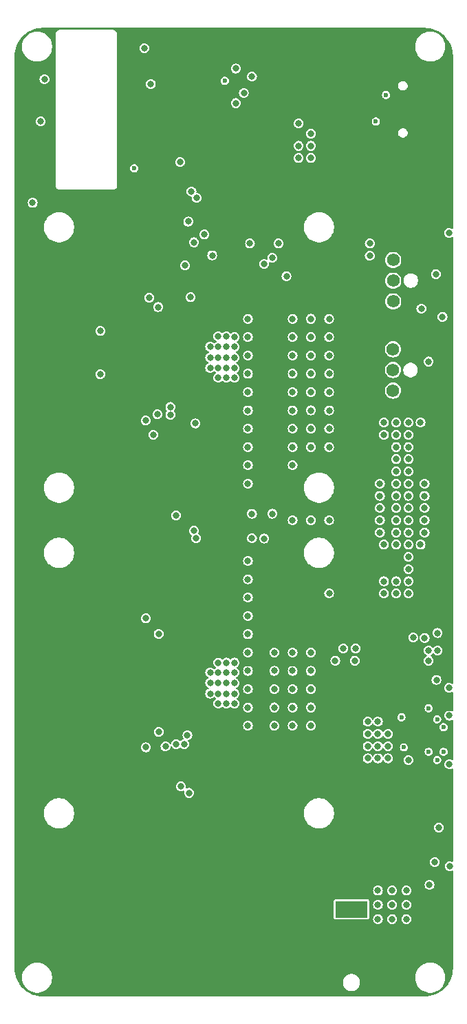
<source format=gbr>
%TF.GenerationSoftware,KiCad,Pcbnew,8.0.4*%
%TF.CreationDate,2024-11-04T19:08:52+01:00*%
%TF.ProjectId,BitForgeNano,42697446-6f72-4676-954e-616e6f2e6b69,rev?*%
%TF.SameCoordinates,Original*%
%TF.FileFunction,Copper,L2,Inr*%
%TF.FilePolarity,Positive*%
%FSLAX46Y46*%
G04 Gerber Fmt 4.6, Leading zero omitted, Abs format (unit mm)*
G04 Created by KiCad (PCBNEW 8.0.4) date 2024-11-04 19:08:52*
%MOMM*%
%LPD*%
G01*
G04 APERTURE LIST*
%TA.AperFunction,ComponentPad*%
%ADD10O,2.100000X1.000000*%
%TD*%
%TA.AperFunction,ComponentPad*%
%ADD11O,1.800000X1.000000*%
%TD*%
%TA.AperFunction,ComponentPad*%
%ADD12R,4.000000X2.000000*%
%TD*%
%TA.AperFunction,ComponentPad*%
%ADD13O,2.000000X3.500000*%
%TD*%
%TA.AperFunction,ComponentPad*%
%ADD14O,3.300000X2.000000*%
%TD*%
%TA.AperFunction,ComponentPad*%
%ADD15C,1.574800*%
%TD*%
%TA.AperFunction,ComponentPad*%
%ADD16C,0.400000*%
%TD*%
%TA.AperFunction,ViaPad*%
%ADD17C,0.800000*%
%TD*%
%TA.AperFunction,ViaPad*%
%ADD18C,0.600000*%
%TD*%
G04 APERTURE END LIST*
D10*
%TO.N,GND*%
%TO.C,J5*%
X92830000Y-60845000D03*
D11*
X97010000Y-60845000D03*
D10*
X92830000Y-52205000D03*
D11*
X97010000Y-52205000D03*
%TD*%
D12*
%TO.N,VIN*%
%TO.C,J1*%
X87000000Y-154800000D03*
D13*
%TO.N,GND*%
X82500000Y-161800000D03*
D14*
X87000000Y-160800000D03*
D13*
X91500000Y-161800000D03*
%TD*%
D15*
%TO.N,GND*%
%TO.C,J8*%
X92100000Y-83460000D03*
%TO.N,+5V*%
X92100000Y-86000000D03*
%TO.N,/Fan/FAN2_TACH*%
X92100000Y-88540000D03*
%TO.N,/Fan/FAN2_PWM*%
X92100000Y-91080000D03*
%TD*%
D16*
%TO.N,GND*%
%TO.C,U12*%
X94200000Y-126320000D03*
X92800000Y-126320000D03*
X91400000Y-126320000D03*
X95200000Y-127600000D03*
X94200000Y-127600000D03*
X92800000Y-127600000D03*
X91400000Y-127600000D03*
X90400000Y-127600000D03*
X94200000Y-128880000D03*
X92800000Y-128880000D03*
X91400000Y-128880000D03*
%TD*%
D15*
%TO.N,GND*%
%TO.C,J6*%
X92138851Y-72479400D03*
%TO.N,+5V*%
X92138851Y-75019400D03*
%TO.N,/Fan/FAN1_TACH*%
X92138851Y-77559400D03*
%TO.N,/Fan/FAN1_PWM*%
X92138851Y-80099400D03*
%TD*%
D17*
%TO.N,VDD*%
X74250000Y-102500000D03*
X74250000Y-98000000D03*
X74250000Y-95750000D03*
X74250000Y-93500000D03*
X74250000Y-100250000D03*
X74250000Y-91250000D03*
X74250000Y-86750000D03*
X74250000Y-84500000D03*
X74250000Y-82250000D03*
X74250000Y-89000000D03*
X74250000Y-121000000D03*
X74250000Y-116500000D03*
X74250000Y-114250000D03*
X74250000Y-112000000D03*
X74250000Y-118750000D03*
X74250000Y-132250000D03*
X74250000Y-127750000D03*
X74250000Y-125500000D03*
X74250000Y-123250000D03*
X74250000Y-130000000D03*
X82000000Y-132250000D03*
X77500000Y-132250000D03*
X79750000Y-132250000D03*
X82000000Y-130000000D03*
X77500000Y-130000000D03*
X79750000Y-130000000D03*
X82000000Y-127750000D03*
X77500000Y-127750000D03*
X79750000Y-127750000D03*
X82000000Y-125500000D03*
X77500000Y-125500000D03*
X79750000Y-125500000D03*
X77500000Y-123250000D03*
X82000000Y-123250000D03*
X79750000Y-123250000D03*
X84250000Y-116000000D03*
X84250000Y-107000000D03*
X82000000Y-107000000D03*
X79750000Y-107000000D03*
X79750000Y-100250000D03*
X84250000Y-95750000D03*
X82000000Y-98000000D03*
X84250000Y-98000000D03*
X79750000Y-95750000D03*
X82000000Y-95750000D03*
X79750000Y-98000000D03*
X84250000Y-91250000D03*
X82000000Y-93500000D03*
X84250000Y-93500000D03*
X79750000Y-91250000D03*
X82000000Y-91250000D03*
X79750000Y-93500000D03*
X84250000Y-86750000D03*
X82000000Y-89000000D03*
X84250000Y-89000000D03*
X79750000Y-86750000D03*
X82000000Y-86750000D03*
X79750000Y-89000000D03*
X84250000Y-84500000D03*
X79750000Y-84500000D03*
X82000000Y-84500000D03*
X82000000Y-82250000D03*
X79750000Y-82250000D03*
X84250000Y-82250000D03*
%TO.N,GND*%
X49000000Y-152000000D03*
X64500000Y-120300000D03*
X54000000Y-77000000D03*
X64600000Y-58700000D03*
X66000000Y-60100000D03*
X69000000Y-147000000D03*
X54000000Y-162000000D03*
X84000000Y-137000000D03*
X63100000Y-124500000D03*
X65100000Y-84400000D03*
X67100000Y-125700000D03*
X57400000Y-89850000D03*
X65100000Y-89500000D03*
X67100000Y-88300000D03*
X65100000Y-127000000D03*
X89000000Y-100000000D03*
X65100000Y-129500000D03*
X64000000Y-157000000D03*
X89000000Y-104500000D03*
X87250000Y-140750000D03*
X69306000Y-120300000D03*
X99000000Y-142250000D03*
X54000000Y-97000000D03*
X65100000Y-128300000D03*
X64100000Y-127000000D03*
X64100000Y-88300000D03*
X49000000Y-147000000D03*
X54000000Y-157000000D03*
X63100000Y-125700000D03*
X59000000Y-162000000D03*
X87250000Y-130250000D03*
X87500000Y-105500000D03*
X87500000Y-96500000D03*
X74000000Y-157000000D03*
X49000000Y-132000000D03*
X87500000Y-107000000D03*
X71400000Y-97987500D03*
X67100000Y-124500000D03*
X66100000Y-88300000D03*
X79000000Y-52000000D03*
X87250000Y-146750000D03*
X49000000Y-77000000D03*
X89000000Y-96500000D03*
X67400000Y-55900000D03*
X65100000Y-124500000D03*
X59000000Y-107000000D03*
X87500000Y-102500000D03*
X94000000Y-162000000D03*
X59000000Y-152000000D03*
X97916431Y-125529246D03*
X64000000Y-97000000D03*
X59000000Y-97000000D03*
X66100000Y-87000000D03*
X59400000Y-60500000D03*
X65100000Y-125700000D03*
X67100000Y-89500000D03*
X59000000Y-117000000D03*
X68100000Y-87000000D03*
X68800000Y-60100000D03*
X59000000Y-112000000D03*
X59000000Y-102000000D03*
X94800000Y-87325000D03*
X65100000Y-85700000D03*
X64000000Y-147000000D03*
X63500000Y-118305000D03*
X54000000Y-107000000D03*
X87250000Y-136250000D03*
X74000000Y-162000000D03*
X59000000Y-64200000D03*
X49000000Y-97000000D03*
X67100000Y-128300000D03*
X84000000Y-77000000D03*
X87500000Y-98000000D03*
X59000000Y-142000000D03*
X59000000Y-49100000D03*
X87250000Y-145250000D03*
X90000000Y-60000000D03*
X64600000Y-57300000D03*
X69000000Y-162000000D03*
X71500000Y-68600000D03*
X67100000Y-85700000D03*
X59000000Y-127000000D03*
X64000000Y-107000000D03*
X57400000Y-84620000D03*
X54000000Y-152000000D03*
X46000000Y-67750000D03*
X66100000Y-89500000D03*
X97900000Y-73400000D03*
X64600000Y-55900000D03*
X89000000Y-47000000D03*
X63100000Y-85700000D03*
X87250000Y-125750000D03*
X68100000Y-128300000D03*
X87500000Y-108500000D03*
X64000000Y-162000000D03*
X79000000Y-162000000D03*
X84000000Y-47000000D03*
X64100000Y-89500000D03*
X99000000Y-145250000D03*
X87250000Y-128750000D03*
X54000000Y-127000000D03*
X63500000Y-76000000D03*
X87500000Y-99500000D03*
X49000000Y-157000000D03*
X66000000Y-58700000D03*
X65400000Y-75700000D03*
X68800000Y-58700000D03*
X68250000Y-136850000D03*
X64600000Y-81800000D03*
X81000000Y-65750000D03*
X59000000Y-72000000D03*
X89000000Y-52000000D03*
X59000000Y-77000000D03*
X64100000Y-124500000D03*
X99000000Y-139250000D03*
X66100000Y-129500000D03*
X59000000Y-137000000D03*
X70500000Y-138100000D03*
X59000000Y-132000000D03*
X54000000Y-122000000D03*
X64500000Y-92100000D03*
X68945000Y-98080000D03*
X59000000Y-147000000D03*
X89000000Y-107000000D03*
X54000000Y-117000000D03*
X63100000Y-88300000D03*
X70300000Y-75750000D03*
X99000000Y-143750000D03*
X87250000Y-143750000D03*
X99000000Y-67000000D03*
X63100000Y-129500000D03*
X68100000Y-125700000D03*
X54800000Y-82300000D03*
X84000000Y-57000000D03*
X49000000Y-82000000D03*
X74000000Y-152000000D03*
X69500000Y-92800000D03*
X87500000Y-104000000D03*
X99000000Y-140750000D03*
X64600000Y-60100000D03*
X63100000Y-89500000D03*
X54000000Y-147000000D03*
X63100000Y-128300000D03*
X66100000Y-128300000D03*
X69000000Y-142000000D03*
X54750000Y-87550000D03*
X69206000Y-81800000D03*
X69000000Y-152000000D03*
X64100000Y-84400000D03*
X80439800Y-55800000D03*
X69000000Y-157000000D03*
X87500000Y-101000000D03*
X89000000Y-98000000D03*
X59000000Y-157000000D03*
X54000000Y-132000000D03*
X65100000Y-87000000D03*
X67400000Y-58700000D03*
X66000000Y-57300000D03*
X49000000Y-107000000D03*
X66100000Y-84400000D03*
X68800000Y-57300000D03*
X66100000Y-127000000D03*
X94000000Y-67000000D03*
X64000000Y-112000000D03*
X61200000Y-50900000D03*
X49000000Y-117000000D03*
X64100000Y-85700000D03*
X63100000Y-84400000D03*
X68100000Y-85700000D03*
X66100000Y-125700000D03*
X49000000Y-137000000D03*
X63100000Y-127000000D03*
X66000000Y-55900000D03*
X67400000Y-60100000D03*
X70500000Y-115855000D03*
X49000000Y-127000000D03*
X65375000Y-67300000D03*
X64100000Y-129500000D03*
X64000000Y-102000000D03*
X87250000Y-142250000D03*
X64100000Y-87000000D03*
X66400000Y-108300000D03*
X87250000Y-134750000D03*
X67100000Y-84400000D03*
X68100000Y-127000000D03*
X74000000Y-137000000D03*
X49000000Y-92000000D03*
X66100000Y-124500000D03*
X64000000Y-117000000D03*
X64000000Y-152000000D03*
X87250000Y-127250000D03*
X67400000Y-57300000D03*
X65100000Y-88300000D03*
X89000000Y-102250000D03*
X49000000Y-87000000D03*
X90000000Y-53200000D03*
X79000000Y-152000000D03*
X74000000Y-147000000D03*
X59000000Y-122000000D03*
X87250000Y-139250000D03*
X84000000Y-52000000D03*
X79000000Y-157000000D03*
X74000000Y-142000000D03*
X64100000Y-125700000D03*
X66100000Y-85700000D03*
X68100000Y-88300000D03*
X87250000Y-137750000D03*
X67100000Y-129500000D03*
X54000000Y-137000000D03*
X97100000Y-69900000D03*
X49000000Y-122000000D03*
X79000000Y-47000000D03*
X63100000Y-87000000D03*
X64100000Y-128300000D03*
%TO.N,VDD*%
X92500000Y-110000000D03*
X72600000Y-84500000D03*
X91000000Y-110000000D03*
X70600000Y-128300000D03*
X96000000Y-104000000D03*
X95500000Y-110000000D03*
X90500000Y-105500000D03*
X90500000Y-108500000D03*
X91000000Y-96500000D03*
X71600000Y-128300000D03*
X69600000Y-128300000D03*
X71600000Y-85680000D03*
X92500000Y-116000000D03*
X94000000Y-110000000D03*
X94000000Y-108500000D03*
X71600000Y-87000000D03*
X70600000Y-124500000D03*
X70600000Y-89500000D03*
X69600000Y-127000000D03*
X90500000Y-107000000D03*
X94000000Y-104000000D03*
X69600000Y-85680000D03*
X96000000Y-102500000D03*
X72600000Y-128300000D03*
X72600000Y-87000000D03*
X94000000Y-99500000D03*
X70600000Y-88300000D03*
X94000000Y-113000000D03*
X92500000Y-108500000D03*
X70600000Y-84400000D03*
X92500000Y-102500000D03*
X70600000Y-85680000D03*
X92500000Y-95000000D03*
X72600000Y-88300000D03*
X72600000Y-85700000D03*
X94000000Y-96500000D03*
X92500000Y-104000000D03*
X96000000Y-107000000D03*
X71600000Y-124500000D03*
X92500000Y-105500000D03*
X92500000Y-114500000D03*
X94000000Y-116000000D03*
X70600000Y-127000000D03*
X72600000Y-89500000D03*
X91000000Y-114500000D03*
X92500000Y-99500000D03*
X91000000Y-95000000D03*
X71600000Y-89500000D03*
X91000000Y-116000000D03*
X94000000Y-95000000D03*
X94000000Y-105500000D03*
X94000000Y-107000000D03*
X72600000Y-129500000D03*
X94000000Y-111500000D03*
X69600000Y-88300000D03*
X70600000Y-129500000D03*
X94000000Y-98000000D03*
X71600000Y-127000000D03*
X72600000Y-125700000D03*
X92500000Y-107000000D03*
X90500000Y-102500000D03*
X92500000Y-101000000D03*
X94000000Y-101000000D03*
X72600000Y-124500000D03*
X71600000Y-125700000D03*
X69600000Y-125700000D03*
X69600000Y-87000000D03*
X96000000Y-105500000D03*
X71600000Y-129500000D03*
X94000000Y-114500000D03*
X92500000Y-98000000D03*
X70600000Y-87000000D03*
X94000000Y-102500000D03*
X96000000Y-108500000D03*
X92500000Y-96500000D03*
X72600000Y-127000000D03*
X99000000Y-127600000D03*
X71600000Y-84400000D03*
X90500000Y-104000000D03*
X95500000Y-95000000D03*
X71600000Y-88300000D03*
X70600000Y-125700000D03*
%TO.N,/Domain/0V8*%
X63280000Y-133000000D03*
X62600000Y-96487500D03*
X63260000Y-120955000D03*
X63100000Y-93987500D03*
X63200000Y-80800000D03*
D18*
%TO.N,Net-(J5-CC1)*%
X90000000Y-58000000D03*
%TO.N,Net-(J5-CC2)*%
X91250000Y-54750000D03*
D17*
%TO.N,/ESP32/IO0*%
X49200000Y-52800000D03*
X62300000Y-53400000D03*
%TO.N,/Domain/1V2*%
X61700000Y-134900000D03*
X62100000Y-79650000D03*
X61670000Y-94737500D03*
X67797488Y-95102512D03*
X61700000Y-119055000D03*
%TO.N,/Power/AGND*%
X99050000Y-137000000D03*
X97457193Y-126607193D03*
X94000000Y-136450000D03*
%TO.N,Net-(U3-RI)*%
X66000000Y-139700000D03*
%TO.N,Net-(U12-BP1V5)*%
X97600000Y-123000000D03*
X99050000Y-131000000D03*
D18*
%TO.N,Net-(U12-EN{slash}UVLO)*%
X93150000Y-131200000D03*
X93450000Y-134900000D03*
D17*
%TO.N,/Domain/I_RO*%
X66500000Y-75700000D03*
%TO.N,/Domain/CLKI*%
X67198000Y-79600000D03*
%TO.N,/TX*%
X67300000Y-66600000D03*
%TO.N,/RX*%
X67917500Y-67400000D03*
%TO.N,/RST*%
X65900000Y-63000000D03*
%TO.N,/Domain/I_CI*%
X67600000Y-72850000D03*
%TO.N,/Domain/I_NRSTI*%
X68900000Y-71900000D03*
D18*
%TO.N,Net-(U12-MSEL1)*%
X96500000Y-135450000D03*
X96500000Y-130100000D03*
D17*
%TO.N,/Power/SMB_ALRT*%
X72750000Y-55750000D03*
X74500000Y-73000000D03*
X78000000Y-73000000D03*
X94600000Y-121400000D03*
%TO.N,/ESP32/VDD_SAMPLE_0*%
X61500000Y-49000000D03*
%TO.N,/Fan/FAN1_TACH*%
X98200000Y-82000000D03*
%TO.N,/Fan/FAN1_PWM*%
X95600000Y-81000000D03*
D18*
%TO.N,Net-(U12-ADRSEL)*%
X97540000Y-136450000D03*
X97540000Y-131450000D03*
%TO.N,Net-(U12-VSEL)*%
X98330000Y-132432407D03*
X98330000Y-135450000D03*
D17*
%TO.N,/SCL*%
X89250000Y-73000000D03*
X74750000Y-106200000D03*
X96500000Y-123000000D03*
X77250000Y-106200000D03*
X65400000Y-106400000D03*
X97750000Y-144750000D03*
X77250000Y-74750000D03*
X87500000Y-122750000D03*
X86000000Y-122750000D03*
X72750000Y-51500000D03*
%TO.N,/SDA*%
X76250000Y-109250000D03*
X76250000Y-75500000D03*
X85000000Y-124250000D03*
X89250000Y-74500000D03*
X67875000Y-109212500D03*
X74750000Y-52500000D03*
X96500000Y-124250000D03*
X97250000Y-149000000D03*
X87400000Y-124250000D03*
X74750000Y-109212500D03*
%TO.N,VIN*%
X93750000Y-152500000D03*
X93750000Y-154250000D03*
X90250000Y-152500000D03*
X92000000Y-152500000D03*
X92000000Y-154250000D03*
X90250000Y-156000000D03*
X90250000Y-154250000D03*
X92000000Y-156000000D03*
X93750000Y-156000000D03*
%TO.N,Net-(U3-CO)*%
X67000000Y-140500000D03*
%TO.N,Net-(U3-CLKO)*%
X66800000Y-133400000D03*
%TO.N,Net-(U3-BO)*%
X66400000Y-134500000D03*
%TO.N,Net-(U3-TEMP_N)*%
X65400000Y-134500000D03*
%TO.N,3V3*%
X67600000Y-108300000D03*
X66900000Y-70300000D03*
D18*
X71400000Y-53000000D03*
D17*
X82000000Y-62500000D03*
X48750000Y-58000000D03*
X96500000Y-87500000D03*
X97400000Y-76750000D03*
D18*
X60250000Y-63750000D03*
D17*
X99100000Y-149500000D03*
X80500000Y-61000000D03*
X47750000Y-68000000D03*
X96000000Y-121450000D03*
X69850000Y-74450000D03*
X82000000Y-59500000D03*
X80500000Y-62500000D03*
X82000000Y-61000000D03*
X99000000Y-71700000D03*
%TO.N,Net-(U3-TEMP_P)*%
X64100000Y-134800000D03*
%TO.N,+5V*%
X90250000Y-134750000D03*
X80500000Y-58250000D03*
X91500000Y-136250000D03*
X90250000Y-136250000D03*
X89000000Y-133250000D03*
X56075000Y-83750000D03*
X89000000Y-131750000D03*
X90250000Y-131750000D03*
X56075000Y-89050000D03*
X90250000Y-133250000D03*
X89000000Y-134750000D03*
X91500000Y-133250000D03*
X91500000Y-134750000D03*
X89000000Y-136250000D03*
%TO.N,/Power/PGOOD*%
X79000000Y-77000000D03*
X97600000Y-120850000D03*
%TO.N,Net-(U9-TEMP_N)*%
X64700000Y-94037500D03*
%TO.N,Net-(U9-TEMP_P)*%
X64700000Y-93087497D03*
%TO.N,/ESP32/INA_ALRT*%
X96600000Y-151800000D03*
X73750000Y-54500000D03*
%TD*%
%TA.AperFunction,Conductor*%
%TO.N,GND*%
G36*
X95914419Y-46500519D02*
G01*
X95914423Y-46500521D01*
X95934111Y-46500521D01*
X95997567Y-46500521D01*
X96002424Y-46500640D01*
X96031046Y-46502046D01*
X96338175Y-46517134D01*
X96347817Y-46518084D01*
X96677915Y-46567050D01*
X96687421Y-46568940D01*
X97011143Y-46650029D01*
X97020414Y-46652842D01*
X97334623Y-46765267D01*
X97343592Y-46768982D01*
X97645259Y-46911662D01*
X97653819Y-46916238D01*
X97940007Y-47087773D01*
X97940044Y-47087795D01*
X97948122Y-47093193D01*
X98216144Y-47291973D01*
X98223654Y-47298136D01*
X98470914Y-47522240D01*
X98477764Y-47529089D01*
X98701880Y-47776365D01*
X98708034Y-47783864D01*
X98906822Y-48051901D01*
X98912219Y-48059979D01*
X99041766Y-48276117D01*
X99083769Y-48346194D01*
X99088346Y-48354757D01*
X99145435Y-48475462D01*
X99231023Y-48656423D01*
X99234741Y-48665399D01*
X99347159Y-48979592D01*
X99349979Y-48988889D01*
X99431057Y-49312578D01*
X99432953Y-49322107D01*
X99481916Y-49652199D01*
X99482868Y-49661868D01*
X99489826Y-49803504D01*
X99499381Y-49998033D01*
X99499500Y-50002869D01*
X99499500Y-71125613D01*
X99480593Y-71183804D01*
X99431093Y-71219768D01*
X99369907Y-71219768D01*
X99340234Y-71204156D01*
X99302838Y-71175462D01*
X99156766Y-71114957D01*
X99156758Y-71114955D01*
X99000001Y-71094318D01*
X98999999Y-71094318D01*
X98843241Y-71114955D01*
X98843233Y-71114957D01*
X98697161Y-71175462D01*
X98697160Y-71175462D01*
X98571723Y-71271713D01*
X98571713Y-71271723D01*
X98475462Y-71397160D01*
X98475462Y-71397161D01*
X98414957Y-71543233D01*
X98414955Y-71543241D01*
X98394318Y-71699999D01*
X98394318Y-71700000D01*
X98414955Y-71856758D01*
X98414957Y-71856766D01*
X98475462Y-72002838D01*
X98475462Y-72002839D01*
X98516842Y-72056766D01*
X98571718Y-72128282D01*
X98697159Y-72224536D01*
X98843238Y-72285044D01*
X98960809Y-72300522D01*
X98999999Y-72305682D01*
X99000000Y-72305682D01*
X99000001Y-72305682D01*
X99031352Y-72301554D01*
X99156762Y-72285044D01*
X99302841Y-72224536D01*
X99340233Y-72195843D01*
X99397909Y-72175420D01*
X99456574Y-72192798D01*
X99493822Y-72241339D01*
X99499500Y-72274386D01*
X99499500Y-127025613D01*
X99480593Y-127083804D01*
X99431093Y-127119768D01*
X99369907Y-127119768D01*
X99340234Y-127104156D01*
X99302838Y-127075462D01*
X99156766Y-127014957D01*
X99156758Y-127014955D01*
X99000001Y-126994318D01*
X98999999Y-126994318D01*
X98843241Y-127014955D01*
X98843233Y-127014957D01*
X98697161Y-127075462D01*
X98697160Y-127075462D01*
X98571723Y-127171713D01*
X98571713Y-127171723D01*
X98475462Y-127297160D01*
X98475462Y-127297161D01*
X98414957Y-127443233D01*
X98414955Y-127443241D01*
X98394318Y-127599999D01*
X98394318Y-127600000D01*
X98414955Y-127756758D01*
X98414957Y-127756766D01*
X98475462Y-127902838D01*
X98475462Y-127902839D01*
X98547837Y-127997160D01*
X98571718Y-128028282D01*
X98697159Y-128124536D01*
X98697160Y-128124536D01*
X98697161Y-128124537D01*
X98826913Y-128178282D01*
X98843238Y-128185044D01*
X98960809Y-128200522D01*
X98999999Y-128205682D01*
X99000000Y-128205682D01*
X99000001Y-128205682D01*
X99031352Y-128201554D01*
X99156762Y-128185044D01*
X99302841Y-128124536D01*
X99340233Y-128095843D01*
X99397909Y-128075420D01*
X99456574Y-128092798D01*
X99493822Y-128141339D01*
X99499500Y-128174386D01*
X99499500Y-130388664D01*
X99480593Y-130446855D01*
X99431093Y-130482819D01*
X99369907Y-130482819D01*
X99358856Y-130477899D01*
X99358837Y-130477947D01*
X99206766Y-130414957D01*
X99206758Y-130414955D01*
X99050001Y-130394318D01*
X99049999Y-130394318D01*
X98893241Y-130414955D01*
X98893233Y-130414957D01*
X98747161Y-130475462D01*
X98747160Y-130475462D01*
X98621723Y-130571713D01*
X98621713Y-130571723D01*
X98525462Y-130697160D01*
X98525462Y-130697161D01*
X98464957Y-130843233D01*
X98464955Y-130843241D01*
X98444318Y-130999999D01*
X98444318Y-131000000D01*
X98464955Y-131156758D01*
X98464957Y-131156766D01*
X98525462Y-131302838D01*
X98525462Y-131302839D01*
X98555862Y-131342457D01*
X98621718Y-131428282D01*
X98747159Y-131524536D01*
X98893238Y-131585044D01*
X99010809Y-131600522D01*
X99049999Y-131605682D01*
X99050000Y-131605682D01*
X99050001Y-131605682D01*
X99081352Y-131601554D01*
X99206762Y-131585044D01*
X99260470Y-131562797D01*
X99358837Y-131522053D01*
X99359553Y-131523783D01*
X99410833Y-131512876D01*
X99466733Y-131537754D01*
X99497333Y-131590737D01*
X99499500Y-131611335D01*
X99499500Y-136388664D01*
X99480593Y-136446855D01*
X99431093Y-136482819D01*
X99369907Y-136482819D01*
X99358856Y-136477899D01*
X99358837Y-136477947D01*
X99206766Y-136414957D01*
X99206758Y-136414955D01*
X99050001Y-136394318D01*
X99049999Y-136394318D01*
X98893241Y-136414955D01*
X98893233Y-136414957D01*
X98747161Y-136475462D01*
X98747160Y-136475462D01*
X98621723Y-136571713D01*
X98621713Y-136571723D01*
X98525462Y-136697160D01*
X98525462Y-136697161D01*
X98464957Y-136843233D01*
X98464955Y-136843241D01*
X98444318Y-136999999D01*
X98444318Y-137000000D01*
X98464955Y-137156758D01*
X98464957Y-137156766D01*
X98525462Y-137302838D01*
X98525462Y-137302839D01*
X98525464Y-137302841D01*
X98621718Y-137428282D01*
X98747159Y-137524536D01*
X98893238Y-137585044D01*
X99010809Y-137600522D01*
X99049999Y-137605682D01*
X99050000Y-137605682D01*
X99050001Y-137605682D01*
X99081352Y-137601554D01*
X99206762Y-137585044D01*
X99260470Y-137562797D01*
X99358837Y-137522053D01*
X99359553Y-137523783D01*
X99410833Y-137512876D01*
X99466733Y-137537754D01*
X99497333Y-137590737D01*
X99499500Y-137611335D01*
X99499500Y-148867337D01*
X99480593Y-148925528D01*
X99431093Y-148961492D01*
X99369907Y-148961492D01*
X99362615Y-148958801D01*
X99256767Y-148914957D01*
X99256758Y-148914955D01*
X99100001Y-148894318D01*
X99099999Y-148894318D01*
X98943241Y-148914955D01*
X98943233Y-148914957D01*
X98797161Y-148975462D01*
X98797160Y-148975462D01*
X98671723Y-149071713D01*
X98671713Y-149071723D01*
X98575462Y-149197160D01*
X98575462Y-149197161D01*
X98514957Y-149343233D01*
X98514955Y-149343241D01*
X98494318Y-149499999D01*
X98494318Y-149500000D01*
X98514955Y-149656758D01*
X98514957Y-149656766D01*
X98575462Y-149802838D01*
X98575462Y-149802839D01*
X98575464Y-149802841D01*
X98671718Y-149928282D01*
X98797159Y-150024536D01*
X98797160Y-150024536D01*
X98797161Y-150024537D01*
X98902974Y-150068366D01*
X98943238Y-150085044D01*
X99060809Y-150100522D01*
X99099999Y-150105682D01*
X99100000Y-150105682D01*
X99100001Y-150105682D01*
X99131352Y-150101554D01*
X99256762Y-150085044D01*
X99362615Y-150041197D01*
X99423611Y-150036397D01*
X99475780Y-150068366D01*
X99499195Y-150124894D01*
X99499500Y-150132662D01*
X99499500Y-161997554D01*
X99499381Y-162002413D01*
X99482882Y-162338150D01*
X99481929Y-162347818D01*
X99432963Y-162677894D01*
X99431068Y-162687423D01*
X99349983Y-163011119D01*
X99347163Y-163020416D01*
X99234740Y-163334608D01*
X99231022Y-163343584D01*
X99088345Y-163645244D01*
X99083765Y-163653812D01*
X98912209Y-163940033D01*
X98906811Y-163948111D01*
X98708026Y-164216139D01*
X98701863Y-164223648D01*
X98477769Y-164470899D01*
X98470899Y-164477769D01*
X98223648Y-164701863D01*
X98216139Y-164708026D01*
X97948111Y-164906811D01*
X97940033Y-164912209D01*
X97653812Y-165083765D01*
X97645244Y-165088345D01*
X97343584Y-165231022D01*
X97334608Y-165234740D01*
X97020416Y-165347163D01*
X97011119Y-165349983D01*
X96687423Y-165431068D01*
X96677894Y-165432963D01*
X96347818Y-165481929D01*
X96338150Y-165482882D01*
X96002412Y-165499381D01*
X95997555Y-165499500D01*
X95934100Y-165499501D01*
X95934098Y-165499501D01*
X49072449Y-165499529D01*
X49071981Y-165499500D01*
X49065892Y-165499500D01*
X49002436Y-165499500D01*
X48997578Y-165499381D01*
X48661838Y-165482887D01*
X48652170Y-165481934D01*
X48322096Y-165432972D01*
X48312567Y-165431077D01*
X47988868Y-165349995D01*
X47979571Y-165347175D01*
X47979537Y-165347163D01*
X47907144Y-165321260D01*
X47665378Y-165234754D01*
X47656402Y-165231036D01*
X47354741Y-165088361D01*
X47346173Y-165083781D01*
X47059950Y-164912226D01*
X47051872Y-164906828D01*
X46783849Y-164708048D01*
X46776339Y-164701885D01*
X46529083Y-164477786D01*
X46522218Y-164470921D01*
X46298114Y-164223660D01*
X46291951Y-164216150D01*
X46093171Y-163948127D01*
X46087773Y-163940049D01*
X46087763Y-163940033D01*
X45916216Y-163653823D01*
X45911638Y-163645258D01*
X45911631Y-163645244D01*
X45768961Y-163343594D01*
X45765245Y-163334621D01*
X45673682Y-163078721D01*
X46449500Y-163078721D01*
X46449500Y-163321300D01*
X46481161Y-163561792D01*
X46481161Y-163561797D01*
X46517264Y-163696532D01*
X46524597Y-163723902D01*
X46543944Y-163796103D01*
X46543948Y-163796116D01*
X46636772Y-164020215D01*
X46636774Y-164020219D01*
X46636776Y-164020223D01*
X46758064Y-164230300D01*
X46758066Y-164230303D01*
X46905729Y-164422742D01*
X46905731Y-164422744D01*
X46905735Y-164422749D01*
X47077262Y-164594276D01*
X47077266Y-164594279D01*
X47077268Y-164594281D01*
X47221756Y-164705150D01*
X47269711Y-164741947D01*
X47479788Y-164863235D01*
X47703900Y-164956065D01*
X47938211Y-165018849D01*
X48178712Y-165050511D01*
X48178713Y-165050511D01*
X48421287Y-165050511D01*
X48421288Y-165050511D01*
X48661789Y-165018849D01*
X48896100Y-164956065D01*
X49120212Y-164863235D01*
X49330289Y-164741947D01*
X49522738Y-164594276D01*
X49694265Y-164422749D01*
X49841936Y-164230300D01*
X49963224Y-164020223D01*
X50056054Y-163796111D01*
X50082736Y-163696532D01*
X85949500Y-163696532D01*
X85949500Y-163903467D01*
X85989869Y-164106418D01*
X86069058Y-164297597D01*
X86184020Y-164469651D01*
X86184023Y-164469655D01*
X86330345Y-164615977D01*
X86502402Y-164730941D01*
X86693580Y-164810130D01*
X86896535Y-164850500D01*
X86896536Y-164850500D01*
X87103464Y-164850500D01*
X87103465Y-164850500D01*
X87306420Y-164810130D01*
X87497598Y-164730941D01*
X87669655Y-164615977D01*
X87815977Y-164469655D01*
X87930941Y-164297598D01*
X88010130Y-164106420D01*
X88050500Y-163903465D01*
X88050500Y-163696535D01*
X88010130Y-163493580D01*
X87930941Y-163302402D01*
X87815977Y-163130345D01*
X87764353Y-163078721D01*
X94849500Y-163078721D01*
X94849500Y-163321300D01*
X94881161Y-163561792D01*
X94881161Y-163561797D01*
X94917264Y-163696532D01*
X94924597Y-163723902D01*
X94943944Y-163796103D01*
X94943948Y-163796116D01*
X95036772Y-164020215D01*
X95036774Y-164020219D01*
X95036776Y-164020223D01*
X95158064Y-164230300D01*
X95158066Y-164230303D01*
X95305729Y-164422742D01*
X95305731Y-164422744D01*
X95305735Y-164422749D01*
X95477262Y-164594276D01*
X95477266Y-164594279D01*
X95477268Y-164594281D01*
X95621756Y-164705150D01*
X95669711Y-164741947D01*
X95879788Y-164863235D01*
X96103900Y-164956065D01*
X96338211Y-165018849D01*
X96578712Y-165050511D01*
X96578713Y-165050511D01*
X96821287Y-165050511D01*
X96821288Y-165050511D01*
X97061789Y-165018849D01*
X97296100Y-164956065D01*
X97520212Y-164863235D01*
X97730289Y-164741947D01*
X97922738Y-164594276D01*
X98094265Y-164422749D01*
X98241936Y-164230300D01*
X98363224Y-164020223D01*
X98456054Y-163796111D01*
X98518838Y-163561800D01*
X98550500Y-163321299D01*
X98550500Y-163078723D01*
X98518838Y-162838222D01*
X98456054Y-162603911D01*
X98363224Y-162379799D01*
X98241936Y-162169722D01*
X98162265Y-162065892D01*
X98094270Y-161977279D01*
X98094268Y-161977277D01*
X98094265Y-161977273D01*
X97922738Y-161805746D01*
X97922733Y-161805742D01*
X97922731Y-161805740D01*
X97730292Y-161658077D01*
X97730289Y-161658075D01*
X97520212Y-161536787D01*
X97520208Y-161536785D01*
X97520204Y-161536783D01*
X97296105Y-161443959D01*
X97296104Y-161443958D01*
X97296100Y-161443957D01*
X97061789Y-161381173D01*
X97061786Y-161381172D01*
X97061784Y-161381172D01*
X96821289Y-161349511D01*
X96821288Y-161349511D01*
X96578712Y-161349511D01*
X96578710Y-161349511D01*
X96338218Y-161381172D01*
X96338213Y-161381172D01*
X96103907Y-161443955D01*
X96103894Y-161443959D01*
X95879795Y-161536783D01*
X95669707Y-161658077D01*
X95477268Y-161805740D01*
X95305729Y-161977279D01*
X95158066Y-162169718D01*
X95036772Y-162379806D01*
X94943948Y-162603905D01*
X94943944Y-162603918D01*
X94881161Y-162838224D01*
X94881161Y-162838229D01*
X94849500Y-163078721D01*
X87764353Y-163078721D01*
X87669655Y-162984023D01*
X87669651Y-162984020D01*
X87497597Y-162869058D01*
X87306418Y-162789869D01*
X87103467Y-162749500D01*
X87103465Y-162749500D01*
X86896535Y-162749500D01*
X86896532Y-162749500D01*
X86693581Y-162789869D01*
X86502402Y-162869058D01*
X86330348Y-162984020D01*
X86184020Y-163130348D01*
X86069058Y-163302402D01*
X85989869Y-163493581D01*
X85949500Y-163696532D01*
X50082736Y-163696532D01*
X50118838Y-163561800D01*
X50150500Y-163321299D01*
X50150500Y-163078723D01*
X50118838Y-162838222D01*
X50056054Y-162603911D01*
X49963224Y-162379799D01*
X49841936Y-162169722D01*
X49762265Y-162065892D01*
X49694270Y-161977279D01*
X49694268Y-161977277D01*
X49694265Y-161977273D01*
X49522738Y-161805746D01*
X49522733Y-161805742D01*
X49522731Y-161805740D01*
X49330292Y-161658077D01*
X49330289Y-161658075D01*
X49120212Y-161536787D01*
X49120208Y-161536785D01*
X49120204Y-161536783D01*
X48896105Y-161443959D01*
X48896104Y-161443958D01*
X48896100Y-161443957D01*
X48661789Y-161381173D01*
X48661786Y-161381172D01*
X48661784Y-161381172D01*
X48421289Y-161349511D01*
X48421288Y-161349511D01*
X48178712Y-161349511D01*
X48178710Y-161349511D01*
X47938218Y-161381172D01*
X47938213Y-161381172D01*
X47703907Y-161443955D01*
X47703894Y-161443959D01*
X47479795Y-161536783D01*
X47269707Y-161658077D01*
X47077268Y-161805740D01*
X46905729Y-161977279D01*
X46758066Y-162169718D01*
X46636772Y-162379806D01*
X46543948Y-162603905D01*
X46543944Y-162603918D01*
X46481161Y-162838224D01*
X46481161Y-162838229D01*
X46449500Y-163078721D01*
X45673682Y-163078721D01*
X45652820Y-163020415D01*
X45650008Y-163011144D01*
X45568919Y-162687421D01*
X45567029Y-162677915D01*
X45518063Y-162347815D01*
X45517113Y-162338175D01*
X45500626Y-162002584D01*
X45500508Y-161997807D01*
X45500508Y-153780253D01*
X84799500Y-153780253D01*
X84799500Y-155819746D01*
X84799501Y-155819758D01*
X84811132Y-155878227D01*
X84811133Y-155878231D01*
X84855448Y-155944552D01*
X84921769Y-155988867D01*
X84966231Y-155997711D01*
X84980241Y-156000498D01*
X84980246Y-156000498D01*
X84980252Y-156000500D01*
X84980253Y-156000500D01*
X89019747Y-156000500D01*
X89019748Y-156000500D01*
X89022267Y-155999999D01*
X89644318Y-155999999D01*
X89644318Y-156000000D01*
X89664955Y-156156758D01*
X89664957Y-156156766D01*
X89725462Y-156302838D01*
X89725462Y-156302839D01*
X89725464Y-156302841D01*
X89821718Y-156428282D01*
X89947159Y-156524536D01*
X90093238Y-156585044D01*
X90210809Y-156600522D01*
X90249999Y-156605682D01*
X90250000Y-156605682D01*
X90250001Y-156605682D01*
X90281352Y-156601554D01*
X90406762Y-156585044D01*
X90552841Y-156524536D01*
X90678282Y-156428282D01*
X90774536Y-156302841D01*
X90835044Y-156156762D01*
X90855682Y-156000000D01*
X90855682Y-155999999D01*
X91394318Y-155999999D01*
X91394318Y-156000000D01*
X91414955Y-156156758D01*
X91414957Y-156156766D01*
X91475462Y-156302838D01*
X91475462Y-156302839D01*
X91475464Y-156302841D01*
X91571718Y-156428282D01*
X91697159Y-156524536D01*
X91843238Y-156585044D01*
X91960809Y-156600522D01*
X91999999Y-156605682D01*
X92000000Y-156605682D01*
X92000001Y-156605682D01*
X92031352Y-156601554D01*
X92156762Y-156585044D01*
X92302841Y-156524536D01*
X92428282Y-156428282D01*
X92524536Y-156302841D01*
X92585044Y-156156762D01*
X92605682Y-156000000D01*
X92605682Y-155999999D01*
X93144318Y-155999999D01*
X93144318Y-156000000D01*
X93164955Y-156156758D01*
X93164957Y-156156766D01*
X93225462Y-156302838D01*
X93225462Y-156302839D01*
X93225464Y-156302841D01*
X93321718Y-156428282D01*
X93447159Y-156524536D01*
X93593238Y-156585044D01*
X93710809Y-156600522D01*
X93749999Y-156605682D01*
X93750000Y-156605682D01*
X93750001Y-156605682D01*
X93781352Y-156601554D01*
X93906762Y-156585044D01*
X94052841Y-156524536D01*
X94178282Y-156428282D01*
X94274536Y-156302841D01*
X94335044Y-156156762D01*
X94355682Y-156000000D01*
X94335044Y-155843238D01*
X94274537Y-155697161D01*
X94274537Y-155697160D01*
X94178286Y-155571723D01*
X94178285Y-155571722D01*
X94178282Y-155571718D01*
X94178277Y-155571714D01*
X94178276Y-155571713D01*
X94052838Y-155475462D01*
X93906766Y-155414957D01*
X93906758Y-155414955D01*
X93750001Y-155394318D01*
X93749999Y-155394318D01*
X93593241Y-155414955D01*
X93593233Y-155414957D01*
X93447161Y-155475462D01*
X93447160Y-155475462D01*
X93321723Y-155571713D01*
X93321713Y-155571723D01*
X93225462Y-155697160D01*
X93225462Y-155697161D01*
X93164957Y-155843233D01*
X93164955Y-155843241D01*
X93144318Y-155999999D01*
X92605682Y-155999999D01*
X92585044Y-155843238D01*
X92524537Y-155697161D01*
X92524537Y-155697160D01*
X92428286Y-155571723D01*
X92428285Y-155571722D01*
X92428282Y-155571718D01*
X92428277Y-155571714D01*
X92428276Y-155571713D01*
X92302838Y-155475462D01*
X92156766Y-155414957D01*
X92156758Y-155414955D01*
X92000001Y-155394318D01*
X91999999Y-155394318D01*
X91843241Y-155414955D01*
X91843233Y-155414957D01*
X91697161Y-155475462D01*
X91697160Y-155475462D01*
X91571723Y-155571713D01*
X91571713Y-155571723D01*
X91475462Y-155697160D01*
X91475462Y-155697161D01*
X91414957Y-155843233D01*
X91414955Y-155843241D01*
X91394318Y-155999999D01*
X90855682Y-155999999D01*
X90835044Y-155843238D01*
X90774537Y-155697161D01*
X90774537Y-155697160D01*
X90678286Y-155571723D01*
X90678285Y-155571722D01*
X90678282Y-155571718D01*
X90678277Y-155571714D01*
X90678276Y-155571713D01*
X90552838Y-155475462D01*
X90406766Y-155414957D01*
X90406758Y-155414955D01*
X90250001Y-155394318D01*
X90249999Y-155394318D01*
X90093241Y-155414955D01*
X90093233Y-155414957D01*
X89947161Y-155475462D01*
X89947160Y-155475462D01*
X89821723Y-155571713D01*
X89821713Y-155571723D01*
X89725462Y-155697160D01*
X89725462Y-155697161D01*
X89664957Y-155843233D01*
X89664955Y-155843241D01*
X89644318Y-155999999D01*
X89022267Y-155999999D01*
X89078231Y-155988867D01*
X89144552Y-155944552D01*
X89188867Y-155878231D01*
X89200500Y-155819748D01*
X89200500Y-154249999D01*
X89644318Y-154249999D01*
X89644318Y-154250000D01*
X89664955Y-154406758D01*
X89664957Y-154406766D01*
X89725462Y-154552838D01*
X89725462Y-154552839D01*
X89725464Y-154552841D01*
X89821718Y-154678282D01*
X89947159Y-154774536D01*
X90093238Y-154835044D01*
X90210809Y-154850522D01*
X90249999Y-154855682D01*
X90250000Y-154855682D01*
X90250001Y-154855682D01*
X90281352Y-154851554D01*
X90406762Y-154835044D01*
X90552841Y-154774536D01*
X90678282Y-154678282D01*
X90774536Y-154552841D01*
X90835044Y-154406762D01*
X90855682Y-154250000D01*
X90855682Y-154249999D01*
X91394318Y-154249999D01*
X91394318Y-154250000D01*
X91414955Y-154406758D01*
X91414957Y-154406766D01*
X91475462Y-154552838D01*
X91475462Y-154552839D01*
X91475464Y-154552841D01*
X91571718Y-154678282D01*
X91697159Y-154774536D01*
X91843238Y-154835044D01*
X91960809Y-154850522D01*
X91999999Y-154855682D01*
X92000000Y-154855682D01*
X92000001Y-154855682D01*
X92031352Y-154851554D01*
X92156762Y-154835044D01*
X92302841Y-154774536D01*
X92428282Y-154678282D01*
X92524536Y-154552841D01*
X92585044Y-154406762D01*
X92605682Y-154250000D01*
X92605682Y-154249999D01*
X93144318Y-154249999D01*
X93144318Y-154250000D01*
X93164955Y-154406758D01*
X93164957Y-154406766D01*
X93225462Y-154552838D01*
X93225462Y-154552839D01*
X93225464Y-154552841D01*
X93321718Y-154678282D01*
X93447159Y-154774536D01*
X93593238Y-154835044D01*
X93710809Y-154850522D01*
X93749999Y-154855682D01*
X93750000Y-154855682D01*
X93750001Y-154855682D01*
X93781352Y-154851554D01*
X93906762Y-154835044D01*
X94052841Y-154774536D01*
X94178282Y-154678282D01*
X94274536Y-154552841D01*
X94335044Y-154406762D01*
X94355682Y-154250000D01*
X94335044Y-154093238D01*
X94274537Y-153947161D01*
X94274537Y-153947160D01*
X94178286Y-153821723D01*
X94178285Y-153821722D01*
X94178282Y-153821718D01*
X94178277Y-153821714D01*
X94178276Y-153821713D01*
X94052838Y-153725462D01*
X93906766Y-153664957D01*
X93906758Y-153664955D01*
X93750001Y-153644318D01*
X93749999Y-153644318D01*
X93593241Y-153664955D01*
X93593233Y-153664957D01*
X93447161Y-153725462D01*
X93447160Y-153725462D01*
X93321723Y-153821713D01*
X93321713Y-153821723D01*
X93225462Y-153947160D01*
X93225462Y-153947161D01*
X93164957Y-154093233D01*
X93164955Y-154093241D01*
X93144318Y-154249999D01*
X92605682Y-154249999D01*
X92585044Y-154093238D01*
X92524537Y-153947161D01*
X92524537Y-153947160D01*
X92428286Y-153821723D01*
X92428285Y-153821722D01*
X92428282Y-153821718D01*
X92428277Y-153821714D01*
X92428276Y-153821713D01*
X92302838Y-153725462D01*
X92156766Y-153664957D01*
X92156758Y-153664955D01*
X92000001Y-153644318D01*
X91999999Y-153644318D01*
X91843241Y-153664955D01*
X91843233Y-153664957D01*
X91697161Y-153725462D01*
X91697160Y-153725462D01*
X91571723Y-153821713D01*
X91571713Y-153821723D01*
X91475462Y-153947160D01*
X91475462Y-153947161D01*
X91414957Y-154093233D01*
X91414955Y-154093241D01*
X91394318Y-154249999D01*
X90855682Y-154249999D01*
X90835044Y-154093238D01*
X90774537Y-153947161D01*
X90774537Y-153947160D01*
X90678286Y-153821723D01*
X90678285Y-153821722D01*
X90678282Y-153821718D01*
X90678277Y-153821714D01*
X90678276Y-153821713D01*
X90552838Y-153725462D01*
X90406766Y-153664957D01*
X90406758Y-153664955D01*
X90250001Y-153644318D01*
X90249999Y-153644318D01*
X90093241Y-153664955D01*
X90093233Y-153664957D01*
X89947161Y-153725462D01*
X89947160Y-153725462D01*
X89821723Y-153821713D01*
X89821713Y-153821723D01*
X89725462Y-153947160D01*
X89725462Y-153947161D01*
X89664957Y-154093233D01*
X89664955Y-154093241D01*
X89644318Y-154249999D01*
X89200500Y-154249999D01*
X89200500Y-153780252D01*
X89188867Y-153721769D01*
X89144552Y-153655448D01*
X89144548Y-153655445D01*
X89078233Y-153611134D01*
X89078231Y-153611133D01*
X89078228Y-153611132D01*
X89078227Y-153611132D01*
X89019758Y-153599501D01*
X89019748Y-153599500D01*
X84980252Y-153599500D01*
X84980251Y-153599500D01*
X84980241Y-153599501D01*
X84921772Y-153611132D01*
X84921766Y-153611134D01*
X84855451Y-153655445D01*
X84855445Y-153655451D01*
X84811134Y-153721766D01*
X84811132Y-153721772D01*
X84799501Y-153780241D01*
X84799500Y-153780253D01*
X45500508Y-153780253D01*
X45500508Y-152499999D01*
X89644318Y-152499999D01*
X89644318Y-152500000D01*
X89664955Y-152656758D01*
X89664957Y-152656766D01*
X89725462Y-152802838D01*
X89725462Y-152802839D01*
X89725464Y-152802841D01*
X89821718Y-152928282D01*
X89947159Y-153024536D01*
X90093238Y-153085044D01*
X90210809Y-153100522D01*
X90249999Y-153105682D01*
X90250000Y-153105682D01*
X90250001Y-153105682D01*
X90281352Y-153101554D01*
X90406762Y-153085044D01*
X90552841Y-153024536D01*
X90678282Y-152928282D01*
X90774536Y-152802841D01*
X90835044Y-152656762D01*
X90855682Y-152500000D01*
X90855682Y-152499999D01*
X91394318Y-152499999D01*
X91394318Y-152500000D01*
X91414955Y-152656758D01*
X91414957Y-152656766D01*
X91475462Y-152802838D01*
X91475462Y-152802839D01*
X91475464Y-152802841D01*
X91571718Y-152928282D01*
X91697159Y-153024536D01*
X91843238Y-153085044D01*
X91960809Y-153100522D01*
X91999999Y-153105682D01*
X92000000Y-153105682D01*
X92000001Y-153105682D01*
X92031352Y-153101554D01*
X92156762Y-153085044D01*
X92302841Y-153024536D01*
X92428282Y-152928282D01*
X92524536Y-152802841D01*
X92585044Y-152656762D01*
X92605682Y-152500000D01*
X92605682Y-152499999D01*
X93144318Y-152499999D01*
X93144318Y-152500000D01*
X93164955Y-152656758D01*
X93164957Y-152656766D01*
X93225462Y-152802838D01*
X93225462Y-152802839D01*
X93225464Y-152802841D01*
X93321718Y-152928282D01*
X93447159Y-153024536D01*
X93593238Y-153085044D01*
X93710809Y-153100522D01*
X93749999Y-153105682D01*
X93750000Y-153105682D01*
X93750001Y-153105682D01*
X93781352Y-153101554D01*
X93906762Y-153085044D01*
X94052841Y-153024536D01*
X94178282Y-152928282D01*
X94274536Y-152802841D01*
X94335044Y-152656762D01*
X94355682Y-152500000D01*
X94335044Y-152343238D01*
X94274537Y-152197161D01*
X94274537Y-152197160D01*
X94178286Y-152071723D01*
X94178285Y-152071722D01*
X94178282Y-152071718D01*
X94178277Y-152071714D01*
X94178276Y-152071713D01*
X94052838Y-151975462D01*
X93906766Y-151914957D01*
X93906758Y-151914955D01*
X93750001Y-151894318D01*
X93749999Y-151894318D01*
X93593241Y-151914955D01*
X93593233Y-151914957D01*
X93447161Y-151975462D01*
X93447160Y-151975462D01*
X93321723Y-152071713D01*
X93321713Y-152071723D01*
X93225462Y-152197160D01*
X93225462Y-152197161D01*
X93164957Y-152343233D01*
X93164955Y-152343241D01*
X93144318Y-152499999D01*
X92605682Y-152499999D01*
X92585044Y-152343238D01*
X92524537Y-152197161D01*
X92524537Y-152197160D01*
X92428286Y-152071723D01*
X92428285Y-152071722D01*
X92428282Y-152071718D01*
X92428277Y-152071714D01*
X92428276Y-152071713D01*
X92302838Y-151975462D01*
X92156766Y-151914957D01*
X92156758Y-151914955D01*
X92000001Y-151894318D01*
X91999999Y-151894318D01*
X91843241Y-151914955D01*
X91843233Y-151914957D01*
X91697161Y-151975462D01*
X91697160Y-151975462D01*
X91571723Y-152071713D01*
X91571713Y-152071723D01*
X91475462Y-152197160D01*
X91475462Y-152197161D01*
X91414957Y-152343233D01*
X91414955Y-152343241D01*
X91394318Y-152499999D01*
X90855682Y-152499999D01*
X90835044Y-152343238D01*
X90774537Y-152197161D01*
X90774537Y-152197160D01*
X90678286Y-152071723D01*
X90678285Y-152071722D01*
X90678282Y-152071718D01*
X90678277Y-152071714D01*
X90678276Y-152071713D01*
X90552838Y-151975462D01*
X90406766Y-151914957D01*
X90406758Y-151914955D01*
X90250001Y-151894318D01*
X90249999Y-151894318D01*
X90093241Y-151914955D01*
X90093233Y-151914957D01*
X89947161Y-151975462D01*
X89947160Y-151975462D01*
X89821723Y-152071713D01*
X89821713Y-152071723D01*
X89725462Y-152197160D01*
X89725462Y-152197161D01*
X89664957Y-152343233D01*
X89664955Y-152343241D01*
X89644318Y-152499999D01*
X45500508Y-152499999D01*
X45500508Y-151799999D01*
X95994318Y-151799999D01*
X95994318Y-151800000D01*
X96014955Y-151956758D01*
X96014957Y-151956766D01*
X96075462Y-152102838D01*
X96075462Y-152102839D01*
X96147837Y-152197160D01*
X96171718Y-152228282D01*
X96297159Y-152324536D01*
X96297160Y-152324536D01*
X96297161Y-152324537D01*
X96443233Y-152385042D01*
X96443238Y-152385044D01*
X96560809Y-152400522D01*
X96599999Y-152405682D01*
X96600000Y-152405682D01*
X96600001Y-152405682D01*
X96631352Y-152401554D01*
X96756762Y-152385044D01*
X96902841Y-152324536D01*
X97028282Y-152228282D01*
X97124536Y-152102841D01*
X97185044Y-151956762D01*
X97205682Y-151800000D01*
X97185044Y-151643238D01*
X97124537Y-151497161D01*
X97124537Y-151497160D01*
X97028286Y-151371723D01*
X97028285Y-151371722D01*
X97028282Y-151371718D01*
X97028277Y-151371714D01*
X97028276Y-151371713D01*
X96902838Y-151275462D01*
X96756766Y-151214957D01*
X96756758Y-151214955D01*
X96600001Y-151194318D01*
X96599999Y-151194318D01*
X96443241Y-151214955D01*
X96443233Y-151214957D01*
X96297161Y-151275462D01*
X96297160Y-151275462D01*
X96171723Y-151371713D01*
X96171713Y-151371723D01*
X96075462Y-151497160D01*
X96075462Y-151497161D01*
X96014957Y-151643233D01*
X96014955Y-151643241D01*
X95994318Y-151799999D01*
X45500508Y-151799999D01*
X45500508Y-148999999D01*
X96644318Y-148999999D01*
X96644318Y-149000000D01*
X96664955Y-149156758D01*
X96664957Y-149156766D01*
X96725462Y-149302838D01*
X96725462Y-149302839D01*
X96821713Y-149428276D01*
X96821718Y-149428282D01*
X96947159Y-149524536D01*
X97093238Y-149585044D01*
X97210809Y-149600522D01*
X97249999Y-149605682D01*
X97250000Y-149605682D01*
X97250001Y-149605682D01*
X97281352Y-149601554D01*
X97406762Y-149585044D01*
X97552841Y-149524536D01*
X97678282Y-149428282D01*
X97774536Y-149302841D01*
X97835044Y-149156762D01*
X97855682Y-149000000D01*
X97835044Y-148843238D01*
X97774537Y-148697161D01*
X97774537Y-148697160D01*
X97678286Y-148571723D01*
X97678285Y-148571722D01*
X97678282Y-148571718D01*
X97678277Y-148571714D01*
X97678276Y-148571713D01*
X97552838Y-148475462D01*
X97406766Y-148414957D01*
X97406758Y-148414955D01*
X97250001Y-148394318D01*
X97249999Y-148394318D01*
X97093241Y-148414955D01*
X97093233Y-148414957D01*
X96947161Y-148475462D01*
X96947160Y-148475462D01*
X96821723Y-148571713D01*
X96821713Y-148571723D01*
X96725462Y-148697160D01*
X96725462Y-148697161D01*
X96664957Y-148843233D01*
X96664955Y-148843241D01*
X96644318Y-148999999D01*
X45500508Y-148999999D01*
X45500507Y-142878710D01*
X49149500Y-142878710D01*
X49149500Y-143121289D01*
X49181161Y-143361781D01*
X49181161Y-143361786D01*
X49243944Y-143596092D01*
X49243948Y-143596105D01*
X49336772Y-143820204D01*
X49336774Y-143820208D01*
X49336776Y-143820212D01*
X49458064Y-144030289D01*
X49458066Y-144030292D01*
X49605729Y-144222731D01*
X49605731Y-144222733D01*
X49605735Y-144222738D01*
X49777262Y-144394265D01*
X49777266Y-144394268D01*
X49777268Y-144394270D01*
X49969707Y-144541933D01*
X49969711Y-144541936D01*
X50179788Y-144663224D01*
X50403900Y-144756054D01*
X50638211Y-144818838D01*
X50878712Y-144850500D01*
X50878713Y-144850500D01*
X51121287Y-144850500D01*
X51121288Y-144850500D01*
X51361789Y-144818838D01*
X51596100Y-144756054D01*
X51820212Y-144663224D01*
X52030289Y-144541936D01*
X52222738Y-144394265D01*
X52394265Y-144222738D01*
X52541936Y-144030289D01*
X52663224Y-143820212D01*
X52756054Y-143596100D01*
X52818838Y-143361789D01*
X52850500Y-143121288D01*
X52850500Y-142878712D01*
X52850500Y-142878710D01*
X81149500Y-142878710D01*
X81149500Y-143121289D01*
X81181161Y-143361781D01*
X81181161Y-143361786D01*
X81243944Y-143596092D01*
X81243948Y-143596105D01*
X81336772Y-143820204D01*
X81336774Y-143820208D01*
X81336776Y-143820212D01*
X81458064Y-144030289D01*
X81458066Y-144030292D01*
X81605729Y-144222731D01*
X81605731Y-144222733D01*
X81605735Y-144222738D01*
X81777262Y-144394265D01*
X81777266Y-144394268D01*
X81777268Y-144394270D01*
X81969707Y-144541933D01*
X81969711Y-144541936D01*
X82179788Y-144663224D01*
X82403900Y-144756054D01*
X82638211Y-144818838D01*
X82878712Y-144850500D01*
X82878713Y-144850500D01*
X83121287Y-144850500D01*
X83121288Y-144850500D01*
X83361789Y-144818838D01*
X83596100Y-144756054D01*
X83610718Y-144749999D01*
X97144318Y-144749999D01*
X97144318Y-144750000D01*
X97164955Y-144906758D01*
X97164957Y-144906766D01*
X97225462Y-145052838D01*
X97225462Y-145052839D01*
X97225464Y-145052841D01*
X97321718Y-145178282D01*
X97447159Y-145274536D01*
X97593238Y-145335044D01*
X97710809Y-145350522D01*
X97749999Y-145355682D01*
X97750000Y-145355682D01*
X97750001Y-145355682D01*
X97781352Y-145351554D01*
X97906762Y-145335044D01*
X98052841Y-145274536D01*
X98178282Y-145178282D01*
X98274536Y-145052841D01*
X98335044Y-144906762D01*
X98355682Y-144750000D01*
X98335044Y-144593238D01*
X98274537Y-144447161D01*
X98274537Y-144447160D01*
X98178286Y-144321723D01*
X98178285Y-144321722D01*
X98178282Y-144321718D01*
X98178277Y-144321714D01*
X98178276Y-144321713D01*
X98052838Y-144225462D01*
X97906766Y-144164957D01*
X97906758Y-144164955D01*
X97750001Y-144144318D01*
X97749999Y-144144318D01*
X97593241Y-144164955D01*
X97593233Y-144164957D01*
X97447161Y-144225462D01*
X97447160Y-144225462D01*
X97321723Y-144321713D01*
X97321713Y-144321723D01*
X97225462Y-144447160D01*
X97225462Y-144447161D01*
X97164957Y-144593233D01*
X97164955Y-144593241D01*
X97144318Y-144749999D01*
X83610718Y-144749999D01*
X83820212Y-144663224D01*
X84030289Y-144541936D01*
X84222738Y-144394265D01*
X84394265Y-144222738D01*
X84541936Y-144030289D01*
X84663224Y-143820212D01*
X84756054Y-143596100D01*
X84818838Y-143361789D01*
X84850500Y-143121288D01*
X84850500Y-142878712D01*
X84818838Y-142638211D01*
X84756054Y-142403900D01*
X84663224Y-142179788D01*
X84541936Y-141969711D01*
X84394265Y-141777262D01*
X84222738Y-141605735D01*
X84222733Y-141605731D01*
X84222731Y-141605729D01*
X84030292Y-141458066D01*
X84030289Y-141458064D01*
X83820212Y-141336776D01*
X83820208Y-141336774D01*
X83820204Y-141336772D01*
X83596105Y-141243948D01*
X83596104Y-141243947D01*
X83596100Y-141243946D01*
X83361789Y-141181162D01*
X83361786Y-141181161D01*
X83361784Y-141181161D01*
X83121289Y-141149500D01*
X83121288Y-141149500D01*
X82878712Y-141149500D01*
X82878710Y-141149500D01*
X82638218Y-141181161D01*
X82638213Y-141181161D01*
X82403907Y-141243944D01*
X82403894Y-141243948D01*
X82179795Y-141336772D01*
X81969707Y-141458066D01*
X81777268Y-141605729D01*
X81605729Y-141777268D01*
X81458066Y-141969707D01*
X81336772Y-142179795D01*
X81243948Y-142403894D01*
X81243944Y-142403907D01*
X81181161Y-142638213D01*
X81181161Y-142638218D01*
X81149500Y-142878710D01*
X52850500Y-142878710D01*
X52818838Y-142638211D01*
X52756054Y-142403900D01*
X52663224Y-142179788D01*
X52541936Y-141969711D01*
X52394265Y-141777262D01*
X52222738Y-141605735D01*
X52222733Y-141605731D01*
X52222731Y-141605729D01*
X52030292Y-141458066D01*
X52030289Y-141458064D01*
X51820212Y-141336776D01*
X51820208Y-141336774D01*
X51820204Y-141336772D01*
X51596105Y-141243948D01*
X51596104Y-141243947D01*
X51596100Y-141243946D01*
X51361789Y-141181162D01*
X51361786Y-141181161D01*
X51361784Y-141181161D01*
X51121289Y-141149500D01*
X51121288Y-141149500D01*
X50878712Y-141149500D01*
X50878710Y-141149500D01*
X50638218Y-141181161D01*
X50638213Y-141181161D01*
X50403907Y-141243944D01*
X50403894Y-141243948D01*
X50179795Y-141336772D01*
X49969707Y-141458066D01*
X49777268Y-141605729D01*
X49605729Y-141777268D01*
X49458066Y-141969707D01*
X49336772Y-142179795D01*
X49243948Y-142403894D01*
X49243944Y-142403907D01*
X49181161Y-142638213D01*
X49181161Y-142638218D01*
X49149500Y-142878710D01*
X45500507Y-142878710D01*
X45500507Y-139699999D01*
X65394318Y-139699999D01*
X65394318Y-139700000D01*
X65414955Y-139856758D01*
X65414957Y-139856766D01*
X65475462Y-140002838D01*
X65475462Y-140002839D01*
X65571713Y-140128276D01*
X65571718Y-140128282D01*
X65697159Y-140224536D01*
X65697160Y-140224536D01*
X65697161Y-140224537D01*
X65720468Y-140234191D01*
X65843238Y-140285044D01*
X65960809Y-140300522D01*
X65999999Y-140305682D01*
X66000000Y-140305682D01*
X66000001Y-140305682D01*
X66031352Y-140301554D01*
X66156762Y-140285044D01*
X66279532Y-140234190D01*
X66340527Y-140229390D01*
X66392696Y-140261359D01*
X66416111Y-140317887D01*
X66415569Y-140338577D01*
X66394318Y-140499999D01*
X66394318Y-140500000D01*
X66414955Y-140656758D01*
X66414957Y-140656766D01*
X66475462Y-140802838D01*
X66475462Y-140802839D01*
X66475464Y-140802841D01*
X66571718Y-140928282D01*
X66697159Y-141024536D01*
X66843238Y-141085044D01*
X66960809Y-141100522D01*
X66999999Y-141105682D01*
X67000000Y-141105682D01*
X67000001Y-141105682D01*
X67031352Y-141101554D01*
X67156762Y-141085044D01*
X67302841Y-141024536D01*
X67428282Y-140928282D01*
X67524536Y-140802841D01*
X67585044Y-140656762D01*
X67605682Y-140500000D01*
X67585044Y-140343238D01*
X67537887Y-140229390D01*
X67524537Y-140197161D01*
X67524537Y-140197160D01*
X67428286Y-140071723D01*
X67428285Y-140071722D01*
X67428282Y-140071718D01*
X67428277Y-140071714D01*
X67428276Y-140071713D01*
X67338517Y-140002839D01*
X67302841Y-139975464D01*
X67302840Y-139975463D01*
X67302838Y-139975462D01*
X67156766Y-139914957D01*
X67156758Y-139914955D01*
X67000001Y-139894318D01*
X66999999Y-139894318D01*
X66843241Y-139914955D01*
X66843232Y-139914957D01*
X66720468Y-139965808D01*
X66659471Y-139970609D01*
X66607302Y-139938639D01*
X66583888Y-139882111D01*
X66584430Y-139861422D01*
X66585045Y-139856758D01*
X66605682Y-139700000D01*
X66585044Y-139543238D01*
X66524537Y-139397161D01*
X66524537Y-139397160D01*
X66428286Y-139271723D01*
X66428285Y-139271722D01*
X66428282Y-139271718D01*
X66428277Y-139271714D01*
X66428276Y-139271713D01*
X66302838Y-139175462D01*
X66156766Y-139114957D01*
X66156758Y-139114955D01*
X66000001Y-139094318D01*
X65999999Y-139094318D01*
X65843241Y-139114955D01*
X65843233Y-139114957D01*
X65697161Y-139175462D01*
X65697160Y-139175462D01*
X65571723Y-139271713D01*
X65571713Y-139271723D01*
X65475462Y-139397160D01*
X65475462Y-139397161D01*
X65414957Y-139543233D01*
X65414955Y-139543241D01*
X65394318Y-139699999D01*
X45500507Y-139699999D01*
X45500506Y-136249999D01*
X88394318Y-136249999D01*
X88394318Y-136250000D01*
X88414955Y-136406758D01*
X88414957Y-136406766D01*
X88475462Y-136552838D01*
X88475462Y-136552839D01*
X88516842Y-136606766D01*
X88571718Y-136678282D01*
X88697159Y-136774536D01*
X88843238Y-136835044D01*
X88960809Y-136850522D01*
X88999999Y-136855682D01*
X89000000Y-136855682D01*
X89000001Y-136855682D01*
X89031352Y-136851554D01*
X89156762Y-136835044D01*
X89302841Y-136774536D01*
X89428282Y-136678282D01*
X89524536Y-136552841D01*
X89533536Y-136531114D01*
X89573272Y-136484588D01*
X89632767Y-136470304D01*
X89689295Y-136493718D01*
X89716464Y-136531114D01*
X89725462Y-136552838D01*
X89725462Y-136552839D01*
X89766842Y-136606766D01*
X89821718Y-136678282D01*
X89947159Y-136774536D01*
X90093238Y-136835044D01*
X90210809Y-136850522D01*
X90249999Y-136855682D01*
X90250000Y-136855682D01*
X90250001Y-136855682D01*
X90281352Y-136851554D01*
X90406762Y-136835044D01*
X90552841Y-136774536D01*
X90678282Y-136678282D01*
X90774536Y-136552841D01*
X90783536Y-136531114D01*
X90823272Y-136484588D01*
X90882767Y-136470304D01*
X90939295Y-136493718D01*
X90966464Y-136531114D01*
X90975462Y-136552838D01*
X90975462Y-136552839D01*
X91016842Y-136606766D01*
X91071718Y-136678282D01*
X91197159Y-136774536D01*
X91343238Y-136835044D01*
X91460809Y-136850522D01*
X91499999Y-136855682D01*
X91500000Y-136855682D01*
X91500001Y-136855682D01*
X91531352Y-136851554D01*
X91656762Y-136835044D01*
X91802841Y-136774536D01*
X91928282Y-136678282D01*
X92024536Y-136552841D01*
X92067135Y-136449999D01*
X93394318Y-136449999D01*
X93394318Y-136450000D01*
X93414955Y-136606758D01*
X93414957Y-136606766D01*
X93475462Y-136752838D01*
X93475462Y-136752839D01*
X93544830Y-136843241D01*
X93571718Y-136878282D01*
X93697159Y-136974536D01*
X93843238Y-137035044D01*
X93960809Y-137050522D01*
X93999999Y-137055682D01*
X94000000Y-137055682D01*
X94000001Y-137055682D01*
X94031352Y-137051554D01*
X94156762Y-137035044D01*
X94302841Y-136974536D01*
X94428282Y-136878282D01*
X94524536Y-136752841D01*
X94585044Y-136606762D01*
X94605682Y-136450000D01*
X94605682Y-136449997D01*
X97034353Y-136449997D01*
X97034353Y-136450002D01*
X97054834Y-136592456D01*
X97094030Y-136678282D01*
X97114623Y-136723373D01*
X97158956Y-136774536D01*
X97208873Y-136832144D01*
X97280672Y-136878286D01*
X97329947Y-136909953D01*
X97436403Y-136941211D01*
X97468035Y-136950499D01*
X97468036Y-136950499D01*
X97468039Y-136950500D01*
X97468041Y-136950500D01*
X97611959Y-136950500D01*
X97611961Y-136950500D01*
X97750053Y-136909953D01*
X97871128Y-136832143D01*
X97965377Y-136723373D01*
X98025165Y-136592457D01*
X98033985Y-136531114D01*
X98045647Y-136450002D01*
X98045647Y-136449997D01*
X98025165Y-136307543D01*
X98018630Y-136293233D01*
X97965377Y-136176627D01*
X97871128Y-136067857D01*
X97871127Y-136067856D01*
X97871126Y-136067855D01*
X97750057Y-135990049D01*
X97750054Y-135990047D01*
X97750053Y-135990047D01*
X97750050Y-135990046D01*
X97611964Y-135949500D01*
X97611961Y-135949500D01*
X97468039Y-135949500D01*
X97468035Y-135949500D01*
X97329949Y-135990046D01*
X97329942Y-135990049D01*
X97208873Y-136067855D01*
X97114622Y-136176628D01*
X97054834Y-136307543D01*
X97034353Y-136449997D01*
X94605682Y-136449997D01*
X94585044Y-136293238D01*
X94567134Y-136249999D01*
X94524537Y-136147161D01*
X94524537Y-136147160D01*
X94428286Y-136021723D01*
X94428285Y-136021722D01*
X94428282Y-136021718D01*
X94428277Y-136021714D01*
X94428276Y-136021713D01*
X94357104Y-135967101D01*
X94302841Y-135925464D01*
X94302840Y-135925463D01*
X94302838Y-135925462D01*
X94156766Y-135864957D01*
X94156758Y-135864955D01*
X94000001Y-135844318D01*
X93999999Y-135844318D01*
X93843241Y-135864955D01*
X93843233Y-135864957D01*
X93697161Y-135925462D01*
X93697160Y-135925462D01*
X93571723Y-136021713D01*
X93571713Y-136021723D01*
X93475462Y-136147160D01*
X93475462Y-136147161D01*
X93414957Y-136293233D01*
X93414955Y-136293241D01*
X93394318Y-136449999D01*
X92067135Y-136449999D01*
X92085044Y-136406762D01*
X92105682Y-136250000D01*
X92085044Y-136093238D01*
X92058724Y-136029695D01*
X92024537Y-135947161D01*
X92024537Y-135947160D01*
X91928286Y-135821723D01*
X91928285Y-135821722D01*
X91928282Y-135821718D01*
X91928277Y-135821714D01*
X91928276Y-135821713D01*
X91802838Y-135725462D01*
X91656766Y-135664957D01*
X91656758Y-135664955D01*
X91500001Y-135644318D01*
X91499999Y-135644318D01*
X91343241Y-135664955D01*
X91343233Y-135664957D01*
X91197161Y-135725462D01*
X91197160Y-135725462D01*
X91071723Y-135821713D01*
X91071713Y-135821723D01*
X90975463Y-135947160D01*
X90966464Y-135968886D01*
X90926727Y-136015412D01*
X90867232Y-136029695D01*
X90810704Y-136006280D01*
X90783536Y-135968886D01*
X90775919Y-135950499D01*
X90774536Y-135947159D01*
X90678282Y-135821718D01*
X90678277Y-135821714D01*
X90678276Y-135821713D01*
X90552838Y-135725462D01*
X90406766Y-135664957D01*
X90406758Y-135664955D01*
X90250001Y-135644318D01*
X90249999Y-135644318D01*
X90093241Y-135664955D01*
X90093233Y-135664957D01*
X89947161Y-135725462D01*
X89947160Y-135725462D01*
X89821723Y-135821713D01*
X89821713Y-135821723D01*
X89725463Y-135947160D01*
X89716464Y-135968886D01*
X89676727Y-136015412D01*
X89617232Y-136029695D01*
X89560704Y-136006280D01*
X89533536Y-135968886D01*
X89525919Y-135950499D01*
X89524536Y-135947159D01*
X89428282Y-135821718D01*
X89428277Y-135821714D01*
X89428276Y-135821713D01*
X89302838Y-135725462D01*
X89156766Y-135664957D01*
X89156758Y-135664955D01*
X89000001Y-135644318D01*
X88999999Y-135644318D01*
X88843241Y-135664955D01*
X88843233Y-135664957D01*
X88697161Y-135725462D01*
X88697160Y-135725462D01*
X88571723Y-135821713D01*
X88571713Y-135821723D01*
X88475462Y-135947160D01*
X88475462Y-135947161D01*
X88414957Y-136093233D01*
X88414955Y-136093241D01*
X88394318Y-136249999D01*
X45500506Y-136249999D01*
X45500506Y-134899999D01*
X61094318Y-134899999D01*
X61094318Y-134900000D01*
X61114955Y-135056758D01*
X61114957Y-135056766D01*
X61175462Y-135202838D01*
X61175462Y-135202839D01*
X61268844Y-135324537D01*
X61271718Y-135328282D01*
X61397159Y-135424536D01*
X61543238Y-135485044D01*
X61660809Y-135500522D01*
X61699999Y-135505682D01*
X61700000Y-135505682D01*
X61700001Y-135505682D01*
X61731352Y-135501554D01*
X61856762Y-135485044D01*
X61941373Y-135449997D01*
X95994353Y-135449997D01*
X95994353Y-135450002D01*
X96014834Y-135592456D01*
X96047945Y-135664957D01*
X96074623Y-135723373D01*
X96159839Y-135821718D01*
X96168873Y-135832144D01*
X96289942Y-135909950D01*
X96289947Y-135909953D01*
X96396403Y-135941211D01*
X96428035Y-135950499D01*
X96428036Y-135950499D01*
X96428039Y-135950500D01*
X96428041Y-135950500D01*
X96571959Y-135950500D01*
X96571961Y-135950500D01*
X96710053Y-135909953D01*
X96831128Y-135832143D01*
X96925377Y-135723373D01*
X96985165Y-135592457D01*
X96997641Y-135505682D01*
X97005647Y-135450002D01*
X97005647Y-135449997D01*
X97824353Y-135449997D01*
X97824353Y-135450002D01*
X97844834Y-135592456D01*
X97877945Y-135664957D01*
X97904623Y-135723373D01*
X97989839Y-135821718D01*
X97998873Y-135832144D01*
X98119942Y-135909950D01*
X98119947Y-135909953D01*
X98226403Y-135941211D01*
X98258035Y-135950499D01*
X98258036Y-135950499D01*
X98258039Y-135950500D01*
X98258041Y-135950500D01*
X98401959Y-135950500D01*
X98401961Y-135950500D01*
X98540053Y-135909953D01*
X98661128Y-135832143D01*
X98755377Y-135723373D01*
X98815165Y-135592457D01*
X98827641Y-135505682D01*
X98835647Y-135450002D01*
X98835647Y-135449997D01*
X98815165Y-135307543D01*
X98755377Y-135176627D01*
X98661128Y-135067857D01*
X98661127Y-135067856D01*
X98661126Y-135067855D01*
X98540057Y-134990049D01*
X98540054Y-134990047D01*
X98540053Y-134990047D01*
X98540050Y-134990046D01*
X98401964Y-134949500D01*
X98401961Y-134949500D01*
X98258039Y-134949500D01*
X98258035Y-134949500D01*
X98119949Y-134990046D01*
X98119942Y-134990049D01*
X97998873Y-135067855D01*
X97904622Y-135176628D01*
X97844834Y-135307543D01*
X97824353Y-135449997D01*
X97005647Y-135449997D01*
X96985165Y-135307543D01*
X96925377Y-135176627D01*
X96831128Y-135067857D01*
X96831127Y-135067856D01*
X96831126Y-135067855D01*
X96710057Y-134990049D01*
X96710054Y-134990047D01*
X96710053Y-134990047D01*
X96710050Y-134990046D01*
X96571964Y-134949500D01*
X96571961Y-134949500D01*
X96428039Y-134949500D01*
X96428035Y-134949500D01*
X96289949Y-134990046D01*
X96289942Y-134990049D01*
X96168873Y-135067855D01*
X96074622Y-135176628D01*
X96014834Y-135307543D01*
X95994353Y-135449997D01*
X61941373Y-135449997D01*
X62002841Y-135424536D01*
X62128282Y-135328282D01*
X62224536Y-135202841D01*
X62285044Y-135056762D01*
X62305682Y-134900000D01*
X62292517Y-134799999D01*
X63494318Y-134799999D01*
X63494318Y-134800000D01*
X63514955Y-134956758D01*
X63514957Y-134956766D01*
X63575462Y-135102838D01*
X63575462Y-135102839D01*
X63652194Y-135202838D01*
X63671718Y-135228282D01*
X63797159Y-135324536D01*
X63797160Y-135324536D01*
X63797161Y-135324537D01*
X63872352Y-135355682D01*
X63943238Y-135385044D01*
X64060631Y-135400499D01*
X64099999Y-135405682D01*
X64100000Y-135405682D01*
X64100001Y-135405682D01*
X64139369Y-135400499D01*
X64256762Y-135385044D01*
X64402841Y-135324536D01*
X64528282Y-135228282D01*
X64624536Y-135102841D01*
X64685044Y-134956762D01*
X64699030Y-134850525D01*
X64725371Y-134795301D01*
X64779142Y-134766106D01*
X64839803Y-134774092D01*
X64875725Y-134803181D01*
X64950016Y-134900000D01*
X64971718Y-134928282D01*
X65097159Y-135024536D01*
X65097160Y-135024536D01*
X65097161Y-135024537D01*
X65174959Y-135056762D01*
X65243238Y-135085044D01*
X65360809Y-135100522D01*
X65399999Y-135105682D01*
X65400000Y-135105682D01*
X65400001Y-135105682D01*
X65431352Y-135101554D01*
X65556762Y-135085044D01*
X65702841Y-135024536D01*
X65828282Y-134928282D01*
X65828288Y-134928273D01*
X65829996Y-134926567D01*
X65831547Y-134925776D01*
X65833430Y-134924332D01*
X65833697Y-134924680D01*
X65884513Y-134898790D01*
X65944945Y-134908361D01*
X65970004Y-134926567D01*
X65971713Y-134928276D01*
X65971718Y-134928282D01*
X66097159Y-135024536D01*
X66097160Y-135024536D01*
X66097161Y-135024537D01*
X66174959Y-135056762D01*
X66243238Y-135085044D01*
X66360809Y-135100522D01*
X66399999Y-135105682D01*
X66400000Y-135105682D01*
X66400001Y-135105682D01*
X66431352Y-135101554D01*
X66556762Y-135085044D01*
X66702841Y-135024536D01*
X66828282Y-134928282D01*
X66924536Y-134802841D01*
X66946424Y-134749999D01*
X88394318Y-134749999D01*
X88394318Y-134750000D01*
X88414955Y-134906758D01*
X88414957Y-134906766D01*
X88475462Y-135052838D01*
X88475462Y-135052839D01*
X88571713Y-135178276D01*
X88571718Y-135178282D01*
X88697159Y-135274536D01*
X88697160Y-135274536D01*
X88697161Y-135274537D01*
X88826913Y-135328282D01*
X88843238Y-135335044D01*
X88960809Y-135350522D01*
X88999999Y-135355682D01*
X89000000Y-135355682D01*
X89000001Y-135355682D01*
X89031352Y-135351554D01*
X89156762Y-135335044D01*
X89302841Y-135274536D01*
X89428282Y-135178282D01*
X89524536Y-135052841D01*
X89533536Y-135031114D01*
X89573272Y-134984588D01*
X89632767Y-134970304D01*
X89689295Y-134993718D01*
X89716464Y-135031114D01*
X89725462Y-135052838D01*
X89725462Y-135052839D01*
X89821713Y-135178276D01*
X89821718Y-135178282D01*
X89947159Y-135274536D01*
X89947160Y-135274536D01*
X89947161Y-135274537D01*
X90076913Y-135328282D01*
X90093238Y-135335044D01*
X90210809Y-135350522D01*
X90249999Y-135355682D01*
X90250000Y-135355682D01*
X90250001Y-135355682D01*
X90281352Y-135351554D01*
X90406762Y-135335044D01*
X90552841Y-135274536D01*
X90678282Y-135178282D01*
X90774536Y-135052841D01*
X90783536Y-135031114D01*
X90823272Y-134984588D01*
X90882767Y-134970304D01*
X90939295Y-134993718D01*
X90966464Y-135031114D01*
X90975462Y-135052838D01*
X90975462Y-135052839D01*
X91071713Y-135178276D01*
X91071718Y-135178282D01*
X91197159Y-135274536D01*
X91197160Y-135274536D01*
X91197161Y-135274537D01*
X91326913Y-135328282D01*
X91343238Y-135335044D01*
X91460809Y-135350522D01*
X91499999Y-135355682D01*
X91500000Y-135355682D01*
X91500001Y-135355682D01*
X91531352Y-135351554D01*
X91656762Y-135335044D01*
X91802841Y-135274536D01*
X91928282Y-135178282D01*
X92024536Y-135052841D01*
X92085044Y-134906762D01*
X92085935Y-134899997D01*
X92944353Y-134899997D01*
X92944353Y-134900002D01*
X92964834Y-135042456D01*
X92993709Y-135105682D01*
X93024623Y-135173373D01*
X93118872Y-135282143D01*
X93118873Y-135282144D01*
X93233301Y-135355682D01*
X93239947Y-135359953D01*
X93325400Y-135385044D01*
X93378035Y-135400499D01*
X93378036Y-135400499D01*
X93378039Y-135400500D01*
X93378041Y-135400500D01*
X93521959Y-135400500D01*
X93521961Y-135400500D01*
X93660053Y-135359953D01*
X93781128Y-135282143D01*
X93875377Y-135173373D01*
X93935165Y-135042457D01*
X93954675Y-134906762D01*
X93955647Y-134900002D01*
X93955647Y-134899997D01*
X93935165Y-134757543D01*
X93889139Y-134656762D01*
X93875377Y-134626627D01*
X93781128Y-134517857D01*
X93781127Y-134517856D01*
X93781126Y-134517855D01*
X93660057Y-134440049D01*
X93660054Y-134440047D01*
X93660053Y-134440047D01*
X93660050Y-134440046D01*
X93521964Y-134399500D01*
X93521961Y-134399500D01*
X93378039Y-134399500D01*
X93378035Y-134399500D01*
X93239949Y-134440046D01*
X93239942Y-134440049D01*
X93118873Y-134517855D01*
X93024622Y-134626628D01*
X92964834Y-134757543D01*
X92944353Y-134899997D01*
X92085935Y-134899997D01*
X92105682Y-134750000D01*
X92085044Y-134593238D01*
X92085042Y-134593233D01*
X92024537Y-134447161D01*
X92024537Y-134447160D01*
X91928286Y-134321723D01*
X91928285Y-134321722D01*
X91928282Y-134321718D01*
X91928277Y-134321714D01*
X91928276Y-134321713D01*
X91802838Y-134225462D01*
X91656766Y-134164957D01*
X91656758Y-134164955D01*
X91500001Y-134144318D01*
X91499999Y-134144318D01*
X91343241Y-134164955D01*
X91343233Y-134164957D01*
X91197161Y-134225462D01*
X91197160Y-134225462D01*
X91071723Y-134321713D01*
X91071713Y-134321723D01*
X90975463Y-134447160D01*
X90966464Y-134468886D01*
X90926727Y-134515412D01*
X90867232Y-134529695D01*
X90810704Y-134506280D01*
X90783536Y-134468886D01*
X90775495Y-134449474D01*
X90774536Y-134447159D01*
X90678282Y-134321718D01*
X90678277Y-134321714D01*
X90678276Y-134321713D01*
X90552838Y-134225462D01*
X90406766Y-134164957D01*
X90406758Y-134164955D01*
X90250001Y-134144318D01*
X90249999Y-134144318D01*
X90093241Y-134164955D01*
X90093233Y-134164957D01*
X89947161Y-134225462D01*
X89947160Y-134225462D01*
X89821723Y-134321713D01*
X89821713Y-134321723D01*
X89725463Y-134447160D01*
X89716464Y-134468886D01*
X89676727Y-134515412D01*
X89617232Y-134529695D01*
X89560704Y-134506280D01*
X89533536Y-134468886D01*
X89525495Y-134449474D01*
X89524536Y-134447159D01*
X89428282Y-134321718D01*
X89428277Y-134321714D01*
X89428276Y-134321713D01*
X89302838Y-134225462D01*
X89156766Y-134164957D01*
X89156758Y-134164955D01*
X89000001Y-134144318D01*
X88999999Y-134144318D01*
X88843241Y-134164955D01*
X88843233Y-134164957D01*
X88697161Y-134225462D01*
X88697160Y-134225462D01*
X88571723Y-134321713D01*
X88571713Y-134321723D01*
X88475462Y-134447160D01*
X88475462Y-134447161D01*
X88414957Y-134593233D01*
X88414955Y-134593241D01*
X88394318Y-134749999D01*
X66946424Y-134749999D01*
X66985044Y-134656762D01*
X67005682Y-134500000D01*
X66985044Y-134343238D01*
X66931908Y-134214956D01*
X66924537Y-134197161D01*
X66924536Y-134197160D01*
X66924536Y-134197159D01*
X66884049Y-134144396D01*
X66863626Y-134086722D01*
X66881003Y-134028056D01*
X66929545Y-133990809D01*
X66949663Y-133985978D01*
X66956762Y-133985044D01*
X67102841Y-133924536D01*
X67228282Y-133828282D01*
X67324536Y-133702841D01*
X67385044Y-133556762D01*
X67405682Y-133400000D01*
X67385934Y-133249999D01*
X88394318Y-133249999D01*
X88394318Y-133250000D01*
X88414955Y-133406758D01*
X88414957Y-133406766D01*
X88475462Y-133552838D01*
X88475462Y-133552839D01*
X88500174Y-133585044D01*
X88571718Y-133678282D01*
X88697159Y-133774536D01*
X88697160Y-133774536D01*
X88697161Y-133774537D01*
X88826913Y-133828282D01*
X88843238Y-133835044D01*
X88960809Y-133850522D01*
X88999999Y-133855682D01*
X89000000Y-133855682D01*
X89000001Y-133855682D01*
X89031352Y-133851554D01*
X89156762Y-133835044D01*
X89302841Y-133774536D01*
X89428282Y-133678282D01*
X89524536Y-133552841D01*
X89533536Y-133531114D01*
X89573272Y-133484588D01*
X89632767Y-133470304D01*
X89689295Y-133493718D01*
X89716464Y-133531114D01*
X89725462Y-133552838D01*
X89725462Y-133552839D01*
X89750174Y-133585044D01*
X89821718Y-133678282D01*
X89947159Y-133774536D01*
X89947160Y-133774536D01*
X89947161Y-133774537D01*
X90076913Y-133828282D01*
X90093238Y-133835044D01*
X90210809Y-133850522D01*
X90249999Y-133855682D01*
X90250000Y-133855682D01*
X90250001Y-133855682D01*
X90281352Y-133851554D01*
X90406762Y-133835044D01*
X90552841Y-133774536D01*
X90678282Y-133678282D01*
X90774536Y-133552841D01*
X90783536Y-133531114D01*
X90823272Y-133484588D01*
X90882767Y-133470304D01*
X90939295Y-133493718D01*
X90966464Y-133531114D01*
X90975462Y-133552838D01*
X90975462Y-133552839D01*
X91000174Y-133585044D01*
X91071718Y-133678282D01*
X91197159Y-133774536D01*
X91197160Y-133774536D01*
X91197161Y-133774537D01*
X91326913Y-133828282D01*
X91343238Y-133835044D01*
X91460809Y-133850522D01*
X91499999Y-133855682D01*
X91500000Y-133855682D01*
X91500001Y-133855682D01*
X91531352Y-133851554D01*
X91656762Y-133835044D01*
X91802841Y-133774536D01*
X91928282Y-133678282D01*
X92024536Y-133552841D01*
X92085044Y-133406762D01*
X92105682Y-133250000D01*
X92085044Y-133093238D01*
X92049025Y-133006280D01*
X92024537Y-132947161D01*
X92024537Y-132947160D01*
X91928286Y-132821723D01*
X91928285Y-132821722D01*
X91928282Y-132821718D01*
X91928277Y-132821714D01*
X91928276Y-132821713D01*
X91802838Y-132725462D01*
X91656766Y-132664957D01*
X91656758Y-132664955D01*
X91500001Y-132644318D01*
X91499999Y-132644318D01*
X91343241Y-132664955D01*
X91343233Y-132664957D01*
X91197161Y-132725462D01*
X91197160Y-132725462D01*
X91071723Y-132821713D01*
X91071713Y-132821723D01*
X90975463Y-132947160D01*
X90966464Y-132968886D01*
X90926727Y-133015412D01*
X90867232Y-133029695D01*
X90810704Y-133006280D01*
X90783536Y-132968886D01*
X90779304Y-132958672D01*
X90774536Y-132947159D01*
X90678282Y-132821718D01*
X90678277Y-132821714D01*
X90678276Y-132821713D01*
X90552838Y-132725462D01*
X90406766Y-132664957D01*
X90406758Y-132664955D01*
X90250001Y-132644318D01*
X90249999Y-132644318D01*
X90093241Y-132664955D01*
X90093233Y-132664957D01*
X89947161Y-132725462D01*
X89947160Y-132725462D01*
X89821723Y-132821713D01*
X89821713Y-132821723D01*
X89725463Y-132947160D01*
X89716464Y-132968886D01*
X89676727Y-133015412D01*
X89617232Y-133029695D01*
X89560704Y-133006280D01*
X89533536Y-132968886D01*
X89529304Y-132958672D01*
X89524536Y-132947159D01*
X89428282Y-132821718D01*
X89428277Y-132821714D01*
X89428276Y-132821713D01*
X89302838Y-132725462D01*
X89156766Y-132664957D01*
X89156758Y-132664955D01*
X89000001Y-132644318D01*
X88999999Y-132644318D01*
X88843241Y-132664955D01*
X88843233Y-132664957D01*
X88697161Y-132725462D01*
X88697160Y-132725462D01*
X88571723Y-132821713D01*
X88571713Y-132821723D01*
X88475462Y-132947160D01*
X88475462Y-132947161D01*
X88414957Y-133093233D01*
X88414955Y-133093241D01*
X88394318Y-133249999D01*
X67385934Y-133249999D01*
X67385044Y-133243238D01*
X67349226Y-133156766D01*
X67324537Y-133097161D01*
X67324537Y-133097160D01*
X67228286Y-132971723D01*
X67228285Y-132971722D01*
X67228282Y-132971718D01*
X67228277Y-132971714D01*
X67228276Y-132971713D01*
X67102838Y-132875462D01*
X66956766Y-132814957D01*
X66956758Y-132814955D01*
X66800001Y-132794318D01*
X66799999Y-132794318D01*
X66643241Y-132814955D01*
X66643233Y-132814957D01*
X66497161Y-132875462D01*
X66497160Y-132875462D01*
X66371723Y-132971713D01*
X66371713Y-132971723D01*
X66275462Y-133097160D01*
X66275462Y-133097161D01*
X66214957Y-133243233D01*
X66214955Y-133243241D01*
X66194318Y-133399999D01*
X66194318Y-133400000D01*
X66214955Y-133556758D01*
X66214957Y-133556766D01*
X66275462Y-133702838D01*
X66275462Y-133702839D01*
X66315949Y-133755602D01*
X66336373Y-133813278D01*
X66318995Y-133871943D01*
X66270454Y-133909191D01*
X66250333Y-133914021D01*
X66243238Y-133914956D01*
X66243237Y-133914956D01*
X66243233Y-133914957D01*
X66097161Y-133975462D01*
X66097160Y-133975462D01*
X65971715Y-134071719D01*
X65969998Y-134073437D01*
X65968449Y-134074225D01*
X65966570Y-134075668D01*
X65966302Y-134075319D01*
X65915479Y-134101210D01*
X65855048Y-134091634D01*
X65830002Y-134073437D01*
X65828284Y-134071719D01*
X65722839Y-133990809D01*
X65702841Y-133975464D01*
X65702840Y-133975463D01*
X65702838Y-133975462D01*
X65556766Y-133914957D01*
X65556758Y-133914955D01*
X65400001Y-133894318D01*
X65399999Y-133894318D01*
X65243241Y-133914955D01*
X65243233Y-133914957D01*
X65097161Y-133975462D01*
X65097160Y-133975462D01*
X64971723Y-134071713D01*
X64971713Y-134071723D01*
X64875462Y-134197160D01*
X64875462Y-134197161D01*
X64814957Y-134343233D01*
X64814955Y-134343240D01*
X64800969Y-134449474D01*
X64774627Y-134504699D01*
X64720856Y-134533893D01*
X64660195Y-134525907D01*
X64624274Y-134496818D01*
X64605010Y-134471713D01*
X64549600Y-134399500D01*
X64528286Y-134371723D01*
X64528285Y-134371722D01*
X64528282Y-134371718D01*
X64528277Y-134371714D01*
X64528276Y-134371713D01*
X64402838Y-134275462D01*
X64256766Y-134214957D01*
X64256758Y-134214955D01*
X64100001Y-134194318D01*
X64099999Y-134194318D01*
X63943241Y-134214955D01*
X63943233Y-134214957D01*
X63797161Y-134275462D01*
X63797160Y-134275462D01*
X63671723Y-134371713D01*
X63671713Y-134371723D01*
X63575462Y-134497160D01*
X63575462Y-134497161D01*
X63514957Y-134643233D01*
X63514955Y-134643241D01*
X63494318Y-134799999D01*
X62292517Y-134799999D01*
X62285044Y-134743238D01*
X62249226Y-134656766D01*
X62224537Y-134597161D01*
X62224537Y-134597160D01*
X62128286Y-134471723D01*
X62128285Y-134471722D01*
X62128282Y-134471718D01*
X62128277Y-134471714D01*
X62128276Y-134471713D01*
X62002838Y-134375462D01*
X61856766Y-134314957D01*
X61856758Y-134314955D01*
X61700001Y-134294318D01*
X61699999Y-134294318D01*
X61543241Y-134314955D01*
X61543233Y-134314957D01*
X61397161Y-134375462D01*
X61397160Y-134375462D01*
X61271723Y-134471713D01*
X61271713Y-134471723D01*
X61175462Y-134597160D01*
X61175462Y-134597161D01*
X61114957Y-134743233D01*
X61114955Y-134743241D01*
X61094318Y-134899999D01*
X45500506Y-134899999D01*
X45500506Y-132999999D01*
X62674318Y-132999999D01*
X62674318Y-133000000D01*
X62694955Y-133156758D01*
X62694957Y-133156766D01*
X62755462Y-133302838D01*
X62755462Y-133302839D01*
X62835202Y-133406758D01*
X62851718Y-133428282D01*
X62977159Y-133524536D01*
X62977160Y-133524536D01*
X62977161Y-133524537D01*
X63054959Y-133556762D01*
X63123238Y-133585044D01*
X63240809Y-133600522D01*
X63279999Y-133605682D01*
X63280000Y-133605682D01*
X63280001Y-133605682D01*
X63311352Y-133601554D01*
X63436762Y-133585044D01*
X63582841Y-133524536D01*
X63708282Y-133428282D01*
X63804536Y-133302841D01*
X63865044Y-133156762D01*
X63885682Y-133000000D01*
X63865044Y-132843238D01*
X63853329Y-132814955D01*
X63804537Y-132697161D01*
X63804537Y-132697160D01*
X63708286Y-132571723D01*
X63708285Y-132571722D01*
X63708282Y-132571718D01*
X63708277Y-132571714D01*
X63708276Y-132571713D01*
X63582838Y-132475462D01*
X63436766Y-132414957D01*
X63436758Y-132414955D01*
X63280001Y-132394318D01*
X63279999Y-132394318D01*
X63123241Y-132414955D01*
X63123233Y-132414957D01*
X62977161Y-132475462D01*
X62977160Y-132475462D01*
X62851723Y-132571713D01*
X62851713Y-132571723D01*
X62755462Y-132697160D01*
X62755462Y-132697161D01*
X62694957Y-132843233D01*
X62694955Y-132843241D01*
X62674318Y-132999999D01*
X45500506Y-132999999D01*
X45500506Y-132249999D01*
X73644318Y-132249999D01*
X73644318Y-132250000D01*
X73664955Y-132406758D01*
X73664957Y-132406766D01*
X73725462Y-132552838D01*
X73725462Y-132552839D01*
X73811493Y-132664957D01*
X73821718Y-132678282D01*
X73947159Y-132774536D01*
X73947160Y-132774536D01*
X73947161Y-132774537D01*
X74044739Y-132814955D01*
X74093238Y-132835044D01*
X74210809Y-132850522D01*
X74249999Y-132855682D01*
X74250000Y-132855682D01*
X74250001Y-132855682D01*
X74281352Y-132851554D01*
X74406762Y-132835044D01*
X74552841Y-132774536D01*
X74678282Y-132678282D01*
X74774536Y-132552841D01*
X74835044Y-132406762D01*
X74855682Y-132250000D01*
X74855682Y-132249999D01*
X76894318Y-132249999D01*
X76894318Y-132250000D01*
X76914955Y-132406758D01*
X76914957Y-132406766D01*
X76975462Y-132552838D01*
X76975462Y-132552839D01*
X77061493Y-132664957D01*
X77071718Y-132678282D01*
X77197159Y-132774536D01*
X77197160Y-132774536D01*
X77197161Y-132774537D01*
X77294739Y-132814955D01*
X77343238Y-132835044D01*
X77460809Y-132850522D01*
X77499999Y-132855682D01*
X77500000Y-132855682D01*
X77500001Y-132855682D01*
X77531352Y-132851554D01*
X77656762Y-132835044D01*
X77802841Y-132774536D01*
X77928282Y-132678282D01*
X78024536Y-132552841D01*
X78085044Y-132406762D01*
X78105682Y-132250000D01*
X78105682Y-132249999D01*
X79144318Y-132249999D01*
X79144318Y-132250000D01*
X79164955Y-132406758D01*
X79164957Y-132406766D01*
X79225462Y-132552838D01*
X79225462Y-132552839D01*
X79311493Y-132664957D01*
X79321718Y-132678282D01*
X79447159Y-132774536D01*
X79447160Y-132774536D01*
X79447161Y-132774537D01*
X79544739Y-132814955D01*
X79593238Y-132835044D01*
X79710809Y-132850522D01*
X79749999Y-132855682D01*
X79750000Y-132855682D01*
X79750001Y-132855682D01*
X79781352Y-132851554D01*
X79906762Y-132835044D01*
X80052841Y-132774536D01*
X80178282Y-132678282D01*
X80274536Y-132552841D01*
X80335044Y-132406762D01*
X80355682Y-132250000D01*
X80355682Y-132249999D01*
X81394318Y-132249999D01*
X81394318Y-132250000D01*
X81414955Y-132406758D01*
X81414957Y-132406766D01*
X81475462Y-132552838D01*
X81475462Y-132552839D01*
X81561493Y-132664957D01*
X81571718Y-132678282D01*
X81697159Y-132774536D01*
X81697160Y-132774536D01*
X81697161Y-132774537D01*
X81794739Y-132814955D01*
X81843238Y-132835044D01*
X81960809Y-132850522D01*
X81999999Y-132855682D01*
X82000000Y-132855682D01*
X82000001Y-132855682D01*
X82031352Y-132851554D01*
X82156762Y-132835044D01*
X82302841Y-132774536D01*
X82428282Y-132678282D01*
X82524536Y-132552841D01*
X82574423Y-132432404D01*
X97824353Y-132432404D01*
X97824353Y-132432409D01*
X97844834Y-132574863D01*
X97892062Y-132678276D01*
X97904623Y-132705780D01*
X97964200Y-132774536D01*
X97998873Y-132814551D01*
X98093653Y-132875462D01*
X98119947Y-132892360D01*
X98226403Y-132923618D01*
X98258035Y-132932906D01*
X98258036Y-132932906D01*
X98258039Y-132932907D01*
X98258041Y-132932907D01*
X98401959Y-132932907D01*
X98401961Y-132932907D01*
X98540053Y-132892360D01*
X98661128Y-132814550D01*
X98755377Y-132705780D01*
X98815165Y-132574864D01*
X98821992Y-132527378D01*
X98835647Y-132432409D01*
X98835647Y-132432404D01*
X98815165Y-132289950D01*
X98764167Y-132178282D01*
X98755377Y-132159034D01*
X98661128Y-132050264D01*
X98661127Y-132050263D01*
X98661126Y-132050262D01*
X98540057Y-131972456D01*
X98540054Y-131972454D01*
X98540053Y-131972454D01*
X98532731Y-131970304D01*
X98401964Y-131931907D01*
X98401961Y-131931907D01*
X98258039Y-131931907D01*
X98258035Y-131931907D01*
X98119949Y-131972453D01*
X98119942Y-131972456D01*
X97998873Y-132050262D01*
X97904622Y-132159035D01*
X97844834Y-132289950D01*
X97824353Y-132432404D01*
X82574423Y-132432404D01*
X82585044Y-132406762D01*
X82605682Y-132250000D01*
X82585044Y-132093238D01*
X82559311Y-132031114D01*
X82524537Y-131947161D01*
X82524537Y-131947160D01*
X82428286Y-131821723D01*
X82428285Y-131821722D01*
X82428282Y-131821718D01*
X82428277Y-131821714D01*
X82428276Y-131821713D01*
X82334816Y-131749999D01*
X88394318Y-131749999D01*
X88394318Y-131750000D01*
X88414955Y-131906758D01*
X88414957Y-131906766D01*
X88475462Y-132052838D01*
X88475462Y-132052839D01*
X88556949Y-132159035D01*
X88571718Y-132178282D01*
X88697159Y-132274536D01*
X88697160Y-132274536D01*
X88697161Y-132274537D01*
X88843233Y-132335042D01*
X88843238Y-132335044D01*
X88960809Y-132350522D01*
X88999999Y-132355682D01*
X89000000Y-132355682D01*
X89000001Y-132355682D01*
X89031352Y-132351554D01*
X89156762Y-132335044D01*
X89302841Y-132274536D01*
X89428282Y-132178282D01*
X89524536Y-132052841D01*
X89533536Y-132031114D01*
X89573272Y-131984588D01*
X89632767Y-131970304D01*
X89689295Y-131993718D01*
X89716464Y-132031114D01*
X89725462Y-132052838D01*
X89725462Y-132052839D01*
X89806949Y-132159035D01*
X89821718Y-132178282D01*
X89947159Y-132274536D01*
X89947160Y-132274536D01*
X89947161Y-132274537D01*
X90093233Y-132335042D01*
X90093238Y-132335044D01*
X90210809Y-132350522D01*
X90249999Y-132355682D01*
X90250000Y-132355682D01*
X90250001Y-132355682D01*
X90281352Y-132351554D01*
X90406762Y-132335044D01*
X90552841Y-132274536D01*
X90678282Y-132178282D01*
X90774536Y-132052841D01*
X90835044Y-131906762D01*
X90855682Y-131750000D01*
X90835044Y-131593238D01*
X90835042Y-131593233D01*
X90774537Y-131447161D01*
X90774537Y-131447160D01*
X90678286Y-131321723D01*
X90678285Y-131321722D01*
X90678282Y-131321718D01*
X90678277Y-131321714D01*
X90678276Y-131321713D01*
X90552838Y-131225462D01*
X90491360Y-131199997D01*
X92644353Y-131199997D01*
X92644353Y-131200002D01*
X92664834Y-131342456D01*
X92704030Y-131428282D01*
X92724623Y-131473373D01*
X92768956Y-131524536D01*
X92818873Y-131582144D01*
X92915618Y-131644318D01*
X92939947Y-131659953D01*
X93046403Y-131691211D01*
X93078035Y-131700499D01*
X93078036Y-131700499D01*
X93078039Y-131700500D01*
X93078041Y-131700500D01*
X93221959Y-131700500D01*
X93221961Y-131700500D01*
X93360053Y-131659953D01*
X93481128Y-131582143D01*
X93575377Y-131473373D01*
X93586053Y-131449997D01*
X97034353Y-131449997D01*
X97034353Y-131450002D01*
X97054834Y-131592456D01*
X97087945Y-131664957D01*
X97114623Y-131723373D01*
X97199839Y-131821718D01*
X97208873Y-131832144D01*
X97324988Y-131906766D01*
X97329947Y-131909953D01*
X97436403Y-131941211D01*
X97468035Y-131950499D01*
X97468036Y-131950499D01*
X97468039Y-131950500D01*
X97468041Y-131950500D01*
X97611959Y-131950500D01*
X97611961Y-131950500D01*
X97750053Y-131909953D01*
X97871128Y-131832143D01*
X97965377Y-131723373D01*
X98025165Y-131592457D01*
X98034930Y-131524537D01*
X98045647Y-131450002D01*
X98045647Y-131449997D01*
X98025165Y-131307543D01*
X97976051Y-131200000D01*
X97965377Y-131176627D01*
X97871128Y-131067857D01*
X97871127Y-131067856D01*
X97871126Y-131067855D01*
X97750057Y-130990049D01*
X97750054Y-130990047D01*
X97750053Y-130990047D01*
X97750050Y-130990046D01*
X97611964Y-130949500D01*
X97611961Y-130949500D01*
X97468039Y-130949500D01*
X97468035Y-130949500D01*
X97329949Y-130990046D01*
X97329942Y-130990049D01*
X97208873Y-131067855D01*
X97114622Y-131176628D01*
X97054834Y-131307543D01*
X97034353Y-131449997D01*
X93586053Y-131449997D01*
X93635165Y-131342457D01*
X93655647Y-131200000D01*
X93650608Y-131164956D01*
X93635165Y-131057543D01*
X93575377Y-130926627D01*
X93481128Y-130817857D01*
X93481127Y-130817856D01*
X93481126Y-130817855D01*
X93360057Y-130740049D01*
X93360054Y-130740047D01*
X93360053Y-130740047D01*
X93360050Y-130740046D01*
X93221964Y-130699500D01*
X93221961Y-130699500D01*
X93078039Y-130699500D01*
X93078035Y-130699500D01*
X92939949Y-130740046D01*
X92939942Y-130740049D01*
X92818873Y-130817855D01*
X92724622Y-130926628D01*
X92664834Y-131057543D01*
X92644353Y-131199997D01*
X90491360Y-131199997D01*
X90406766Y-131164957D01*
X90406758Y-131164955D01*
X90250001Y-131144318D01*
X90249999Y-131144318D01*
X90093241Y-131164955D01*
X90093233Y-131164957D01*
X89947161Y-131225462D01*
X89947160Y-131225462D01*
X89821723Y-131321713D01*
X89821713Y-131321723D01*
X89725463Y-131447160D01*
X89716464Y-131468886D01*
X89676727Y-131515412D01*
X89617232Y-131529695D01*
X89560704Y-131506280D01*
X89533536Y-131468886D01*
X89529304Y-131458672D01*
X89524536Y-131447159D01*
X89428282Y-131321718D01*
X89428277Y-131321714D01*
X89428276Y-131321713D01*
X89302838Y-131225462D01*
X89156766Y-131164957D01*
X89156758Y-131164955D01*
X89000001Y-131144318D01*
X88999999Y-131144318D01*
X88843241Y-131164955D01*
X88843233Y-131164957D01*
X88697161Y-131225462D01*
X88697160Y-131225462D01*
X88571723Y-131321713D01*
X88571713Y-131321723D01*
X88475462Y-131447160D01*
X88475462Y-131447161D01*
X88414957Y-131593233D01*
X88414955Y-131593241D01*
X88394318Y-131749999D01*
X82334816Y-131749999D01*
X82302838Y-131725462D01*
X82156766Y-131664957D01*
X82156758Y-131664955D01*
X82000001Y-131644318D01*
X81999999Y-131644318D01*
X81843241Y-131664955D01*
X81843233Y-131664957D01*
X81697161Y-131725462D01*
X81697160Y-131725462D01*
X81571723Y-131821713D01*
X81571713Y-131821723D01*
X81475462Y-131947160D01*
X81475462Y-131947161D01*
X81414957Y-132093233D01*
X81414955Y-132093241D01*
X81394318Y-132249999D01*
X80355682Y-132249999D01*
X80335044Y-132093238D01*
X80309311Y-132031114D01*
X80274537Y-131947161D01*
X80274537Y-131947160D01*
X80178286Y-131821723D01*
X80178285Y-131821722D01*
X80178282Y-131821718D01*
X80178277Y-131821714D01*
X80178276Y-131821713D01*
X80052838Y-131725462D01*
X79906766Y-131664957D01*
X79906758Y-131664955D01*
X79750001Y-131644318D01*
X79749999Y-131644318D01*
X79593241Y-131664955D01*
X79593233Y-131664957D01*
X79447161Y-131725462D01*
X79447160Y-131725462D01*
X79321723Y-131821713D01*
X79321713Y-131821723D01*
X79225462Y-131947160D01*
X79225462Y-131947161D01*
X79164957Y-132093233D01*
X79164955Y-132093241D01*
X79144318Y-132249999D01*
X78105682Y-132249999D01*
X78085044Y-132093238D01*
X78059311Y-132031114D01*
X78024537Y-131947161D01*
X78024537Y-131947160D01*
X77928286Y-131821723D01*
X77928285Y-131821722D01*
X77928282Y-131821718D01*
X77928277Y-131821714D01*
X77928276Y-131821713D01*
X77802838Y-131725462D01*
X77656766Y-131664957D01*
X77656758Y-131664955D01*
X77500001Y-131644318D01*
X77499999Y-131644318D01*
X77343241Y-131664955D01*
X77343233Y-131664957D01*
X77197161Y-131725462D01*
X77197160Y-131725462D01*
X77071723Y-131821713D01*
X77071713Y-131821723D01*
X76975462Y-131947160D01*
X76975462Y-131947161D01*
X76914957Y-132093233D01*
X76914955Y-132093241D01*
X76894318Y-132249999D01*
X74855682Y-132249999D01*
X74835044Y-132093238D01*
X74809311Y-132031114D01*
X74774537Y-131947161D01*
X74774537Y-131947160D01*
X74678286Y-131821723D01*
X74678285Y-131821722D01*
X74678282Y-131821718D01*
X74678277Y-131821714D01*
X74678276Y-131821713D01*
X74552838Y-131725462D01*
X74406766Y-131664957D01*
X74406758Y-131664955D01*
X74250001Y-131644318D01*
X74249999Y-131644318D01*
X74093241Y-131664955D01*
X74093233Y-131664957D01*
X73947161Y-131725462D01*
X73947160Y-131725462D01*
X73821723Y-131821713D01*
X73821713Y-131821723D01*
X73725462Y-131947160D01*
X73725462Y-131947161D01*
X73664957Y-132093233D01*
X73664955Y-132093241D01*
X73644318Y-132249999D01*
X45500506Y-132249999D01*
X45500505Y-125699999D01*
X68994318Y-125699999D01*
X68994318Y-125700000D01*
X69014955Y-125856758D01*
X69014957Y-125856766D01*
X69075462Y-126002838D01*
X69075462Y-126002839D01*
X69138540Y-126085044D01*
X69171718Y-126128282D01*
X69297159Y-126224536D01*
X69369830Y-126254637D01*
X69379242Y-126258536D01*
X69425767Y-126298273D01*
X69440051Y-126357767D01*
X69416636Y-126414295D01*
X69379242Y-126441464D01*
X69297160Y-126475463D01*
X69171723Y-126571713D01*
X69171713Y-126571723D01*
X69075462Y-126697160D01*
X69075462Y-126697161D01*
X69014957Y-126843233D01*
X69014955Y-126843241D01*
X68994318Y-126999999D01*
X68994318Y-127000000D01*
X69014955Y-127156758D01*
X69014957Y-127156766D01*
X69075462Y-127302838D01*
X69075462Y-127302839D01*
X69100000Y-127334817D01*
X69171718Y-127428282D01*
X69297159Y-127524536D01*
X69369830Y-127554637D01*
X69379242Y-127558536D01*
X69425767Y-127598273D01*
X69440051Y-127657767D01*
X69416636Y-127714295D01*
X69379242Y-127741464D01*
X69297160Y-127775463D01*
X69171723Y-127871713D01*
X69171713Y-127871723D01*
X69075462Y-127997160D01*
X69075462Y-127997161D01*
X69014957Y-128143233D01*
X69014955Y-128143241D01*
X68994318Y-128299999D01*
X68994318Y-128300000D01*
X69014955Y-128456758D01*
X69014957Y-128456766D01*
X69075462Y-128602838D01*
X69075462Y-128602839D01*
X69075464Y-128602841D01*
X69171718Y-128728282D01*
X69297159Y-128824536D01*
X69297160Y-128824536D01*
X69297161Y-128824537D01*
X69443233Y-128885042D01*
X69443238Y-128885044D01*
X69556841Y-128900000D01*
X69599999Y-128905682D01*
X69600000Y-128905682D01*
X69600001Y-128905682D01*
X69643159Y-128900000D01*
X69756762Y-128885044D01*
X69902841Y-128824536D01*
X70028282Y-128728282D01*
X70028288Y-128728273D01*
X70029996Y-128726567D01*
X70031547Y-128725776D01*
X70033430Y-128724332D01*
X70033697Y-128724680D01*
X70084513Y-128698790D01*
X70144945Y-128708361D01*
X70170004Y-128726567D01*
X70171713Y-128728276D01*
X70171718Y-128728282D01*
X70171722Y-128728285D01*
X70171723Y-128728286D01*
X70293147Y-128821458D01*
X70327803Y-128871883D01*
X70326201Y-128933047D01*
X70293147Y-128978542D01*
X70171723Y-129071713D01*
X70171713Y-129071723D01*
X70075462Y-129197160D01*
X70075462Y-129197161D01*
X70014957Y-129343233D01*
X70014955Y-129343241D01*
X69994318Y-129499999D01*
X69994318Y-129500000D01*
X70014955Y-129656758D01*
X70014957Y-129656766D01*
X70075462Y-129802838D01*
X70075462Y-129802839D01*
X70149088Y-129898790D01*
X70171718Y-129928282D01*
X70297159Y-130024536D01*
X70443238Y-130085044D01*
X70556818Y-130099997D01*
X70599999Y-130105682D01*
X70600000Y-130105682D01*
X70600001Y-130105682D01*
X70643182Y-130099997D01*
X70756762Y-130085044D01*
X70902841Y-130024536D01*
X71028282Y-129928282D01*
X71028288Y-129928273D01*
X71029996Y-129926567D01*
X71031547Y-129925776D01*
X71033430Y-129924332D01*
X71033697Y-129924680D01*
X71084513Y-129898790D01*
X71144945Y-129908361D01*
X71170004Y-129926567D01*
X71171713Y-129928276D01*
X71171718Y-129928282D01*
X71297159Y-130024536D01*
X71443238Y-130085044D01*
X71556818Y-130099997D01*
X71599999Y-130105682D01*
X71600000Y-130105682D01*
X71600001Y-130105682D01*
X71643182Y-130099997D01*
X71756762Y-130085044D01*
X71902841Y-130024536D01*
X72028282Y-129928282D01*
X72028288Y-129928273D01*
X72029996Y-129926567D01*
X72031547Y-129925776D01*
X72033430Y-129924332D01*
X72033697Y-129924680D01*
X72084513Y-129898790D01*
X72144945Y-129908361D01*
X72170004Y-129926567D01*
X72171713Y-129928276D01*
X72171718Y-129928282D01*
X72297159Y-130024536D01*
X72443238Y-130085044D01*
X72556818Y-130099997D01*
X72599999Y-130105682D01*
X72600000Y-130105682D01*
X72600001Y-130105682D01*
X72643182Y-130099997D01*
X72756762Y-130085044D01*
X72902841Y-130024536D01*
X72934818Y-129999999D01*
X73644318Y-129999999D01*
X73644318Y-130000000D01*
X73664955Y-130156758D01*
X73664957Y-130156766D01*
X73725462Y-130302838D01*
X73725462Y-130302839D01*
X73811493Y-130414957D01*
X73821718Y-130428282D01*
X73947159Y-130524536D01*
X74093238Y-130585044D01*
X74202048Y-130599369D01*
X74249999Y-130605682D01*
X74250000Y-130605682D01*
X74250001Y-130605682D01*
X74297952Y-130599369D01*
X74406762Y-130585044D01*
X74552841Y-130524536D01*
X74678282Y-130428282D01*
X74774536Y-130302841D01*
X74835044Y-130156762D01*
X74855682Y-130000000D01*
X74855682Y-129999999D01*
X76894318Y-129999999D01*
X76894318Y-130000000D01*
X76914955Y-130156758D01*
X76914957Y-130156766D01*
X76975462Y-130302838D01*
X76975462Y-130302839D01*
X77061493Y-130414957D01*
X77071718Y-130428282D01*
X77197159Y-130524536D01*
X77343238Y-130585044D01*
X77452048Y-130599369D01*
X77499999Y-130605682D01*
X77500000Y-130605682D01*
X77500001Y-130605682D01*
X77547952Y-130599369D01*
X77656762Y-130585044D01*
X77802841Y-130524536D01*
X77928282Y-130428282D01*
X78024536Y-130302841D01*
X78085044Y-130156762D01*
X78105682Y-130000000D01*
X78105682Y-129999999D01*
X79144318Y-129999999D01*
X79144318Y-130000000D01*
X79164955Y-130156758D01*
X79164957Y-130156766D01*
X79225462Y-130302838D01*
X79225462Y-130302839D01*
X79311493Y-130414957D01*
X79321718Y-130428282D01*
X79447159Y-130524536D01*
X79593238Y-130585044D01*
X79702048Y-130599369D01*
X79749999Y-130605682D01*
X79750000Y-130605682D01*
X79750001Y-130605682D01*
X79797952Y-130599369D01*
X79906762Y-130585044D01*
X80052841Y-130524536D01*
X80178282Y-130428282D01*
X80274536Y-130302841D01*
X80335044Y-130156762D01*
X80355682Y-130000000D01*
X80355682Y-129999999D01*
X81394318Y-129999999D01*
X81394318Y-130000000D01*
X81414955Y-130156758D01*
X81414957Y-130156766D01*
X81475462Y-130302838D01*
X81475462Y-130302839D01*
X81561493Y-130414957D01*
X81571718Y-130428282D01*
X81697159Y-130524536D01*
X81843238Y-130585044D01*
X81952048Y-130599369D01*
X81999999Y-130605682D01*
X82000000Y-130605682D01*
X82000001Y-130605682D01*
X82047952Y-130599369D01*
X82156762Y-130585044D01*
X82302841Y-130524536D01*
X82428282Y-130428282D01*
X82524536Y-130302841D01*
X82585044Y-130156762D01*
X82592517Y-130099997D01*
X95994353Y-130099997D01*
X95994353Y-130100002D01*
X96014834Y-130242456D01*
X96074622Y-130373371D01*
X96074623Y-130373373D01*
X96122202Y-130428282D01*
X96168873Y-130482144D01*
X96289942Y-130559950D01*
X96289947Y-130559953D01*
X96375400Y-130585044D01*
X96428035Y-130600499D01*
X96428036Y-130600499D01*
X96428039Y-130600500D01*
X96428041Y-130600500D01*
X96571959Y-130600500D01*
X96571961Y-130600500D01*
X96710053Y-130559953D01*
X96831128Y-130482143D01*
X96925377Y-130373373D01*
X96985165Y-130242457D01*
X97005647Y-130100000D01*
X97003496Y-130085042D01*
X96985165Y-129957543D01*
X96971799Y-129928276D01*
X96925377Y-129826627D01*
X96831128Y-129717857D01*
X96831127Y-129717856D01*
X96831126Y-129717855D01*
X96710057Y-129640049D01*
X96710054Y-129640047D01*
X96710053Y-129640047D01*
X96710050Y-129640046D01*
X96571964Y-129599500D01*
X96571961Y-129599500D01*
X96428039Y-129599500D01*
X96428035Y-129599500D01*
X96289949Y-129640046D01*
X96289942Y-129640049D01*
X96168873Y-129717855D01*
X96074622Y-129826628D01*
X96014834Y-129957543D01*
X95994353Y-130099997D01*
X82592517Y-130099997D01*
X82605682Y-130000000D01*
X82585044Y-129843238D01*
X82578164Y-129826628D01*
X82524537Y-129697161D01*
X82524537Y-129697160D01*
X82428286Y-129571723D01*
X82428285Y-129571722D01*
X82428282Y-129571718D01*
X82428277Y-129571714D01*
X82428276Y-129571713D01*
X82302838Y-129475462D01*
X82156766Y-129414957D01*
X82156758Y-129414955D01*
X82000001Y-129394318D01*
X81999999Y-129394318D01*
X81843241Y-129414955D01*
X81843233Y-129414957D01*
X81697161Y-129475462D01*
X81697160Y-129475462D01*
X81571723Y-129571713D01*
X81571713Y-129571723D01*
X81475462Y-129697160D01*
X81475462Y-129697161D01*
X81414957Y-129843233D01*
X81414955Y-129843241D01*
X81394318Y-129999999D01*
X80355682Y-129999999D01*
X80335044Y-129843238D01*
X80328164Y-129826628D01*
X80274537Y-129697161D01*
X80274537Y-129697160D01*
X80178286Y-129571723D01*
X80178285Y-129571722D01*
X80178282Y-129571718D01*
X80178277Y-129571714D01*
X80178276Y-129571713D01*
X80052838Y-129475462D01*
X79906766Y-129414957D01*
X79906758Y-129414955D01*
X79750001Y-129394318D01*
X79749999Y-129394318D01*
X79593241Y-129414955D01*
X79593233Y-129414957D01*
X79447161Y-129475462D01*
X79447160Y-129475462D01*
X79321723Y-129571713D01*
X79321713Y-129571723D01*
X79225462Y-129697160D01*
X79225462Y-129697161D01*
X79164957Y-129843233D01*
X79164955Y-129843241D01*
X79144318Y-129999999D01*
X78105682Y-129999999D01*
X78085044Y-129843238D01*
X78078164Y-129826628D01*
X78024537Y-129697161D01*
X78024537Y-129697160D01*
X77928286Y-129571723D01*
X77928285Y-129571722D01*
X77928282Y-129571718D01*
X77928277Y-129571714D01*
X77928276Y-129571713D01*
X77802838Y-129475462D01*
X77656766Y-129414957D01*
X77656758Y-129414955D01*
X77500001Y-129394318D01*
X77499999Y-129394318D01*
X77343241Y-129414955D01*
X77343233Y-129414957D01*
X77197161Y-129475462D01*
X77197160Y-129475462D01*
X77071723Y-129571713D01*
X77071713Y-129571723D01*
X76975462Y-129697160D01*
X76975462Y-129697161D01*
X76914957Y-129843233D01*
X76914955Y-129843241D01*
X76894318Y-129999999D01*
X74855682Y-129999999D01*
X74835044Y-129843238D01*
X74828164Y-129826628D01*
X74774537Y-129697161D01*
X74774537Y-129697160D01*
X74678286Y-129571723D01*
X74678285Y-129571722D01*
X74678282Y-129571718D01*
X74678277Y-129571714D01*
X74678276Y-129571713D01*
X74552838Y-129475462D01*
X74406766Y-129414957D01*
X74406758Y-129414955D01*
X74250001Y-129394318D01*
X74249999Y-129394318D01*
X74093241Y-129414955D01*
X74093233Y-129414957D01*
X73947161Y-129475462D01*
X73947160Y-129475462D01*
X73821723Y-129571713D01*
X73821713Y-129571723D01*
X73725462Y-129697160D01*
X73725462Y-129697161D01*
X73664957Y-129843233D01*
X73664955Y-129843241D01*
X73644318Y-129999999D01*
X72934818Y-129999999D01*
X73028282Y-129928282D01*
X73124536Y-129802841D01*
X73185044Y-129656762D01*
X73205682Y-129500000D01*
X73185044Y-129343238D01*
X73124537Y-129197161D01*
X73124537Y-129197160D01*
X73028286Y-129071723D01*
X73028285Y-129071722D01*
X73028282Y-129071718D01*
X73028277Y-129071714D01*
X73028276Y-129071713D01*
X72906852Y-128978542D01*
X72872196Y-128928118D01*
X72873797Y-128866953D01*
X72906852Y-128821458D01*
X73028282Y-128728282D01*
X73124536Y-128602841D01*
X73185044Y-128456762D01*
X73205682Y-128300000D01*
X73185044Y-128143238D01*
X73147600Y-128052841D01*
X73124537Y-127997161D01*
X73124537Y-127997160D01*
X73028286Y-127871723D01*
X73028285Y-127871722D01*
X73028282Y-127871718D01*
X73028277Y-127871714D01*
X73028276Y-127871713D01*
X72902838Y-127775462D01*
X72841364Y-127749999D01*
X73644318Y-127749999D01*
X73644318Y-127750000D01*
X73664955Y-127906758D01*
X73664957Y-127906766D01*
X73725462Y-128052838D01*
X73725462Y-128052839D01*
X73821713Y-128178276D01*
X73821718Y-128178282D01*
X73947159Y-128274536D01*
X74093238Y-128335044D01*
X74210809Y-128350522D01*
X74249999Y-128355682D01*
X74250000Y-128355682D01*
X74250001Y-128355682D01*
X74281352Y-128351554D01*
X74406762Y-128335044D01*
X74552841Y-128274536D01*
X74678282Y-128178282D01*
X74774536Y-128052841D01*
X74835044Y-127906762D01*
X74855682Y-127750000D01*
X74855682Y-127749999D01*
X76894318Y-127749999D01*
X76894318Y-127750000D01*
X76914955Y-127906758D01*
X76914957Y-127906766D01*
X76975462Y-128052838D01*
X76975462Y-128052839D01*
X77071713Y-128178276D01*
X77071718Y-128178282D01*
X77197159Y-128274536D01*
X77343238Y-128335044D01*
X77460809Y-128350522D01*
X77499999Y-128355682D01*
X77500000Y-128355682D01*
X77500001Y-128355682D01*
X77531352Y-128351554D01*
X77656762Y-128335044D01*
X77802841Y-128274536D01*
X77928282Y-128178282D01*
X78024536Y-128052841D01*
X78085044Y-127906762D01*
X78105682Y-127750000D01*
X78105682Y-127749999D01*
X79144318Y-127749999D01*
X79144318Y-127750000D01*
X79164955Y-127906758D01*
X79164957Y-127906766D01*
X79225462Y-128052838D01*
X79225462Y-128052839D01*
X79321713Y-128178276D01*
X79321718Y-128178282D01*
X79447159Y-128274536D01*
X79593238Y-128335044D01*
X79710809Y-128350522D01*
X79749999Y-128355682D01*
X79750000Y-128355682D01*
X79750001Y-128355682D01*
X79781352Y-128351554D01*
X79906762Y-128335044D01*
X80052841Y-128274536D01*
X80178282Y-128178282D01*
X80274536Y-128052841D01*
X80335044Y-127906762D01*
X80355682Y-127750000D01*
X80355682Y-127749999D01*
X81394318Y-127749999D01*
X81394318Y-127750000D01*
X81414955Y-127906758D01*
X81414957Y-127906766D01*
X81475462Y-128052838D01*
X81475462Y-128052839D01*
X81571713Y-128178276D01*
X81571718Y-128178282D01*
X81697159Y-128274536D01*
X81843238Y-128335044D01*
X81960809Y-128350522D01*
X81999999Y-128355682D01*
X82000000Y-128355682D01*
X82000001Y-128355682D01*
X82031352Y-128351554D01*
X82156762Y-128335044D01*
X82302841Y-128274536D01*
X82428282Y-128178282D01*
X82524536Y-128052841D01*
X82585044Y-127906762D01*
X82605682Y-127750000D01*
X82585044Y-127593238D01*
X82524537Y-127447161D01*
X82524537Y-127447160D01*
X82428286Y-127321723D01*
X82428285Y-127321722D01*
X82428282Y-127321718D01*
X82428277Y-127321714D01*
X82428276Y-127321713D01*
X82302838Y-127225462D01*
X82156766Y-127164957D01*
X82156758Y-127164955D01*
X82000001Y-127144318D01*
X81999999Y-127144318D01*
X81843241Y-127164955D01*
X81843233Y-127164957D01*
X81697161Y-127225462D01*
X81697160Y-127225462D01*
X81571723Y-127321713D01*
X81571713Y-127321723D01*
X81475462Y-127447160D01*
X81475462Y-127447161D01*
X81414957Y-127593233D01*
X81414955Y-127593241D01*
X81394318Y-127749999D01*
X80355682Y-127749999D01*
X80335044Y-127593238D01*
X80274537Y-127447161D01*
X80274537Y-127447160D01*
X80178286Y-127321723D01*
X80178285Y-127321722D01*
X80178282Y-127321718D01*
X80178277Y-127321714D01*
X80178276Y-127321713D01*
X80052838Y-127225462D01*
X79906766Y-127164957D01*
X79906758Y-127164955D01*
X79750001Y-127144318D01*
X79749999Y-127144318D01*
X79593241Y-127164955D01*
X79593233Y-127164957D01*
X79447161Y-127225462D01*
X79447160Y-127225462D01*
X79321723Y-127321713D01*
X79321713Y-127321723D01*
X79225462Y-127447160D01*
X79225462Y-127447161D01*
X79164957Y-127593233D01*
X79164955Y-127593241D01*
X79144318Y-127749999D01*
X78105682Y-127749999D01*
X78085044Y-127593238D01*
X78024537Y-127447161D01*
X78024537Y-127447160D01*
X77928286Y-127321723D01*
X77928285Y-127321722D01*
X77928282Y-127321718D01*
X77928277Y-127321714D01*
X77928276Y-127321713D01*
X77802838Y-127225462D01*
X77656766Y-127164957D01*
X77656758Y-127164955D01*
X77500001Y-127144318D01*
X77499999Y-127144318D01*
X77343241Y-127164955D01*
X77343233Y-127164957D01*
X77197161Y-127225462D01*
X77197160Y-127225462D01*
X77071723Y-127321713D01*
X77071713Y-127321723D01*
X76975462Y-127447160D01*
X76975462Y-127447161D01*
X76914957Y-127593233D01*
X76914955Y-127593241D01*
X76894318Y-127749999D01*
X74855682Y-127749999D01*
X74835044Y-127593238D01*
X74774537Y-127447161D01*
X74774537Y-127447160D01*
X74678286Y-127321723D01*
X74678285Y-127321722D01*
X74678282Y-127321718D01*
X74678277Y-127321714D01*
X74678276Y-127321713D01*
X74552838Y-127225462D01*
X74406766Y-127164957D01*
X74406758Y-127164955D01*
X74250001Y-127144318D01*
X74249999Y-127144318D01*
X74093241Y-127164955D01*
X74093233Y-127164957D01*
X73947161Y-127225462D01*
X73947160Y-127225462D01*
X73821723Y-127321713D01*
X73821713Y-127321723D01*
X73725462Y-127447160D01*
X73725462Y-127447161D01*
X73664957Y-127593233D01*
X73664955Y-127593241D01*
X73644318Y-127749999D01*
X72841364Y-127749999D01*
X72820758Y-127741464D01*
X72774232Y-127701728D01*
X72759948Y-127642233D01*
X72783362Y-127585705D01*
X72820758Y-127558536D01*
X72835618Y-127552380D01*
X72902841Y-127524536D01*
X73028282Y-127428282D01*
X73124536Y-127302841D01*
X73185044Y-127156762D01*
X73205682Y-127000000D01*
X73185044Y-126843238D01*
X73124537Y-126697161D01*
X73124537Y-126697160D01*
X73055502Y-126607192D01*
X96851511Y-126607192D01*
X96851511Y-126607193D01*
X96872148Y-126763951D01*
X96872150Y-126763959D01*
X96932655Y-126910031D01*
X96932655Y-126910032D01*
X97028906Y-127035469D01*
X97028911Y-127035475D01*
X97154352Y-127131729D01*
X97154353Y-127131729D01*
X97154354Y-127131730D01*
X97234569Y-127164956D01*
X97300431Y-127192237D01*
X97418002Y-127207715D01*
X97457192Y-127212875D01*
X97457193Y-127212875D01*
X97457194Y-127212875D01*
X97488545Y-127208747D01*
X97613955Y-127192237D01*
X97760034Y-127131729D01*
X97885475Y-127035475D01*
X97981729Y-126910034D01*
X98042237Y-126763955D01*
X98062875Y-126607193D01*
X98042237Y-126450431D01*
X97981730Y-126304354D01*
X97981730Y-126304353D01*
X97885479Y-126178916D01*
X97885478Y-126178915D01*
X97885475Y-126178911D01*
X97885470Y-126178907D01*
X97885469Y-126178906D01*
X97781059Y-126098790D01*
X97760034Y-126082657D01*
X97760033Y-126082656D01*
X97760031Y-126082655D01*
X97613959Y-126022150D01*
X97613951Y-126022148D01*
X97457194Y-126001511D01*
X97457192Y-126001511D01*
X97300434Y-126022148D01*
X97300426Y-126022150D01*
X97154354Y-126082655D01*
X97154353Y-126082655D01*
X97028916Y-126178906D01*
X97028906Y-126178916D01*
X96932655Y-126304353D01*
X96932655Y-126304354D01*
X96872150Y-126450426D01*
X96872148Y-126450434D01*
X96851511Y-126607192D01*
X73055502Y-126607192D01*
X73028286Y-126571723D01*
X73028285Y-126571722D01*
X73028282Y-126571718D01*
X73028277Y-126571714D01*
X73028276Y-126571713D01*
X72902838Y-126475462D01*
X72820758Y-126441464D01*
X72774232Y-126401728D01*
X72759948Y-126342233D01*
X72783362Y-126285705D01*
X72820758Y-126258536D01*
X72835618Y-126252380D01*
X72902841Y-126224536D01*
X73028282Y-126128282D01*
X73124536Y-126002841D01*
X73185044Y-125856762D01*
X73205682Y-125700000D01*
X73185044Y-125543238D01*
X73167134Y-125499999D01*
X73644318Y-125499999D01*
X73644318Y-125500000D01*
X73664955Y-125656758D01*
X73664957Y-125656766D01*
X73725462Y-125802838D01*
X73725462Y-125802839D01*
X73766842Y-125856766D01*
X73821718Y-125928282D01*
X73947159Y-126024536D01*
X74093238Y-126085044D01*
X74197650Y-126098790D01*
X74249999Y-126105682D01*
X74250000Y-126105682D01*
X74250001Y-126105682D01*
X74302350Y-126098790D01*
X74406762Y-126085044D01*
X74552841Y-126024536D01*
X74678282Y-125928282D01*
X74774536Y-125802841D01*
X74835044Y-125656762D01*
X74855682Y-125500000D01*
X74855682Y-125499999D01*
X76894318Y-125499999D01*
X76894318Y-125500000D01*
X76914955Y-125656758D01*
X76914957Y-125656766D01*
X76975462Y-125802838D01*
X76975462Y-125802839D01*
X77016842Y-125856766D01*
X77071718Y-125928282D01*
X77197159Y-126024536D01*
X77343238Y-126085044D01*
X77447650Y-126098790D01*
X77499999Y-126105682D01*
X77500000Y-126105682D01*
X77500001Y-126105682D01*
X77552350Y-126098790D01*
X77656762Y-126085044D01*
X77802841Y-126024536D01*
X77928282Y-125928282D01*
X78024536Y-125802841D01*
X78085044Y-125656762D01*
X78105682Y-125500000D01*
X78105682Y-125499999D01*
X79144318Y-125499999D01*
X79144318Y-125500000D01*
X79164955Y-125656758D01*
X79164957Y-125656766D01*
X79225462Y-125802838D01*
X79225462Y-125802839D01*
X79266842Y-125856766D01*
X79321718Y-125928282D01*
X79447159Y-126024536D01*
X79593238Y-126085044D01*
X79697650Y-126098790D01*
X79749999Y-126105682D01*
X79750000Y-126105682D01*
X79750001Y-126105682D01*
X79802350Y-126098790D01*
X79906762Y-126085044D01*
X80052841Y-126024536D01*
X80178282Y-125928282D01*
X80274536Y-125802841D01*
X80335044Y-125656762D01*
X80355682Y-125500000D01*
X80355682Y-125499999D01*
X81394318Y-125499999D01*
X81394318Y-125500000D01*
X81414955Y-125656758D01*
X81414957Y-125656766D01*
X81475462Y-125802838D01*
X81475462Y-125802839D01*
X81516842Y-125856766D01*
X81571718Y-125928282D01*
X81697159Y-126024536D01*
X81843238Y-126085044D01*
X81947650Y-126098790D01*
X81999999Y-126105682D01*
X82000000Y-126105682D01*
X82000001Y-126105682D01*
X82052350Y-126098790D01*
X82156762Y-126085044D01*
X82302841Y-126024536D01*
X82428282Y-125928282D01*
X82524536Y-125802841D01*
X82585044Y-125656762D01*
X82605682Y-125500000D01*
X82585044Y-125343238D01*
X82585042Y-125343233D01*
X82524537Y-125197161D01*
X82524537Y-125197160D01*
X82428286Y-125071723D01*
X82428285Y-125071722D01*
X82428282Y-125071718D01*
X82428277Y-125071714D01*
X82428276Y-125071713D01*
X82302838Y-124975462D01*
X82156766Y-124914957D01*
X82156758Y-124914955D01*
X82000001Y-124894318D01*
X81999999Y-124894318D01*
X81843241Y-124914955D01*
X81843233Y-124914957D01*
X81697161Y-124975462D01*
X81697160Y-124975462D01*
X81571723Y-125071713D01*
X81571713Y-125071723D01*
X81475462Y-125197160D01*
X81475462Y-125197161D01*
X81414957Y-125343233D01*
X81414955Y-125343241D01*
X81394318Y-125499999D01*
X80355682Y-125499999D01*
X80335044Y-125343238D01*
X80335042Y-125343233D01*
X80274537Y-125197161D01*
X80274537Y-125197160D01*
X80178286Y-125071723D01*
X80178285Y-125071722D01*
X80178282Y-125071718D01*
X80178277Y-125071714D01*
X80178276Y-125071713D01*
X80052838Y-124975462D01*
X79906766Y-124914957D01*
X79906758Y-124914955D01*
X79750001Y-124894318D01*
X79749999Y-124894318D01*
X79593241Y-124914955D01*
X79593233Y-124914957D01*
X79447161Y-124975462D01*
X79447160Y-124975462D01*
X79321723Y-125071713D01*
X79321713Y-125071723D01*
X79225462Y-125197160D01*
X79225462Y-125197161D01*
X79164957Y-125343233D01*
X79164955Y-125343241D01*
X79144318Y-125499999D01*
X78105682Y-125499999D01*
X78085044Y-125343238D01*
X78085042Y-125343233D01*
X78024537Y-125197161D01*
X78024537Y-125197160D01*
X77928286Y-125071723D01*
X77928285Y-125071722D01*
X77928282Y-125071718D01*
X77928277Y-125071714D01*
X77928276Y-125071713D01*
X77802838Y-124975462D01*
X77656766Y-124914957D01*
X77656758Y-124914955D01*
X77500001Y-124894318D01*
X77499999Y-124894318D01*
X77343241Y-124914955D01*
X77343233Y-124914957D01*
X77197161Y-124975462D01*
X77197160Y-124975462D01*
X77071723Y-125071713D01*
X77071713Y-125071723D01*
X76975462Y-125197160D01*
X76975462Y-125197161D01*
X76914957Y-125343233D01*
X76914955Y-125343241D01*
X76894318Y-125499999D01*
X74855682Y-125499999D01*
X74835044Y-125343238D01*
X74835042Y-125343233D01*
X74774537Y-125197161D01*
X74774537Y-125197160D01*
X74678286Y-125071723D01*
X74678285Y-125071722D01*
X74678282Y-125071718D01*
X74678277Y-125071714D01*
X74678276Y-125071713D01*
X74552838Y-124975462D01*
X74406766Y-124914957D01*
X74406758Y-124914955D01*
X74250001Y-124894318D01*
X74249999Y-124894318D01*
X74093241Y-124914955D01*
X74093233Y-124914957D01*
X73947161Y-124975462D01*
X73947160Y-124975462D01*
X73821723Y-125071713D01*
X73821713Y-125071723D01*
X73725462Y-125197160D01*
X73725462Y-125197161D01*
X73664957Y-125343233D01*
X73664955Y-125343241D01*
X73644318Y-125499999D01*
X73167134Y-125499999D01*
X73124537Y-125397161D01*
X73124537Y-125397160D01*
X73028286Y-125271723D01*
X73028285Y-125271722D01*
X73028282Y-125271718D01*
X73028277Y-125271714D01*
X73028276Y-125271713D01*
X72931116Y-125197160D01*
X72906851Y-125178541D01*
X72872196Y-125128118D01*
X72873797Y-125066953D01*
X72906852Y-125021458D01*
X73028282Y-124928282D01*
X73124536Y-124802841D01*
X73185044Y-124656762D01*
X73205682Y-124500000D01*
X73185044Y-124343238D01*
X73185042Y-124343233D01*
X73146423Y-124249999D01*
X84394318Y-124249999D01*
X84394318Y-124250000D01*
X84414955Y-124406758D01*
X84414957Y-124406766D01*
X84475462Y-124552838D01*
X84475462Y-124552839D01*
X84475464Y-124552841D01*
X84571718Y-124678282D01*
X84697159Y-124774536D01*
X84843238Y-124835044D01*
X84960809Y-124850522D01*
X84999999Y-124855682D01*
X85000000Y-124855682D01*
X85000001Y-124855682D01*
X85031352Y-124851554D01*
X85156762Y-124835044D01*
X85302841Y-124774536D01*
X85428282Y-124678282D01*
X85524536Y-124552841D01*
X85585044Y-124406762D01*
X85605682Y-124250000D01*
X85605682Y-124249999D01*
X86794318Y-124249999D01*
X86794318Y-124250000D01*
X86814955Y-124406758D01*
X86814957Y-124406766D01*
X86875462Y-124552838D01*
X86875462Y-124552839D01*
X86875464Y-124552841D01*
X86971718Y-124678282D01*
X87097159Y-124774536D01*
X87243238Y-124835044D01*
X87360809Y-124850522D01*
X87399999Y-124855682D01*
X87400000Y-124855682D01*
X87400001Y-124855682D01*
X87431352Y-124851554D01*
X87556762Y-124835044D01*
X87702841Y-124774536D01*
X87828282Y-124678282D01*
X87924536Y-124552841D01*
X87985044Y-124406762D01*
X88005682Y-124250000D01*
X87985044Y-124093238D01*
X87924537Y-123947161D01*
X87924537Y-123947160D01*
X87828286Y-123821723D01*
X87828285Y-123821722D01*
X87828282Y-123821718D01*
X87828277Y-123821714D01*
X87828276Y-123821713D01*
X87702838Y-123725462D01*
X87556766Y-123664957D01*
X87556758Y-123664955D01*
X87400001Y-123644318D01*
X87399999Y-123644318D01*
X87243241Y-123664955D01*
X87243233Y-123664957D01*
X87097161Y-123725462D01*
X87097160Y-123725462D01*
X86971723Y-123821713D01*
X86971713Y-123821723D01*
X86875462Y-123947160D01*
X86875462Y-123947161D01*
X86814957Y-124093233D01*
X86814955Y-124093241D01*
X86794318Y-124249999D01*
X85605682Y-124249999D01*
X85585044Y-124093238D01*
X85524537Y-123947161D01*
X85524537Y-123947160D01*
X85428286Y-123821723D01*
X85428285Y-123821722D01*
X85428282Y-123821718D01*
X85428277Y-123821714D01*
X85428276Y-123821713D01*
X85302838Y-123725462D01*
X85156766Y-123664957D01*
X85156758Y-123664955D01*
X85000001Y-123644318D01*
X84999999Y-123644318D01*
X84843241Y-123664955D01*
X84843233Y-123664957D01*
X84697161Y-123725462D01*
X84697160Y-123725462D01*
X84571723Y-123821713D01*
X84571713Y-123821723D01*
X84475462Y-123947160D01*
X84475462Y-123947161D01*
X84414957Y-124093233D01*
X84414955Y-124093241D01*
X84394318Y-124249999D01*
X73146423Y-124249999D01*
X73124537Y-124197161D01*
X73124537Y-124197160D01*
X73028286Y-124071723D01*
X73028285Y-124071722D01*
X73028282Y-124071718D01*
X73028277Y-124071714D01*
X73028276Y-124071713D01*
X72902838Y-123975462D01*
X72756766Y-123914957D01*
X72756758Y-123914955D01*
X72600001Y-123894318D01*
X72599999Y-123894318D01*
X72443241Y-123914955D01*
X72443233Y-123914957D01*
X72297161Y-123975462D01*
X72297160Y-123975462D01*
X72171715Y-124071719D01*
X72169998Y-124073437D01*
X72168449Y-124074225D01*
X72166570Y-124075668D01*
X72166302Y-124075319D01*
X72115479Y-124101210D01*
X72055048Y-124091634D01*
X72030002Y-124073437D01*
X72028284Y-124071719D01*
X71902838Y-123975462D01*
X71756766Y-123914957D01*
X71756758Y-123914955D01*
X71600001Y-123894318D01*
X71599999Y-123894318D01*
X71443241Y-123914955D01*
X71443233Y-123914957D01*
X71297161Y-123975462D01*
X71297160Y-123975462D01*
X71171715Y-124071719D01*
X71169998Y-124073437D01*
X71168449Y-124074225D01*
X71166570Y-124075668D01*
X71166302Y-124075319D01*
X71115479Y-124101210D01*
X71055048Y-124091634D01*
X71030002Y-124073437D01*
X71028284Y-124071719D01*
X70902838Y-123975462D01*
X70756766Y-123914957D01*
X70756758Y-123914955D01*
X70600001Y-123894318D01*
X70599999Y-123894318D01*
X70443241Y-123914955D01*
X70443233Y-123914957D01*
X70297161Y-123975462D01*
X70297160Y-123975462D01*
X70171723Y-124071713D01*
X70171713Y-124071723D01*
X70075462Y-124197160D01*
X70075462Y-124197161D01*
X70014957Y-124343233D01*
X70014955Y-124343241D01*
X69994318Y-124499999D01*
X69994318Y-124500000D01*
X70014955Y-124656758D01*
X70014957Y-124656766D01*
X70075462Y-124802838D01*
X70075462Y-124802839D01*
X70161493Y-124914957D01*
X70171718Y-124928282D01*
X70171722Y-124928285D01*
X70171723Y-124928286D01*
X70293147Y-125021458D01*
X70327803Y-125071883D01*
X70326201Y-125133047D01*
X70293147Y-125178542D01*
X70171715Y-125271719D01*
X70169998Y-125273437D01*
X70168449Y-125274225D01*
X70166570Y-125275668D01*
X70166302Y-125275319D01*
X70115479Y-125301210D01*
X70055048Y-125291634D01*
X70030002Y-125273437D01*
X70028284Y-125271719D01*
X69931116Y-125197160D01*
X69902841Y-125175464D01*
X69902840Y-125175463D01*
X69902838Y-125175462D01*
X69756766Y-125114957D01*
X69756758Y-125114955D01*
X69600001Y-125094318D01*
X69599999Y-125094318D01*
X69443241Y-125114955D01*
X69443233Y-125114957D01*
X69297161Y-125175462D01*
X69297160Y-125175462D01*
X69171723Y-125271713D01*
X69171713Y-125271723D01*
X69075462Y-125397160D01*
X69075462Y-125397161D01*
X69014957Y-125543233D01*
X69014955Y-125543241D01*
X68994318Y-125699999D01*
X45500505Y-125699999D01*
X45500505Y-123249999D01*
X73644318Y-123249999D01*
X73644318Y-123250000D01*
X73664955Y-123406758D01*
X73664957Y-123406766D01*
X73725462Y-123552838D01*
X73725462Y-123552839D01*
X73821713Y-123678276D01*
X73821718Y-123678282D01*
X73947159Y-123774536D01*
X74093238Y-123835044D01*
X74210809Y-123850522D01*
X74249999Y-123855682D01*
X74250000Y-123855682D01*
X74250001Y-123855682D01*
X74281352Y-123851554D01*
X74406762Y-123835044D01*
X74552841Y-123774536D01*
X74678282Y-123678282D01*
X74774536Y-123552841D01*
X74835044Y-123406762D01*
X74855682Y-123250000D01*
X74855682Y-123249999D01*
X76894318Y-123249999D01*
X76894318Y-123250000D01*
X76914955Y-123406758D01*
X76914957Y-123406766D01*
X76975462Y-123552838D01*
X76975462Y-123552839D01*
X77071713Y-123678276D01*
X77071718Y-123678282D01*
X77197159Y-123774536D01*
X77343238Y-123835044D01*
X77460809Y-123850522D01*
X77499999Y-123855682D01*
X77500000Y-123855682D01*
X77500001Y-123855682D01*
X77531352Y-123851554D01*
X77656762Y-123835044D01*
X77802841Y-123774536D01*
X77928282Y-123678282D01*
X78024536Y-123552841D01*
X78085044Y-123406762D01*
X78105682Y-123250000D01*
X78105682Y-123249999D01*
X79144318Y-123249999D01*
X79144318Y-123250000D01*
X79164955Y-123406758D01*
X79164957Y-123406766D01*
X79225462Y-123552838D01*
X79225462Y-123552839D01*
X79321713Y-123678276D01*
X79321718Y-123678282D01*
X79447159Y-123774536D01*
X79593238Y-123835044D01*
X79710809Y-123850522D01*
X79749999Y-123855682D01*
X79750000Y-123855682D01*
X79750001Y-123855682D01*
X79781352Y-123851554D01*
X79906762Y-123835044D01*
X80052841Y-123774536D01*
X80178282Y-123678282D01*
X80274536Y-123552841D01*
X80335044Y-123406762D01*
X80355682Y-123250000D01*
X80355682Y-123249999D01*
X81394318Y-123249999D01*
X81394318Y-123250000D01*
X81414955Y-123406758D01*
X81414957Y-123406766D01*
X81475462Y-123552838D01*
X81475462Y-123552839D01*
X81571713Y-123678276D01*
X81571718Y-123678282D01*
X81697159Y-123774536D01*
X81843238Y-123835044D01*
X81960809Y-123850522D01*
X81999999Y-123855682D01*
X82000000Y-123855682D01*
X82000001Y-123855682D01*
X82031352Y-123851554D01*
X82156762Y-123835044D01*
X82302841Y-123774536D01*
X82428282Y-123678282D01*
X82524536Y-123552841D01*
X82585044Y-123406762D01*
X82605682Y-123250000D01*
X82585044Y-123093238D01*
X82568310Y-123052838D01*
X82524537Y-122947161D01*
X82524537Y-122947160D01*
X82428286Y-122821723D01*
X82428285Y-122821722D01*
X82428282Y-122821718D01*
X82428277Y-122821714D01*
X82428276Y-122821713D01*
X82334816Y-122749999D01*
X85394318Y-122749999D01*
X85394318Y-122750000D01*
X85414955Y-122906758D01*
X85414957Y-122906766D01*
X85475462Y-123052838D01*
X85475462Y-123052839D01*
X85555202Y-123156758D01*
X85571718Y-123178282D01*
X85697159Y-123274536D01*
X85843238Y-123335044D01*
X85960809Y-123350522D01*
X85999999Y-123355682D01*
X86000000Y-123355682D01*
X86000001Y-123355682D01*
X86031352Y-123351554D01*
X86156762Y-123335044D01*
X86302841Y-123274536D01*
X86428282Y-123178282D01*
X86524536Y-123052841D01*
X86585044Y-122906762D01*
X86605682Y-122750000D01*
X86605682Y-122749999D01*
X86894318Y-122749999D01*
X86894318Y-122750000D01*
X86914955Y-122906758D01*
X86914957Y-122906766D01*
X86975462Y-123052838D01*
X86975462Y-123052839D01*
X87055202Y-123156758D01*
X87071718Y-123178282D01*
X87197159Y-123274536D01*
X87343238Y-123335044D01*
X87460809Y-123350522D01*
X87499999Y-123355682D01*
X87500000Y-123355682D01*
X87500001Y-123355682D01*
X87531352Y-123351554D01*
X87656762Y-123335044D01*
X87802841Y-123274536D01*
X87928282Y-123178282D01*
X88024536Y-123052841D01*
X88046424Y-122999999D01*
X95894318Y-122999999D01*
X95894318Y-123000000D01*
X95914955Y-123156758D01*
X95914957Y-123156766D01*
X95975462Y-123302838D01*
X95975462Y-123302839D01*
X96000174Y-123335044D01*
X96071718Y-123428282D01*
X96197159Y-123524536D01*
X96208672Y-123529304D01*
X96218886Y-123533536D01*
X96265412Y-123573273D01*
X96279695Y-123632768D01*
X96256280Y-123689296D01*
X96218886Y-123716464D01*
X96197160Y-123725463D01*
X96071723Y-123821713D01*
X96071713Y-123821723D01*
X95975462Y-123947160D01*
X95975462Y-123947161D01*
X95914957Y-124093233D01*
X95914955Y-124093241D01*
X95894318Y-124249999D01*
X95894318Y-124250000D01*
X95914955Y-124406758D01*
X95914957Y-124406766D01*
X95975462Y-124552838D01*
X95975462Y-124552839D01*
X95975464Y-124552841D01*
X96071718Y-124678282D01*
X96197159Y-124774536D01*
X96343238Y-124835044D01*
X96460809Y-124850522D01*
X96499999Y-124855682D01*
X96500000Y-124855682D01*
X96500001Y-124855682D01*
X96531352Y-124851554D01*
X96656762Y-124835044D01*
X96802841Y-124774536D01*
X96928282Y-124678282D01*
X97024536Y-124552841D01*
X97085044Y-124406762D01*
X97105682Y-124250000D01*
X97085044Y-124093238D01*
X97024537Y-123947161D01*
X97024537Y-123947160D01*
X96928286Y-123821723D01*
X96928285Y-123821722D01*
X96928282Y-123821718D01*
X96928277Y-123821714D01*
X96928276Y-123821713D01*
X96802838Y-123725462D01*
X96781114Y-123716464D01*
X96734588Y-123676728D01*
X96720304Y-123617233D01*
X96743718Y-123560705D01*
X96781114Y-123533536D01*
X96794198Y-123528115D01*
X96802841Y-123524536D01*
X96928282Y-123428282D01*
X96971460Y-123372010D01*
X97021882Y-123337357D01*
X97083046Y-123338958D01*
X97128539Y-123372010D01*
X97171718Y-123428282D01*
X97297159Y-123524536D01*
X97297160Y-123524536D01*
X97297161Y-123524537D01*
X97414820Y-123573273D01*
X97443238Y-123585044D01*
X97560809Y-123600522D01*
X97599999Y-123605682D01*
X97600000Y-123605682D01*
X97600001Y-123605682D01*
X97631352Y-123601554D01*
X97756762Y-123585044D01*
X97902841Y-123524536D01*
X98028282Y-123428282D01*
X98124536Y-123302841D01*
X98185044Y-123156762D01*
X98205682Y-123000000D01*
X98185044Y-122843238D01*
X98150000Y-122758634D01*
X98124537Y-122697161D01*
X98124537Y-122697160D01*
X98028286Y-122571723D01*
X98028285Y-122571722D01*
X98028282Y-122571718D01*
X98028277Y-122571714D01*
X98028276Y-122571713D01*
X97902838Y-122475462D01*
X97756766Y-122414957D01*
X97756758Y-122414955D01*
X97600001Y-122394318D01*
X97599999Y-122394318D01*
X97443241Y-122414955D01*
X97443233Y-122414957D01*
X97297161Y-122475462D01*
X97297160Y-122475462D01*
X97171723Y-122571713D01*
X97171713Y-122571723D01*
X97128542Y-122627986D01*
X97078118Y-122662642D01*
X97016953Y-122661041D01*
X96971458Y-122627986D01*
X96928286Y-122571723D01*
X96928285Y-122571722D01*
X96928282Y-122571718D01*
X96928277Y-122571714D01*
X96928276Y-122571713D01*
X96802838Y-122475462D01*
X96656766Y-122414957D01*
X96656758Y-122414955D01*
X96500001Y-122394318D01*
X96499999Y-122394318D01*
X96343241Y-122414955D01*
X96343233Y-122414957D01*
X96197161Y-122475462D01*
X96197160Y-122475462D01*
X96071723Y-122571713D01*
X96071713Y-122571723D01*
X95975462Y-122697160D01*
X95975462Y-122697161D01*
X95914957Y-122843233D01*
X95914955Y-122843241D01*
X95894318Y-122999999D01*
X88046424Y-122999999D01*
X88085044Y-122906762D01*
X88105682Y-122750000D01*
X88085044Y-122593238D01*
X88024537Y-122447161D01*
X88024537Y-122447160D01*
X87928286Y-122321723D01*
X87928285Y-122321722D01*
X87928282Y-122321718D01*
X87928277Y-122321714D01*
X87928276Y-122321713D01*
X87802838Y-122225462D01*
X87656766Y-122164957D01*
X87656758Y-122164955D01*
X87500001Y-122144318D01*
X87499999Y-122144318D01*
X87343241Y-122164955D01*
X87343233Y-122164957D01*
X87197161Y-122225462D01*
X87197160Y-122225462D01*
X87071723Y-122321713D01*
X87071713Y-122321723D01*
X86975462Y-122447160D01*
X86975462Y-122447161D01*
X86914957Y-122593233D01*
X86914955Y-122593241D01*
X86894318Y-122749999D01*
X86605682Y-122749999D01*
X86585044Y-122593238D01*
X86524537Y-122447161D01*
X86524537Y-122447160D01*
X86428286Y-122321723D01*
X86428285Y-122321722D01*
X86428282Y-122321718D01*
X86428277Y-122321714D01*
X86428276Y-122321713D01*
X86302838Y-122225462D01*
X86156766Y-122164957D01*
X86156758Y-122164955D01*
X86000001Y-122144318D01*
X85999999Y-122144318D01*
X85843241Y-122164955D01*
X85843233Y-122164957D01*
X85697161Y-122225462D01*
X85697160Y-122225462D01*
X85571723Y-122321713D01*
X85571713Y-122321723D01*
X85475462Y-122447160D01*
X85475462Y-122447161D01*
X85414957Y-122593233D01*
X85414955Y-122593241D01*
X85394318Y-122749999D01*
X82334816Y-122749999D01*
X82302838Y-122725462D01*
X82156766Y-122664957D01*
X82156758Y-122664955D01*
X82000001Y-122644318D01*
X81999999Y-122644318D01*
X81843241Y-122664955D01*
X81843233Y-122664957D01*
X81697161Y-122725462D01*
X81697160Y-122725462D01*
X81571723Y-122821713D01*
X81571713Y-122821723D01*
X81475462Y-122947160D01*
X81475462Y-122947161D01*
X81414957Y-123093233D01*
X81414955Y-123093241D01*
X81394318Y-123249999D01*
X80355682Y-123249999D01*
X80335044Y-123093238D01*
X80318310Y-123052838D01*
X80274537Y-122947161D01*
X80274537Y-122947160D01*
X80178286Y-122821723D01*
X80178285Y-122821722D01*
X80178282Y-122821718D01*
X80178277Y-122821714D01*
X80178276Y-122821713D01*
X80052838Y-122725462D01*
X79906766Y-122664957D01*
X79906758Y-122664955D01*
X79750001Y-122644318D01*
X79749999Y-122644318D01*
X79593241Y-122664955D01*
X79593233Y-122664957D01*
X79447161Y-122725462D01*
X79447160Y-122725462D01*
X79321723Y-122821713D01*
X79321713Y-122821723D01*
X79225462Y-122947160D01*
X79225462Y-122947161D01*
X79164957Y-123093233D01*
X79164955Y-123093241D01*
X79144318Y-123249999D01*
X78105682Y-123249999D01*
X78085044Y-123093238D01*
X78068310Y-123052838D01*
X78024537Y-122947161D01*
X78024537Y-122947160D01*
X77928286Y-122821723D01*
X77928285Y-122821722D01*
X77928282Y-122821718D01*
X77928277Y-122821714D01*
X77928276Y-122821713D01*
X77802838Y-122725462D01*
X77656766Y-122664957D01*
X77656758Y-122664955D01*
X77500001Y-122644318D01*
X77499999Y-122644318D01*
X77343241Y-122664955D01*
X77343233Y-122664957D01*
X77197161Y-122725462D01*
X77197160Y-122725462D01*
X77071723Y-122821713D01*
X77071713Y-122821723D01*
X76975462Y-122947160D01*
X76975462Y-122947161D01*
X76914957Y-123093233D01*
X76914955Y-123093241D01*
X76894318Y-123249999D01*
X74855682Y-123249999D01*
X74835044Y-123093238D01*
X74818310Y-123052838D01*
X74774537Y-122947161D01*
X74774537Y-122947160D01*
X74678286Y-122821723D01*
X74678285Y-122821722D01*
X74678282Y-122821718D01*
X74678277Y-122821714D01*
X74678276Y-122821713D01*
X74552838Y-122725462D01*
X74406766Y-122664957D01*
X74406758Y-122664955D01*
X74250001Y-122644318D01*
X74249999Y-122644318D01*
X74093241Y-122664955D01*
X74093233Y-122664957D01*
X73947161Y-122725462D01*
X73947160Y-122725462D01*
X73821723Y-122821713D01*
X73821713Y-122821723D01*
X73725462Y-122947160D01*
X73725462Y-122947161D01*
X73664957Y-123093233D01*
X73664955Y-123093241D01*
X73644318Y-123249999D01*
X45500505Y-123249999D01*
X45500505Y-120954999D01*
X62654318Y-120954999D01*
X62654318Y-120955000D01*
X62674955Y-121111758D01*
X62674957Y-121111766D01*
X62735462Y-121257838D01*
X62735462Y-121257839D01*
X62831713Y-121383276D01*
X62831718Y-121383282D01*
X62957159Y-121479536D01*
X63103238Y-121540044D01*
X63220809Y-121555522D01*
X63259999Y-121560682D01*
X63260000Y-121560682D01*
X63260001Y-121560682D01*
X63291352Y-121556554D01*
X63416762Y-121540044D01*
X63562841Y-121479536D01*
X63688282Y-121383282D01*
X63784536Y-121257841D01*
X63845044Y-121111762D01*
X63859758Y-120999999D01*
X73644318Y-120999999D01*
X73644318Y-121000000D01*
X73664955Y-121156758D01*
X73664957Y-121156766D01*
X73725462Y-121302838D01*
X73725462Y-121302839D01*
X73821259Y-121427684D01*
X73821718Y-121428282D01*
X73947159Y-121524536D01*
X73947160Y-121524536D01*
X73947161Y-121524537D01*
X74024959Y-121556762D01*
X74093238Y-121585044D01*
X74210809Y-121600522D01*
X74249999Y-121605682D01*
X74250000Y-121605682D01*
X74250001Y-121605682D01*
X74281352Y-121601554D01*
X74406762Y-121585044D01*
X74552841Y-121524536D01*
X74678282Y-121428282D01*
X74699984Y-121399999D01*
X93994318Y-121399999D01*
X93994318Y-121400000D01*
X94014955Y-121556758D01*
X94014957Y-121556766D01*
X94075462Y-121702838D01*
X94075462Y-121702839D01*
X94113830Y-121752841D01*
X94171718Y-121828282D01*
X94297159Y-121924536D01*
X94443238Y-121985044D01*
X94560809Y-122000522D01*
X94599999Y-122005682D01*
X94600000Y-122005682D01*
X94600001Y-122005682D01*
X94631352Y-122001554D01*
X94756762Y-121985044D01*
X94902841Y-121924536D01*
X95028282Y-121828282D01*
X95124536Y-121702841D01*
X95185044Y-121556762D01*
X95198555Y-121454129D01*
X95211169Y-121427684D01*
X95386268Y-121427684D01*
X95394861Y-121454129D01*
X95414955Y-121606759D01*
X95414957Y-121606766D01*
X95475462Y-121752838D01*
X95475462Y-121752839D01*
X95571713Y-121878276D01*
X95571718Y-121878282D01*
X95697159Y-121974536D01*
X95697160Y-121974536D01*
X95697161Y-121974537D01*
X95772352Y-122005682D01*
X95843238Y-122035044D01*
X95960809Y-122050522D01*
X95999999Y-122055682D01*
X96000000Y-122055682D01*
X96000001Y-122055682D01*
X96031352Y-122051554D01*
X96156762Y-122035044D01*
X96302841Y-121974536D01*
X96428282Y-121878282D01*
X96524536Y-121752841D01*
X96585044Y-121606762D01*
X96605682Y-121450000D01*
X96585044Y-121293238D01*
X96564331Y-121243233D01*
X96524537Y-121147161D01*
X96524537Y-121147160D01*
X96428286Y-121021723D01*
X96428285Y-121021722D01*
X96428282Y-121021718D01*
X96428277Y-121021714D01*
X96428276Y-121021713D01*
X96302838Y-120925462D01*
X96156766Y-120864957D01*
X96156758Y-120864955D01*
X96043153Y-120849999D01*
X96994318Y-120849999D01*
X96994318Y-120850000D01*
X97014955Y-121006758D01*
X97014957Y-121006766D01*
X97075462Y-121152838D01*
X97075462Y-121152839D01*
X97156033Y-121257841D01*
X97171718Y-121278282D01*
X97297159Y-121374536D01*
X97297160Y-121374536D01*
X97297161Y-121374537D01*
X97426913Y-121428282D01*
X97443238Y-121435044D01*
X97556833Y-121449999D01*
X97599999Y-121455682D01*
X97600000Y-121455682D01*
X97600001Y-121455682D01*
X97643167Y-121449999D01*
X97756762Y-121435044D01*
X97902841Y-121374536D01*
X98028282Y-121278282D01*
X98124536Y-121152841D01*
X98185044Y-121006762D01*
X98205682Y-120850000D01*
X98185044Y-120693238D01*
X98168029Y-120652160D01*
X98124537Y-120547161D01*
X98124537Y-120547160D01*
X98028286Y-120421723D01*
X98028285Y-120421722D01*
X98028282Y-120421718D01*
X98028277Y-120421714D01*
X98028276Y-120421713D01*
X97902838Y-120325462D01*
X97756766Y-120264957D01*
X97756758Y-120264955D01*
X97600001Y-120244318D01*
X97599999Y-120244318D01*
X97443241Y-120264955D01*
X97443233Y-120264957D01*
X97297161Y-120325462D01*
X97297160Y-120325462D01*
X97171723Y-120421713D01*
X97171713Y-120421723D01*
X97075462Y-120547160D01*
X97075462Y-120547161D01*
X97014957Y-120693233D01*
X97014955Y-120693241D01*
X96994318Y-120849999D01*
X96043153Y-120849999D01*
X96000001Y-120844318D01*
X95999999Y-120844318D01*
X95843241Y-120864955D01*
X95843233Y-120864957D01*
X95697161Y-120925462D01*
X95697160Y-120925462D01*
X95571723Y-121021713D01*
X95571713Y-121021723D01*
X95475462Y-121147160D01*
X95475462Y-121147161D01*
X95414957Y-121293233D01*
X95414955Y-121293241D01*
X95401444Y-121395869D01*
X95386268Y-121427684D01*
X95211169Y-121427684D01*
X95213730Y-121422314D01*
X95205138Y-121395869D01*
X95185044Y-121243238D01*
X95149226Y-121156766D01*
X95124537Y-121097161D01*
X95124537Y-121097160D01*
X95028286Y-120971723D01*
X95028285Y-120971722D01*
X95028282Y-120971718D01*
X95028277Y-120971714D01*
X95028276Y-120971713D01*
X94902838Y-120875462D01*
X94756766Y-120814957D01*
X94756758Y-120814955D01*
X94600001Y-120794318D01*
X94599999Y-120794318D01*
X94443241Y-120814955D01*
X94443233Y-120814957D01*
X94297161Y-120875462D01*
X94297160Y-120875462D01*
X94171723Y-120971713D01*
X94171713Y-120971723D01*
X94075462Y-121097160D01*
X94075462Y-121097161D01*
X94014957Y-121243233D01*
X94014955Y-121243241D01*
X93994318Y-121399999D01*
X74699984Y-121399999D01*
X74774536Y-121302841D01*
X74835044Y-121156762D01*
X74855682Y-121000000D01*
X74835044Y-120843238D01*
X74774537Y-120697161D01*
X74774537Y-120697160D01*
X74678286Y-120571723D01*
X74678285Y-120571722D01*
X74678282Y-120571718D01*
X74678277Y-120571714D01*
X74678276Y-120571713D01*
X74552838Y-120475462D01*
X74406766Y-120414957D01*
X74406758Y-120414955D01*
X74250001Y-120394318D01*
X74249999Y-120394318D01*
X74093241Y-120414955D01*
X74093233Y-120414957D01*
X73947161Y-120475462D01*
X73947160Y-120475462D01*
X73821723Y-120571713D01*
X73821713Y-120571723D01*
X73725462Y-120697160D01*
X73725462Y-120697161D01*
X73664957Y-120843233D01*
X73664955Y-120843241D01*
X73644318Y-120999999D01*
X63859758Y-120999999D01*
X63865682Y-120955000D01*
X63845044Y-120798238D01*
X63843420Y-120794318D01*
X63784537Y-120652161D01*
X63784537Y-120652160D01*
X63688286Y-120526723D01*
X63688285Y-120526722D01*
X63688282Y-120526718D01*
X63688277Y-120526714D01*
X63688276Y-120526713D01*
X63562838Y-120430462D01*
X63416766Y-120369957D01*
X63416758Y-120369955D01*
X63260001Y-120349318D01*
X63259999Y-120349318D01*
X63103241Y-120369955D01*
X63103233Y-120369957D01*
X62957161Y-120430462D01*
X62957160Y-120430462D01*
X62831723Y-120526713D01*
X62831713Y-120526723D01*
X62735462Y-120652160D01*
X62735462Y-120652161D01*
X62674957Y-120798233D01*
X62674955Y-120798241D01*
X62654318Y-120954999D01*
X45500505Y-120954999D01*
X45500505Y-119054999D01*
X61094318Y-119054999D01*
X61094318Y-119055000D01*
X61114955Y-119211758D01*
X61114957Y-119211766D01*
X61175462Y-119357838D01*
X61175462Y-119357839D01*
X61175464Y-119357841D01*
X61271718Y-119483282D01*
X61397159Y-119579536D01*
X61543238Y-119640044D01*
X61660809Y-119655522D01*
X61699999Y-119660682D01*
X61700000Y-119660682D01*
X61700001Y-119660682D01*
X61731352Y-119656554D01*
X61856762Y-119640044D01*
X62002841Y-119579536D01*
X62128282Y-119483282D01*
X62224536Y-119357841D01*
X62285044Y-119211762D01*
X62305682Y-119055000D01*
X62285044Y-118898238D01*
X62224537Y-118752161D01*
X62224537Y-118752160D01*
X62222879Y-118749999D01*
X73644318Y-118749999D01*
X73644318Y-118750000D01*
X73664955Y-118906758D01*
X73664957Y-118906766D01*
X73725462Y-119052838D01*
X73725462Y-119052839D01*
X73821713Y-119178276D01*
X73821718Y-119178282D01*
X73947159Y-119274536D01*
X74093238Y-119335044D01*
X74210809Y-119350522D01*
X74249999Y-119355682D01*
X74250000Y-119355682D01*
X74250001Y-119355682D01*
X74281352Y-119351554D01*
X74406762Y-119335044D01*
X74552841Y-119274536D01*
X74678282Y-119178282D01*
X74774536Y-119052841D01*
X74835044Y-118906762D01*
X74855682Y-118750000D01*
X74835044Y-118593238D01*
X74783979Y-118469956D01*
X74774537Y-118447161D01*
X74774537Y-118447160D01*
X74678286Y-118321723D01*
X74678285Y-118321722D01*
X74678282Y-118321718D01*
X74678277Y-118321714D01*
X74678276Y-118321713D01*
X74552838Y-118225462D01*
X74406766Y-118164957D01*
X74406758Y-118164955D01*
X74250001Y-118144318D01*
X74249999Y-118144318D01*
X74093241Y-118164955D01*
X74093233Y-118164957D01*
X73947161Y-118225462D01*
X73947160Y-118225462D01*
X73821723Y-118321713D01*
X73821713Y-118321723D01*
X73725462Y-118447160D01*
X73725462Y-118447161D01*
X73664957Y-118593233D01*
X73664955Y-118593241D01*
X73644318Y-118749999D01*
X62222879Y-118749999D01*
X62128286Y-118626723D01*
X62128285Y-118626722D01*
X62128282Y-118626718D01*
X62128277Y-118626714D01*
X62128276Y-118626713D01*
X62002838Y-118530462D01*
X61856766Y-118469957D01*
X61856758Y-118469955D01*
X61700001Y-118449318D01*
X61699999Y-118449318D01*
X61543241Y-118469955D01*
X61543233Y-118469957D01*
X61397161Y-118530462D01*
X61397160Y-118530462D01*
X61271723Y-118626713D01*
X61271713Y-118626723D01*
X61175462Y-118752160D01*
X61175462Y-118752161D01*
X61114957Y-118898233D01*
X61114955Y-118898241D01*
X61094318Y-119054999D01*
X45500505Y-119054999D01*
X45500504Y-116499999D01*
X73644318Y-116499999D01*
X73644318Y-116500000D01*
X73664955Y-116656758D01*
X73664957Y-116656766D01*
X73725462Y-116802838D01*
X73725462Y-116802839D01*
X73725464Y-116802841D01*
X73821718Y-116928282D01*
X73947159Y-117024536D01*
X74093238Y-117085044D01*
X74210809Y-117100522D01*
X74249999Y-117105682D01*
X74250000Y-117105682D01*
X74250001Y-117105682D01*
X74281352Y-117101554D01*
X74406762Y-117085044D01*
X74552841Y-117024536D01*
X74678282Y-116928282D01*
X74774536Y-116802841D01*
X74835044Y-116656762D01*
X74855682Y-116500000D01*
X74835044Y-116343238D01*
X74774537Y-116197161D01*
X74774537Y-116197160D01*
X74678286Y-116071723D01*
X74678285Y-116071722D01*
X74678282Y-116071718D01*
X74678277Y-116071714D01*
X74678276Y-116071713D01*
X74584816Y-115999999D01*
X83644318Y-115999999D01*
X83644318Y-116000000D01*
X83664955Y-116156758D01*
X83664957Y-116156766D01*
X83725462Y-116302838D01*
X83725462Y-116302839D01*
X83821713Y-116428276D01*
X83821718Y-116428282D01*
X83947159Y-116524536D01*
X84093238Y-116585044D01*
X84210809Y-116600522D01*
X84249999Y-116605682D01*
X84250000Y-116605682D01*
X84250001Y-116605682D01*
X84281352Y-116601554D01*
X84406762Y-116585044D01*
X84552841Y-116524536D01*
X84678282Y-116428282D01*
X84774536Y-116302841D01*
X84835044Y-116156762D01*
X84855682Y-116000000D01*
X84855682Y-115999999D01*
X90394318Y-115999999D01*
X90394318Y-116000000D01*
X90414955Y-116156758D01*
X90414957Y-116156766D01*
X90475462Y-116302838D01*
X90475462Y-116302839D01*
X90571713Y-116428276D01*
X90571718Y-116428282D01*
X90697159Y-116524536D01*
X90843238Y-116585044D01*
X90960809Y-116600522D01*
X90999999Y-116605682D01*
X91000000Y-116605682D01*
X91000001Y-116605682D01*
X91031352Y-116601554D01*
X91156762Y-116585044D01*
X91302841Y-116524536D01*
X91428282Y-116428282D01*
X91524536Y-116302841D01*
X91585044Y-116156762D01*
X91605682Y-116000000D01*
X91605682Y-115999999D01*
X91894318Y-115999999D01*
X91894318Y-116000000D01*
X91914955Y-116156758D01*
X91914957Y-116156766D01*
X91975462Y-116302838D01*
X91975462Y-116302839D01*
X92071713Y-116428276D01*
X92071718Y-116428282D01*
X92197159Y-116524536D01*
X92343238Y-116585044D01*
X92460809Y-116600522D01*
X92499999Y-116605682D01*
X92500000Y-116605682D01*
X92500001Y-116605682D01*
X92531352Y-116601554D01*
X92656762Y-116585044D01*
X92802841Y-116524536D01*
X92928282Y-116428282D01*
X93024536Y-116302841D01*
X93085044Y-116156762D01*
X93105682Y-116000000D01*
X93105682Y-115999999D01*
X93394318Y-115999999D01*
X93394318Y-116000000D01*
X93414955Y-116156758D01*
X93414957Y-116156766D01*
X93475462Y-116302838D01*
X93475462Y-116302839D01*
X93571713Y-116428276D01*
X93571718Y-116428282D01*
X93697159Y-116524536D01*
X93843238Y-116585044D01*
X93960809Y-116600522D01*
X93999999Y-116605682D01*
X94000000Y-116605682D01*
X94000001Y-116605682D01*
X94031352Y-116601554D01*
X94156762Y-116585044D01*
X94302841Y-116524536D01*
X94428282Y-116428282D01*
X94524536Y-116302841D01*
X94585044Y-116156762D01*
X94605682Y-116000000D01*
X94585044Y-115843238D01*
X94524537Y-115697161D01*
X94524537Y-115697160D01*
X94428286Y-115571723D01*
X94428285Y-115571722D01*
X94428282Y-115571718D01*
X94428277Y-115571714D01*
X94428276Y-115571713D01*
X94302838Y-115475462D01*
X94156766Y-115414957D01*
X94156758Y-115414955D01*
X94000001Y-115394318D01*
X93999999Y-115394318D01*
X93843241Y-115414955D01*
X93843233Y-115414957D01*
X93697161Y-115475462D01*
X93697160Y-115475462D01*
X93571723Y-115571713D01*
X93571713Y-115571723D01*
X93475462Y-115697160D01*
X93475462Y-115697161D01*
X93414957Y-115843233D01*
X93414955Y-115843241D01*
X93394318Y-115999999D01*
X93105682Y-115999999D01*
X93085044Y-115843238D01*
X93024537Y-115697161D01*
X93024537Y-115697160D01*
X92928286Y-115571723D01*
X92928285Y-115571722D01*
X92928282Y-115571718D01*
X92928277Y-115571714D01*
X92928276Y-115571713D01*
X92802838Y-115475462D01*
X92656766Y-115414957D01*
X92656758Y-115414955D01*
X92500001Y-115394318D01*
X92499999Y-115394318D01*
X92343241Y-115414955D01*
X92343233Y-115414957D01*
X92197161Y-115475462D01*
X92197160Y-115475462D01*
X92071723Y-115571713D01*
X92071713Y-115571723D01*
X91975462Y-115697160D01*
X91975462Y-115697161D01*
X91914957Y-115843233D01*
X91914955Y-115843241D01*
X91894318Y-115999999D01*
X91605682Y-115999999D01*
X91585044Y-115843238D01*
X91524537Y-115697161D01*
X91524537Y-115697160D01*
X91428286Y-115571723D01*
X91428285Y-115571722D01*
X91428282Y-115571718D01*
X91428277Y-115571714D01*
X91428276Y-115571713D01*
X91302838Y-115475462D01*
X91156766Y-115414957D01*
X91156758Y-115414955D01*
X91000001Y-115394318D01*
X90999999Y-115394318D01*
X90843241Y-115414955D01*
X90843233Y-115414957D01*
X90697161Y-115475462D01*
X90697160Y-115475462D01*
X90571723Y-115571713D01*
X90571713Y-115571723D01*
X90475462Y-115697160D01*
X90475462Y-115697161D01*
X90414957Y-115843233D01*
X90414955Y-115843241D01*
X90394318Y-115999999D01*
X84855682Y-115999999D01*
X84835044Y-115843238D01*
X84774537Y-115697161D01*
X84774537Y-115697160D01*
X84678286Y-115571723D01*
X84678285Y-115571722D01*
X84678282Y-115571718D01*
X84678277Y-115571714D01*
X84678276Y-115571713D01*
X84552838Y-115475462D01*
X84406766Y-115414957D01*
X84406758Y-115414955D01*
X84250001Y-115394318D01*
X84249999Y-115394318D01*
X84093241Y-115414955D01*
X84093233Y-115414957D01*
X83947161Y-115475462D01*
X83947160Y-115475462D01*
X83821723Y-115571713D01*
X83821713Y-115571723D01*
X83725462Y-115697160D01*
X83725462Y-115697161D01*
X83664957Y-115843233D01*
X83664955Y-115843241D01*
X83644318Y-115999999D01*
X74584816Y-115999999D01*
X74552838Y-115975462D01*
X74406766Y-115914957D01*
X74406758Y-115914955D01*
X74250001Y-115894318D01*
X74249999Y-115894318D01*
X74093241Y-115914955D01*
X74093233Y-115914957D01*
X73947161Y-115975462D01*
X73947160Y-115975462D01*
X73821723Y-116071713D01*
X73821713Y-116071723D01*
X73725462Y-116197160D01*
X73725462Y-116197161D01*
X73664957Y-116343233D01*
X73664955Y-116343241D01*
X73644318Y-116499999D01*
X45500504Y-116499999D01*
X45500504Y-114249999D01*
X73644318Y-114249999D01*
X73644318Y-114250000D01*
X73664955Y-114406758D01*
X73664957Y-114406766D01*
X73725462Y-114552838D01*
X73725462Y-114552839D01*
X73725464Y-114552841D01*
X73821718Y-114678282D01*
X73947159Y-114774536D01*
X74093238Y-114835044D01*
X74210809Y-114850522D01*
X74249999Y-114855682D01*
X74250000Y-114855682D01*
X74250001Y-114855682D01*
X74281352Y-114851554D01*
X74406762Y-114835044D01*
X74552841Y-114774536D01*
X74678282Y-114678282D01*
X74774536Y-114552841D01*
X74796424Y-114499999D01*
X90394318Y-114499999D01*
X90394318Y-114500000D01*
X90414955Y-114656758D01*
X90414957Y-114656766D01*
X90475462Y-114802838D01*
X90475462Y-114802839D01*
X90500174Y-114835044D01*
X90571718Y-114928282D01*
X90697159Y-115024536D01*
X90843238Y-115085044D01*
X90960809Y-115100522D01*
X90999999Y-115105682D01*
X91000000Y-115105682D01*
X91000001Y-115105682D01*
X91031352Y-115101554D01*
X91156762Y-115085044D01*
X91302841Y-115024536D01*
X91428282Y-114928282D01*
X91524536Y-114802841D01*
X91585044Y-114656762D01*
X91605682Y-114500000D01*
X91605682Y-114499999D01*
X91894318Y-114499999D01*
X91894318Y-114500000D01*
X91914955Y-114656758D01*
X91914957Y-114656766D01*
X91975462Y-114802838D01*
X91975462Y-114802839D01*
X92000174Y-114835044D01*
X92071718Y-114928282D01*
X92197159Y-115024536D01*
X92343238Y-115085044D01*
X92460809Y-115100522D01*
X92499999Y-115105682D01*
X92500000Y-115105682D01*
X92500001Y-115105682D01*
X92531352Y-115101554D01*
X92656762Y-115085044D01*
X92802841Y-115024536D01*
X92928282Y-114928282D01*
X93024536Y-114802841D01*
X93085044Y-114656762D01*
X93105682Y-114500000D01*
X93105682Y-114499999D01*
X93394318Y-114499999D01*
X93394318Y-114500000D01*
X93414955Y-114656758D01*
X93414957Y-114656766D01*
X93475462Y-114802838D01*
X93475462Y-114802839D01*
X93500174Y-114835044D01*
X93571718Y-114928282D01*
X93697159Y-115024536D01*
X93843238Y-115085044D01*
X93960809Y-115100522D01*
X93999999Y-115105682D01*
X94000000Y-115105682D01*
X94000001Y-115105682D01*
X94031352Y-115101554D01*
X94156762Y-115085044D01*
X94302841Y-115024536D01*
X94428282Y-114928282D01*
X94524536Y-114802841D01*
X94585044Y-114656762D01*
X94605682Y-114500000D01*
X94585044Y-114343238D01*
X94585042Y-114343233D01*
X94524537Y-114197161D01*
X94524537Y-114197160D01*
X94428286Y-114071723D01*
X94428285Y-114071722D01*
X94428282Y-114071718D01*
X94428277Y-114071714D01*
X94428276Y-114071713D01*
X94302838Y-113975462D01*
X94156766Y-113914957D01*
X94156758Y-113914955D01*
X94000001Y-113894318D01*
X93999999Y-113894318D01*
X93843241Y-113914955D01*
X93843233Y-113914957D01*
X93697161Y-113975462D01*
X93697160Y-113975462D01*
X93571723Y-114071713D01*
X93571713Y-114071723D01*
X93475462Y-114197160D01*
X93475462Y-114197161D01*
X93414957Y-114343233D01*
X93414955Y-114343241D01*
X93394318Y-114499999D01*
X93105682Y-114499999D01*
X93085044Y-114343238D01*
X93085042Y-114343233D01*
X93024537Y-114197161D01*
X93024537Y-114197160D01*
X92928286Y-114071723D01*
X92928285Y-114071722D01*
X92928282Y-114071718D01*
X92928277Y-114071714D01*
X92928276Y-114071713D01*
X92802838Y-113975462D01*
X92656766Y-113914957D01*
X92656758Y-113914955D01*
X92500001Y-113894318D01*
X92499999Y-113894318D01*
X92343241Y-113914955D01*
X92343233Y-113914957D01*
X92197161Y-113975462D01*
X92197160Y-113975462D01*
X92071723Y-114071713D01*
X92071713Y-114071723D01*
X91975462Y-114197160D01*
X91975462Y-114197161D01*
X91914957Y-114343233D01*
X91914955Y-114343241D01*
X91894318Y-114499999D01*
X91605682Y-114499999D01*
X91585044Y-114343238D01*
X91585042Y-114343233D01*
X91524537Y-114197161D01*
X91524537Y-114197160D01*
X91428286Y-114071723D01*
X91428285Y-114071722D01*
X91428282Y-114071718D01*
X91428277Y-114071714D01*
X91428276Y-114071713D01*
X91302838Y-113975462D01*
X91156766Y-113914957D01*
X91156758Y-113914955D01*
X91000001Y-113894318D01*
X90999999Y-113894318D01*
X90843241Y-113914955D01*
X90843233Y-113914957D01*
X90697161Y-113975462D01*
X90697160Y-113975462D01*
X90571723Y-114071713D01*
X90571713Y-114071723D01*
X90475462Y-114197160D01*
X90475462Y-114197161D01*
X90414957Y-114343233D01*
X90414955Y-114343241D01*
X90394318Y-114499999D01*
X74796424Y-114499999D01*
X74835044Y-114406762D01*
X74855682Y-114250000D01*
X74835044Y-114093238D01*
X74774537Y-113947161D01*
X74774537Y-113947160D01*
X74678286Y-113821723D01*
X74678285Y-113821722D01*
X74678282Y-113821718D01*
X74678277Y-113821714D01*
X74678276Y-113821713D01*
X74552838Y-113725462D01*
X74406766Y-113664957D01*
X74406758Y-113664955D01*
X74250001Y-113644318D01*
X74249999Y-113644318D01*
X74093241Y-113664955D01*
X74093233Y-113664957D01*
X73947161Y-113725462D01*
X73947160Y-113725462D01*
X73821723Y-113821713D01*
X73821713Y-113821723D01*
X73725462Y-113947160D01*
X73725462Y-113947161D01*
X73664957Y-114093233D01*
X73664955Y-114093241D01*
X73644318Y-114249999D01*
X45500504Y-114249999D01*
X45500504Y-112999999D01*
X93394318Y-112999999D01*
X93394318Y-113000000D01*
X93414955Y-113156758D01*
X93414957Y-113156766D01*
X93475462Y-113302838D01*
X93475462Y-113302839D01*
X93475464Y-113302841D01*
X93571718Y-113428282D01*
X93697159Y-113524536D01*
X93843238Y-113585044D01*
X93960809Y-113600522D01*
X93999999Y-113605682D01*
X94000000Y-113605682D01*
X94000001Y-113605682D01*
X94031352Y-113601554D01*
X94156762Y-113585044D01*
X94302841Y-113524536D01*
X94428282Y-113428282D01*
X94524536Y-113302841D01*
X94585044Y-113156762D01*
X94605682Y-113000000D01*
X94585044Y-112843238D01*
X94524537Y-112697161D01*
X94524537Y-112697160D01*
X94428286Y-112571723D01*
X94428285Y-112571722D01*
X94428282Y-112571718D01*
X94428277Y-112571714D01*
X94428276Y-112571713D01*
X94302838Y-112475462D01*
X94156766Y-112414957D01*
X94156758Y-112414955D01*
X94000001Y-112394318D01*
X93999999Y-112394318D01*
X93843241Y-112414955D01*
X93843233Y-112414957D01*
X93697161Y-112475462D01*
X93697160Y-112475462D01*
X93571723Y-112571713D01*
X93571713Y-112571723D01*
X93475462Y-112697160D01*
X93475462Y-112697161D01*
X93414957Y-112843233D01*
X93414955Y-112843241D01*
X93394318Y-112999999D01*
X45500504Y-112999999D01*
X45500504Y-110878710D01*
X49149500Y-110878710D01*
X49149500Y-111121289D01*
X49181161Y-111361781D01*
X49181161Y-111361786D01*
X49181162Y-111361789D01*
X49237411Y-111571713D01*
X49243944Y-111596092D01*
X49243948Y-111596105D01*
X49336772Y-111820204D01*
X49336774Y-111820208D01*
X49336776Y-111820212D01*
X49399173Y-111928286D01*
X49458066Y-112030292D01*
X49605729Y-112222731D01*
X49605731Y-112222733D01*
X49605735Y-112222738D01*
X49777262Y-112394265D01*
X49777266Y-112394268D01*
X49777268Y-112394270D01*
X49821599Y-112428286D01*
X49969711Y-112541936D01*
X50179788Y-112663224D01*
X50403900Y-112756054D01*
X50638211Y-112818838D01*
X50878712Y-112850500D01*
X50878713Y-112850500D01*
X51121287Y-112850500D01*
X51121288Y-112850500D01*
X51361789Y-112818838D01*
X51596100Y-112756054D01*
X51820212Y-112663224D01*
X52030289Y-112541936D01*
X52222738Y-112394265D01*
X52394265Y-112222738D01*
X52541936Y-112030289D01*
X52559424Y-111999999D01*
X73644318Y-111999999D01*
X73644318Y-112000000D01*
X73664955Y-112156758D01*
X73664957Y-112156766D01*
X73725462Y-112302838D01*
X73725462Y-112302839D01*
X73811493Y-112414957D01*
X73821718Y-112428282D01*
X73947159Y-112524536D01*
X74093238Y-112585044D01*
X74210809Y-112600522D01*
X74249999Y-112605682D01*
X74250000Y-112605682D01*
X74250001Y-112605682D01*
X74281352Y-112601554D01*
X74406762Y-112585044D01*
X74552841Y-112524536D01*
X74678282Y-112428282D01*
X74774536Y-112302841D01*
X74835044Y-112156762D01*
X74855682Y-112000000D01*
X74835044Y-111843238D01*
X74774537Y-111697161D01*
X74774537Y-111697160D01*
X74678286Y-111571723D01*
X74678285Y-111571722D01*
X74678282Y-111571718D01*
X74678277Y-111571714D01*
X74678276Y-111571713D01*
X74552838Y-111475462D01*
X74406766Y-111414957D01*
X74406758Y-111414955D01*
X74250001Y-111394318D01*
X74249999Y-111394318D01*
X74093241Y-111414955D01*
X74093233Y-111414957D01*
X73947161Y-111475462D01*
X73947160Y-111475462D01*
X73821723Y-111571713D01*
X73821713Y-111571723D01*
X73725462Y-111697160D01*
X73725462Y-111697161D01*
X73664957Y-111843233D01*
X73664955Y-111843241D01*
X73644318Y-111999999D01*
X52559424Y-111999999D01*
X52663224Y-111820212D01*
X52756054Y-111596100D01*
X52818838Y-111361789D01*
X52850500Y-111121288D01*
X52850500Y-110878712D01*
X52850500Y-110878710D01*
X81149500Y-110878710D01*
X81149500Y-111121289D01*
X81181161Y-111361781D01*
X81181161Y-111361786D01*
X81181162Y-111361789D01*
X81237411Y-111571713D01*
X81243944Y-111596092D01*
X81243948Y-111596105D01*
X81336772Y-111820204D01*
X81336774Y-111820208D01*
X81336776Y-111820212D01*
X81399173Y-111928286D01*
X81458066Y-112030292D01*
X81605729Y-112222731D01*
X81605731Y-112222733D01*
X81605735Y-112222738D01*
X81777262Y-112394265D01*
X81777266Y-112394268D01*
X81777268Y-112394270D01*
X81821599Y-112428286D01*
X81969711Y-112541936D01*
X82179788Y-112663224D01*
X82403900Y-112756054D01*
X82638211Y-112818838D01*
X82878712Y-112850500D01*
X82878713Y-112850500D01*
X83121287Y-112850500D01*
X83121288Y-112850500D01*
X83361789Y-112818838D01*
X83596100Y-112756054D01*
X83820212Y-112663224D01*
X84030289Y-112541936D01*
X84222738Y-112394265D01*
X84394265Y-112222738D01*
X84541936Y-112030289D01*
X84663224Y-111820212D01*
X84756054Y-111596100D01*
X84781804Y-111499999D01*
X93394318Y-111499999D01*
X93394318Y-111500000D01*
X93414955Y-111656758D01*
X93414957Y-111656766D01*
X93475462Y-111802838D01*
X93475462Y-111802839D01*
X93571713Y-111928276D01*
X93571718Y-111928282D01*
X93697159Y-112024536D01*
X93843238Y-112085044D01*
X93960809Y-112100522D01*
X93999999Y-112105682D01*
X94000000Y-112105682D01*
X94000001Y-112105682D01*
X94031352Y-112101554D01*
X94156762Y-112085044D01*
X94302841Y-112024536D01*
X94428282Y-111928282D01*
X94524536Y-111802841D01*
X94585044Y-111656762D01*
X94605682Y-111500000D01*
X94585044Y-111343238D01*
X94524537Y-111197161D01*
X94524537Y-111197160D01*
X94428286Y-111071723D01*
X94428285Y-111071722D01*
X94428282Y-111071718D01*
X94428277Y-111071714D01*
X94428276Y-111071713D01*
X94302838Y-110975462D01*
X94156766Y-110914957D01*
X94156758Y-110914955D01*
X94000001Y-110894318D01*
X93999999Y-110894318D01*
X93843241Y-110914955D01*
X93843233Y-110914957D01*
X93697161Y-110975462D01*
X93697160Y-110975462D01*
X93571723Y-111071713D01*
X93571713Y-111071723D01*
X93475462Y-111197160D01*
X93475462Y-111197161D01*
X93414957Y-111343233D01*
X93414955Y-111343241D01*
X93394318Y-111499999D01*
X84781804Y-111499999D01*
X84818838Y-111361789D01*
X84850500Y-111121288D01*
X84850500Y-110878712D01*
X84818838Y-110638211D01*
X84756054Y-110403900D01*
X84663224Y-110179788D01*
X84559423Y-109999999D01*
X90394318Y-109999999D01*
X90394318Y-110000000D01*
X90414955Y-110156758D01*
X90414957Y-110156766D01*
X90475462Y-110302838D01*
X90475462Y-110302839D01*
X90475464Y-110302841D01*
X90571718Y-110428282D01*
X90697159Y-110524536D01*
X90843238Y-110585044D01*
X90960809Y-110600522D01*
X90999999Y-110605682D01*
X91000000Y-110605682D01*
X91000001Y-110605682D01*
X91031352Y-110601554D01*
X91156762Y-110585044D01*
X91302841Y-110524536D01*
X91428282Y-110428282D01*
X91524536Y-110302841D01*
X91585044Y-110156762D01*
X91605682Y-110000000D01*
X91605682Y-109999999D01*
X91894318Y-109999999D01*
X91894318Y-110000000D01*
X91914955Y-110156758D01*
X91914957Y-110156766D01*
X91975462Y-110302838D01*
X91975462Y-110302839D01*
X91975464Y-110302841D01*
X92071718Y-110428282D01*
X92197159Y-110524536D01*
X92343238Y-110585044D01*
X92460809Y-110600522D01*
X92499999Y-110605682D01*
X92500000Y-110605682D01*
X92500001Y-110605682D01*
X92531352Y-110601554D01*
X92656762Y-110585044D01*
X92802841Y-110524536D01*
X92928282Y-110428282D01*
X93024536Y-110302841D01*
X93085044Y-110156762D01*
X93105682Y-110000000D01*
X93105682Y-109999999D01*
X93394318Y-109999999D01*
X93394318Y-110000000D01*
X93414955Y-110156758D01*
X93414957Y-110156766D01*
X93475462Y-110302838D01*
X93475462Y-110302839D01*
X93475464Y-110302841D01*
X93571718Y-110428282D01*
X93697159Y-110524536D01*
X93843238Y-110585044D01*
X93960809Y-110600522D01*
X93999999Y-110605682D01*
X94000000Y-110605682D01*
X94000001Y-110605682D01*
X94031352Y-110601554D01*
X94156762Y-110585044D01*
X94302841Y-110524536D01*
X94428282Y-110428282D01*
X94524536Y-110302841D01*
X94585044Y-110156762D01*
X94605682Y-110000000D01*
X94605682Y-109999999D01*
X94894318Y-109999999D01*
X94894318Y-110000000D01*
X94914955Y-110156758D01*
X94914957Y-110156766D01*
X94975462Y-110302838D01*
X94975462Y-110302839D01*
X94975464Y-110302841D01*
X95071718Y-110428282D01*
X95197159Y-110524536D01*
X95343238Y-110585044D01*
X95460809Y-110600522D01*
X95499999Y-110605682D01*
X95500000Y-110605682D01*
X95500001Y-110605682D01*
X95531352Y-110601554D01*
X95656762Y-110585044D01*
X95802841Y-110524536D01*
X95928282Y-110428282D01*
X96024536Y-110302841D01*
X96085044Y-110156762D01*
X96105682Y-110000000D01*
X96085044Y-109843238D01*
X96081649Y-109835042D01*
X96024537Y-109697161D01*
X96024537Y-109697160D01*
X95928286Y-109571723D01*
X95928285Y-109571722D01*
X95928282Y-109571718D01*
X95928277Y-109571714D01*
X95928276Y-109571713D01*
X95802838Y-109475462D01*
X95656766Y-109414957D01*
X95656758Y-109414955D01*
X95500001Y-109394318D01*
X95499999Y-109394318D01*
X95343241Y-109414955D01*
X95343233Y-109414957D01*
X95197161Y-109475462D01*
X95197160Y-109475462D01*
X95071723Y-109571713D01*
X95071713Y-109571723D01*
X94975462Y-109697160D01*
X94975462Y-109697161D01*
X94914957Y-109843233D01*
X94914955Y-109843241D01*
X94894318Y-109999999D01*
X94605682Y-109999999D01*
X94585044Y-109843238D01*
X94581649Y-109835042D01*
X94524537Y-109697161D01*
X94524537Y-109697160D01*
X94428286Y-109571723D01*
X94428285Y-109571722D01*
X94428282Y-109571718D01*
X94428277Y-109571714D01*
X94428276Y-109571713D01*
X94302838Y-109475462D01*
X94156766Y-109414957D01*
X94156758Y-109414955D01*
X94000001Y-109394318D01*
X93999999Y-109394318D01*
X93843241Y-109414955D01*
X93843233Y-109414957D01*
X93697161Y-109475462D01*
X93697160Y-109475462D01*
X93571723Y-109571713D01*
X93571713Y-109571723D01*
X93475462Y-109697160D01*
X93475462Y-109697161D01*
X93414957Y-109843233D01*
X93414955Y-109843241D01*
X93394318Y-109999999D01*
X93105682Y-109999999D01*
X93085044Y-109843238D01*
X93081649Y-109835042D01*
X93024537Y-109697161D01*
X93024537Y-109697160D01*
X92928286Y-109571723D01*
X92928285Y-109571722D01*
X92928282Y-109571718D01*
X92928277Y-109571714D01*
X92928276Y-109571713D01*
X92802838Y-109475462D01*
X92656766Y-109414957D01*
X92656758Y-109414955D01*
X92500001Y-109394318D01*
X92499999Y-109394318D01*
X92343241Y-109414955D01*
X92343233Y-109414957D01*
X92197161Y-109475462D01*
X92197160Y-109475462D01*
X92071723Y-109571713D01*
X92071713Y-109571723D01*
X91975462Y-109697160D01*
X91975462Y-109697161D01*
X91914957Y-109843233D01*
X91914955Y-109843241D01*
X91894318Y-109999999D01*
X91605682Y-109999999D01*
X91585044Y-109843238D01*
X91581649Y-109835042D01*
X91524537Y-109697161D01*
X91524537Y-109697160D01*
X91428286Y-109571723D01*
X91428285Y-109571722D01*
X91428282Y-109571718D01*
X91428277Y-109571714D01*
X91428276Y-109571713D01*
X91302838Y-109475462D01*
X91156766Y-109414957D01*
X91156758Y-109414955D01*
X91000001Y-109394318D01*
X90999999Y-109394318D01*
X90843241Y-109414955D01*
X90843233Y-109414957D01*
X90697161Y-109475462D01*
X90697160Y-109475462D01*
X90571723Y-109571713D01*
X90571713Y-109571723D01*
X90475462Y-109697160D01*
X90475462Y-109697161D01*
X90414957Y-109843233D01*
X90414955Y-109843241D01*
X90394318Y-109999999D01*
X84559423Y-109999999D01*
X84541936Y-109969711D01*
X84454439Y-109855682D01*
X84394270Y-109777268D01*
X84394268Y-109777266D01*
X84394265Y-109777262D01*
X84222738Y-109605735D01*
X84222733Y-109605731D01*
X84222731Y-109605729D01*
X84030292Y-109458066D01*
X83955625Y-109414957D01*
X83820212Y-109336776D01*
X83820208Y-109336774D01*
X83820204Y-109336772D01*
X83596105Y-109243948D01*
X83596104Y-109243947D01*
X83596100Y-109243946D01*
X83361789Y-109181162D01*
X83361786Y-109181161D01*
X83361784Y-109181161D01*
X83121289Y-109149500D01*
X83121288Y-109149500D01*
X82878712Y-109149500D01*
X82878710Y-109149500D01*
X82638218Y-109181161D01*
X82638213Y-109181161D01*
X82403907Y-109243944D01*
X82403894Y-109243948D01*
X82179795Y-109336772D01*
X81969707Y-109458066D01*
X81777268Y-109605729D01*
X81605729Y-109777268D01*
X81458066Y-109969707D01*
X81336772Y-110179795D01*
X81243948Y-110403894D01*
X81243944Y-110403907D01*
X81181161Y-110638213D01*
X81181161Y-110638218D01*
X81149500Y-110878710D01*
X52850500Y-110878710D01*
X52818838Y-110638211D01*
X52756054Y-110403900D01*
X52663224Y-110179788D01*
X52541936Y-109969711D01*
X52454439Y-109855682D01*
X52394270Y-109777268D01*
X52394268Y-109777266D01*
X52394265Y-109777262D01*
X52222738Y-109605735D01*
X52222733Y-109605731D01*
X52222731Y-109605729D01*
X52030292Y-109458066D01*
X51955625Y-109414957D01*
X51820212Y-109336776D01*
X51820208Y-109336774D01*
X51820204Y-109336772D01*
X51596105Y-109243948D01*
X51596104Y-109243947D01*
X51596100Y-109243946D01*
X51361789Y-109181162D01*
X51361786Y-109181161D01*
X51361784Y-109181161D01*
X51121289Y-109149500D01*
X51121288Y-109149500D01*
X50878712Y-109149500D01*
X50878710Y-109149500D01*
X50638218Y-109181161D01*
X50638213Y-109181161D01*
X50403907Y-109243944D01*
X50403894Y-109243948D01*
X50179795Y-109336772D01*
X49969707Y-109458066D01*
X49777268Y-109605729D01*
X49605729Y-109777268D01*
X49458066Y-109969707D01*
X49336772Y-110179795D01*
X49243948Y-110403894D01*
X49243944Y-110403907D01*
X49181161Y-110638213D01*
X49181161Y-110638218D01*
X49149500Y-110878710D01*
X45500504Y-110878710D01*
X45500503Y-108299999D01*
X66994318Y-108299999D01*
X66994318Y-108300000D01*
X67014955Y-108456758D01*
X67014957Y-108456766D01*
X67075462Y-108602838D01*
X67075462Y-108602839D01*
X67171713Y-108728276D01*
X67171718Y-108728282D01*
X67268885Y-108802841D01*
X67302307Y-108828486D01*
X67300753Y-108830510D01*
X67334381Y-108867855D01*
X67340780Y-108928705D01*
X67335406Y-108946012D01*
X67289957Y-109055735D01*
X67289955Y-109055741D01*
X67269318Y-109212499D01*
X67269318Y-109212500D01*
X67289955Y-109369258D01*
X67289957Y-109369266D01*
X67350462Y-109515338D01*
X67350462Y-109515339D01*
X67446713Y-109640776D01*
X67446718Y-109640782D01*
X67572159Y-109737036D01*
X67718238Y-109797544D01*
X67835809Y-109813022D01*
X67874999Y-109818182D01*
X67875000Y-109818182D01*
X67875001Y-109818182D01*
X67906352Y-109814054D01*
X68031762Y-109797544D01*
X68177841Y-109737036D01*
X68303282Y-109640782D01*
X68399536Y-109515341D01*
X68460044Y-109369262D01*
X68480682Y-109212500D01*
X68480682Y-109212499D01*
X74144318Y-109212499D01*
X74144318Y-109212500D01*
X74164955Y-109369258D01*
X74164957Y-109369266D01*
X74225462Y-109515338D01*
X74225462Y-109515339D01*
X74321713Y-109640776D01*
X74321718Y-109640782D01*
X74447159Y-109737036D01*
X74593238Y-109797544D01*
X74710809Y-109813022D01*
X74749999Y-109818182D01*
X74750000Y-109818182D01*
X74750001Y-109818182D01*
X74781352Y-109814054D01*
X74906762Y-109797544D01*
X75052841Y-109737036D01*
X75178282Y-109640782D01*
X75274536Y-109515341D01*
X75335044Y-109369262D01*
X75350745Y-109249999D01*
X75644318Y-109249999D01*
X75644318Y-109250000D01*
X75664955Y-109406758D01*
X75664957Y-109406766D01*
X75725462Y-109552838D01*
X75725462Y-109552839D01*
X75792943Y-109640782D01*
X75821718Y-109678282D01*
X75947159Y-109774536D01*
X75947160Y-109774536D01*
X75947161Y-109774537D01*
X76093233Y-109835042D01*
X76093238Y-109835044D01*
X76210809Y-109850522D01*
X76249999Y-109855682D01*
X76250000Y-109855682D01*
X76250001Y-109855682D01*
X76281352Y-109851554D01*
X76406762Y-109835044D01*
X76552841Y-109774536D01*
X76678282Y-109678282D01*
X76774536Y-109552841D01*
X76835044Y-109406762D01*
X76855682Y-109250000D01*
X76835044Y-109093238D01*
X76774537Y-108947161D01*
X76774537Y-108947160D01*
X76678286Y-108821723D01*
X76678285Y-108821722D01*
X76678282Y-108821718D01*
X76678277Y-108821714D01*
X76678276Y-108821713D01*
X76607104Y-108767101D01*
X76552841Y-108725464D01*
X76552840Y-108725463D01*
X76552838Y-108725462D01*
X76406766Y-108664957D01*
X76406758Y-108664955D01*
X76250001Y-108644318D01*
X76249999Y-108644318D01*
X76093241Y-108664955D01*
X76093233Y-108664957D01*
X75947161Y-108725462D01*
X75947160Y-108725462D01*
X75821723Y-108821713D01*
X75821713Y-108821723D01*
X75725462Y-108947160D01*
X75725462Y-108947161D01*
X75664957Y-109093233D01*
X75664955Y-109093241D01*
X75644318Y-109249999D01*
X75350745Y-109249999D01*
X75355682Y-109212500D01*
X75335044Y-109055738D01*
X75290070Y-108947161D01*
X75274537Y-108909661D01*
X75274537Y-108909660D01*
X75178286Y-108784223D01*
X75178285Y-108784222D01*
X75178282Y-108784218D01*
X75178277Y-108784214D01*
X75178276Y-108784213D01*
X75052838Y-108687962D01*
X74906766Y-108627457D01*
X74906758Y-108627455D01*
X74750001Y-108606818D01*
X74749999Y-108606818D01*
X74593241Y-108627455D01*
X74593233Y-108627457D01*
X74447161Y-108687962D01*
X74447160Y-108687962D01*
X74321723Y-108784213D01*
X74321713Y-108784223D01*
X74225462Y-108909660D01*
X74225462Y-108909661D01*
X74164957Y-109055733D01*
X74164955Y-109055741D01*
X74144318Y-109212499D01*
X68480682Y-109212499D01*
X68460044Y-109055738D01*
X68415070Y-108947161D01*
X68399537Y-108909661D01*
X68399537Y-108909660D01*
X68303286Y-108784223D01*
X68303285Y-108784222D01*
X68303282Y-108784218D01*
X68303277Y-108784214D01*
X68303276Y-108784213D01*
X68172693Y-108684014D01*
X68174242Y-108681994D01*
X68140603Y-108644609D01*
X68134229Y-108583756D01*
X68139594Y-108566487D01*
X68167134Y-108499999D01*
X89894318Y-108499999D01*
X89894318Y-108500000D01*
X89914955Y-108656758D01*
X89914957Y-108656766D01*
X89975462Y-108802838D01*
X89975462Y-108802839D01*
X90071713Y-108928276D01*
X90071718Y-108928282D01*
X90197159Y-109024536D01*
X90343238Y-109085044D01*
X90460809Y-109100522D01*
X90499999Y-109105682D01*
X90500000Y-109105682D01*
X90500001Y-109105682D01*
X90531352Y-109101554D01*
X90656762Y-109085044D01*
X90802841Y-109024536D01*
X90928282Y-108928282D01*
X91024536Y-108802841D01*
X91085044Y-108656762D01*
X91105682Y-108500000D01*
X91105682Y-108499999D01*
X91894318Y-108499999D01*
X91894318Y-108500000D01*
X91914955Y-108656758D01*
X91914957Y-108656766D01*
X91975462Y-108802838D01*
X91975462Y-108802839D01*
X92071713Y-108928276D01*
X92071718Y-108928282D01*
X92197159Y-109024536D01*
X92343238Y-109085044D01*
X92460809Y-109100522D01*
X92499999Y-109105682D01*
X92500000Y-109105682D01*
X92500001Y-109105682D01*
X92531352Y-109101554D01*
X92656762Y-109085044D01*
X92802841Y-109024536D01*
X92928282Y-108928282D01*
X93024536Y-108802841D01*
X93085044Y-108656762D01*
X93105682Y-108500000D01*
X93105682Y-108499999D01*
X93394318Y-108499999D01*
X93394318Y-108500000D01*
X93414955Y-108656758D01*
X93414957Y-108656766D01*
X93475462Y-108802838D01*
X93475462Y-108802839D01*
X93571713Y-108928276D01*
X93571718Y-108928282D01*
X93697159Y-109024536D01*
X93843238Y-109085044D01*
X93960809Y-109100522D01*
X93999999Y-109105682D01*
X94000000Y-109105682D01*
X94000001Y-109105682D01*
X94031352Y-109101554D01*
X94156762Y-109085044D01*
X94302841Y-109024536D01*
X94428282Y-108928282D01*
X94524536Y-108802841D01*
X94585044Y-108656762D01*
X94605682Y-108500000D01*
X94605682Y-108499999D01*
X95394318Y-108499999D01*
X95394318Y-108500000D01*
X95414955Y-108656758D01*
X95414957Y-108656766D01*
X95475462Y-108802838D01*
X95475462Y-108802839D01*
X95571713Y-108928276D01*
X95571718Y-108928282D01*
X95697159Y-109024536D01*
X95843238Y-109085044D01*
X95960809Y-109100522D01*
X95999999Y-109105682D01*
X96000000Y-109105682D01*
X96000001Y-109105682D01*
X96031352Y-109101554D01*
X96156762Y-109085044D01*
X96302841Y-109024536D01*
X96428282Y-108928282D01*
X96524536Y-108802841D01*
X96585044Y-108656762D01*
X96605682Y-108500000D01*
X96585044Y-108343238D01*
X96524537Y-108197161D01*
X96524537Y-108197160D01*
X96428286Y-108071723D01*
X96428285Y-108071722D01*
X96428282Y-108071718D01*
X96428277Y-108071714D01*
X96428276Y-108071713D01*
X96331116Y-107997160D01*
X96302841Y-107975464D01*
X96302840Y-107975463D01*
X96302838Y-107975462D01*
X96156766Y-107914957D01*
X96156758Y-107914955D01*
X96000001Y-107894318D01*
X95999999Y-107894318D01*
X95843241Y-107914955D01*
X95843233Y-107914957D01*
X95697161Y-107975462D01*
X95697160Y-107975462D01*
X95571723Y-108071713D01*
X95571713Y-108071723D01*
X95475462Y-108197160D01*
X95475462Y-108197161D01*
X95414957Y-108343233D01*
X95414955Y-108343241D01*
X95394318Y-108499999D01*
X94605682Y-108499999D01*
X94585044Y-108343238D01*
X94524537Y-108197161D01*
X94524537Y-108197160D01*
X94428286Y-108071723D01*
X94428285Y-108071722D01*
X94428282Y-108071718D01*
X94428277Y-108071714D01*
X94428276Y-108071713D01*
X94331116Y-107997160D01*
X94302841Y-107975464D01*
X94302840Y-107975463D01*
X94302838Y-107975462D01*
X94156766Y-107914957D01*
X94156758Y-107914955D01*
X94000001Y-107894318D01*
X93999999Y-107894318D01*
X93843241Y-107914955D01*
X93843233Y-107914957D01*
X93697161Y-107975462D01*
X93697160Y-107975462D01*
X93571723Y-108071713D01*
X93571713Y-108071723D01*
X93475462Y-108197160D01*
X93475462Y-108197161D01*
X93414957Y-108343233D01*
X93414955Y-108343241D01*
X93394318Y-108499999D01*
X93105682Y-108499999D01*
X93085044Y-108343238D01*
X93024537Y-108197161D01*
X93024537Y-108197160D01*
X92928286Y-108071723D01*
X92928285Y-108071722D01*
X92928282Y-108071718D01*
X92928277Y-108071714D01*
X92928276Y-108071713D01*
X92831116Y-107997160D01*
X92802841Y-107975464D01*
X92802840Y-107975463D01*
X92802838Y-107975462D01*
X92656766Y-107914957D01*
X92656758Y-107914955D01*
X92500001Y-107894318D01*
X92499999Y-107894318D01*
X92343241Y-107914955D01*
X92343233Y-107914957D01*
X92197161Y-107975462D01*
X92197160Y-107975462D01*
X92071723Y-108071713D01*
X92071713Y-108071723D01*
X91975462Y-108197160D01*
X91975462Y-108197161D01*
X91914957Y-108343233D01*
X91914955Y-108343241D01*
X91894318Y-108499999D01*
X91105682Y-108499999D01*
X91085044Y-108343238D01*
X91024537Y-108197161D01*
X91024537Y-108197160D01*
X90928286Y-108071723D01*
X90928285Y-108071722D01*
X90928282Y-108071718D01*
X90928277Y-108071714D01*
X90928276Y-108071713D01*
X90831116Y-107997160D01*
X90802841Y-107975464D01*
X90802840Y-107975463D01*
X90802838Y-107975462D01*
X90656766Y-107914957D01*
X90656758Y-107914955D01*
X90500001Y-107894318D01*
X90499999Y-107894318D01*
X90343241Y-107914955D01*
X90343233Y-107914957D01*
X90197161Y-107975462D01*
X90197160Y-107975462D01*
X90071723Y-108071713D01*
X90071713Y-108071723D01*
X89975462Y-108197160D01*
X89975462Y-108197161D01*
X89914957Y-108343233D01*
X89914955Y-108343241D01*
X89894318Y-108499999D01*
X68167134Y-108499999D01*
X68185044Y-108456762D01*
X68205682Y-108300000D01*
X68185044Y-108143238D01*
X68185042Y-108143233D01*
X68124537Y-107997161D01*
X68124537Y-107997160D01*
X68028286Y-107871723D01*
X68028285Y-107871722D01*
X68028282Y-107871718D01*
X68028277Y-107871714D01*
X68028276Y-107871713D01*
X67902838Y-107775462D01*
X67756766Y-107714957D01*
X67756758Y-107714955D01*
X67600001Y-107694318D01*
X67599999Y-107694318D01*
X67443241Y-107714955D01*
X67443233Y-107714957D01*
X67297161Y-107775462D01*
X67297160Y-107775462D01*
X67171723Y-107871713D01*
X67171713Y-107871723D01*
X67075462Y-107997160D01*
X67075462Y-107997161D01*
X67014957Y-108143233D01*
X67014955Y-108143241D01*
X66994318Y-108299999D01*
X45500503Y-108299999D01*
X45500503Y-106399999D01*
X64794318Y-106399999D01*
X64794318Y-106400000D01*
X64814955Y-106556758D01*
X64814957Y-106556766D01*
X64875462Y-106702838D01*
X64875462Y-106702839D01*
X64938540Y-106785044D01*
X64971718Y-106828282D01*
X65097159Y-106924536D01*
X65243238Y-106985044D01*
X65356833Y-106999999D01*
X65399999Y-107005682D01*
X65400000Y-107005682D01*
X65400001Y-107005682D01*
X65443167Y-106999999D01*
X79144318Y-106999999D01*
X79144318Y-107000000D01*
X79164955Y-107156758D01*
X79164957Y-107156766D01*
X79225462Y-107302838D01*
X79225462Y-107302839D01*
X79225464Y-107302841D01*
X79321718Y-107428282D01*
X79447159Y-107524536D01*
X79593238Y-107585044D01*
X79710809Y-107600522D01*
X79749999Y-107605682D01*
X79750000Y-107605682D01*
X79750001Y-107605682D01*
X79781352Y-107601554D01*
X79906762Y-107585044D01*
X80052841Y-107524536D01*
X80178282Y-107428282D01*
X80274536Y-107302841D01*
X80335044Y-107156762D01*
X80355682Y-107000000D01*
X80355682Y-106999999D01*
X81394318Y-106999999D01*
X81394318Y-107000000D01*
X81414955Y-107156758D01*
X81414957Y-107156766D01*
X81475462Y-107302838D01*
X81475462Y-107302839D01*
X81475464Y-107302841D01*
X81571718Y-107428282D01*
X81697159Y-107524536D01*
X81843238Y-107585044D01*
X81960809Y-107600522D01*
X81999999Y-107605682D01*
X82000000Y-107605682D01*
X82000001Y-107605682D01*
X82031352Y-107601554D01*
X82156762Y-107585044D01*
X82302841Y-107524536D01*
X82428282Y-107428282D01*
X82524536Y-107302841D01*
X82585044Y-107156762D01*
X82605682Y-107000000D01*
X82605682Y-106999999D01*
X83644318Y-106999999D01*
X83644318Y-107000000D01*
X83664955Y-107156758D01*
X83664957Y-107156766D01*
X83725462Y-107302838D01*
X83725462Y-107302839D01*
X83725464Y-107302841D01*
X83821718Y-107428282D01*
X83947159Y-107524536D01*
X84093238Y-107585044D01*
X84210809Y-107600522D01*
X84249999Y-107605682D01*
X84250000Y-107605682D01*
X84250001Y-107605682D01*
X84281352Y-107601554D01*
X84406762Y-107585044D01*
X84552841Y-107524536D01*
X84678282Y-107428282D01*
X84774536Y-107302841D01*
X84835044Y-107156762D01*
X84855682Y-107000000D01*
X84855682Y-106999999D01*
X89894318Y-106999999D01*
X89894318Y-107000000D01*
X89914955Y-107156758D01*
X89914957Y-107156766D01*
X89975462Y-107302838D01*
X89975462Y-107302839D01*
X89975464Y-107302841D01*
X90071718Y-107428282D01*
X90197159Y-107524536D01*
X90343238Y-107585044D01*
X90460809Y-107600522D01*
X90499999Y-107605682D01*
X90500000Y-107605682D01*
X90500001Y-107605682D01*
X90531352Y-107601554D01*
X90656762Y-107585044D01*
X90802841Y-107524536D01*
X90928282Y-107428282D01*
X91024536Y-107302841D01*
X91085044Y-107156762D01*
X91105682Y-107000000D01*
X91105682Y-106999999D01*
X91894318Y-106999999D01*
X91894318Y-107000000D01*
X91914955Y-107156758D01*
X91914957Y-107156766D01*
X91975462Y-107302838D01*
X91975462Y-107302839D01*
X91975464Y-107302841D01*
X92071718Y-107428282D01*
X92197159Y-107524536D01*
X92343238Y-107585044D01*
X92460809Y-107600522D01*
X92499999Y-107605682D01*
X92500000Y-107605682D01*
X92500001Y-107605682D01*
X92531352Y-107601554D01*
X92656762Y-107585044D01*
X92802841Y-107524536D01*
X92928282Y-107428282D01*
X93024536Y-107302841D01*
X93085044Y-107156762D01*
X93105682Y-107000000D01*
X93105682Y-106999999D01*
X93394318Y-106999999D01*
X93394318Y-107000000D01*
X93414955Y-107156758D01*
X93414957Y-107156766D01*
X93475462Y-107302838D01*
X93475462Y-107302839D01*
X93475464Y-107302841D01*
X93571718Y-107428282D01*
X93697159Y-107524536D01*
X93843238Y-107585044D01*
X93960809Y-107600522D01*
X93999999Y-107605682D01*
X94000000Y-107605682D01*
X94000001Y-107605682D01*
X94031352Y-107601554D01*
X94156762Y-107585044D01*
X94302841Y-107524536D01*
X94428282Y-107428282D01*
X94524536Y-107302841D01*
X94585044Y-107156762D01*
X94605682Y-107000000D01*
X94605682Y-106999999D01*
X95394318Y-106999999D01*
X95394318Y-107000000D01*
X95414955Y-107156758D01*
X95414957Y-107156766D01*
X95475462Y-107302838D01*
X95475462Y-107302839D01*
X95475464Y-107302841D01*
X95571718Y-107428282D01*
X95697159Y-107524536D01*
X95843238Y-107585044D01*
X95960809Y-107600522D01*
X95999999Y-107605682D01*
X96000000Y-107605682D01*
X96000001Y-107605682D01*
X96031352Y-107601554D01*
X96156762Y-107585044D01*
X96302841Y-107524536D01*
X96428282Y-107428282D01*
X96524536Y-107302841D01*
X96585044Y-107156762D01*
X96605682Y-107000000D01*
X96585044Y-106843238D01*
X96560938Y-106785042D01*
X96524537Y-106697161D01*
X96524537Y-106697160D01*
X96428286Y-106571723D01*
X96428285Y-106571722D01*
X96428282Y-106571718D01*
X96428277Y-106571714D01*
X96428276Y-106571713D01*
X96338517Y-106502839D01*
X96302841Y-106475464D01*
X96302840Y-106475463D01*
X96302838Y-106475462D01*
X96156766Y-106414957D01*
X96156758Y-106414955D01*
X96000001Y-106394318D01*
X95999999Y-106394318D01*
X95843241Y-106414955D01*
X95843233Y-106414957D01*
X95697161Y-106475462D01*
X95697160Y-106475462D01*
X95571723Y-106571713D01*
X95571713Y-106571723D01*
X95475462Y-106697160D01*
X95475462Y-106697161D01*
X95414957Y-106843233D01*
X95414955Y-106843241D01*
X95394318Y-106999999D01*
X94605682Y-106999999D01*
X94585044Y-106843238D01*
X94560938Y-106785042D01*
X94524537Y-106697161D01*
X94524537Y-106697160D01*
X94428286Y-106571723D01*
X94428285Y-106571722D01*
X94428282Y-106571718D01*
X94428277Y-106571714D01*
X94428276Y-106571713D01*
X94338517Y-106502839D01*
X94302841Y-106475464D01*
X94302840Y-106475463D01*
X94302838Y-106475462D01*
X94156766Y-106414957D01*
X94156758Y-106414955D01*
X94000001Y-106394318D01*
X93999999Y-106394318D01*
X93843241Y-106414955D01*
X93843233Y-106414957D01*
X93697161Y-106475462D01*
X93697160Y-106475462D01*
X93571723Y-106571713D01*
X93571713Y-106571723D01*
X93475462Y-106697160D01*
X93475462Y-106697161D01*
X93414957Y-106843233D01*
X93414955Y-106843241D01*
X93394318Y-106999999D01*
X93105682Y-106999999D01*
X93085044Y-106843238D01*
X93060938Y-106785042D01*
X93024537Y-106697161D01*
X93024537Y-106697160D01*
X92928286Y-106571723D01*
X92928285Y-106571722D01*
X92928282Y-106571718D01*
X92928277Y-106571714D01*
X92928276Y-106571713D01*
X92838517Y-106502839D01*
X92802841Y-106475464D01*
X92802840Y-106475463D01*
X92802838Y-106475462D01*
X92656766Y-106414957D01*
X92656758Y-106414955D01*
X92500001Y-106394318D01*
X92499999Y-106394318D01*
X92343241Y-106414955D01*
X92343233Y-106414957D01*
X92197161Y-106475462D01*
X92197160Y-106475462D01*
X92071723Y-106571713D01*
X92071713Y-106571723D01*
X91975462Y-106697160D01*
X91975462Y-106697161D01*
X91914957Y-106843233D01*
X91914955Y-106843241D01*
X91894318Y-106999999D01*
X91105682Y-106999999D01*
X91085044Y-106843238D01*
X91060938Y-106785042D01*
X91024537Y-106697161D01*
X91024537Y-106697160D01*
X90928286Y-106571723D01*
X90928285Y-106571722D01*
X90928282Y-106571718D01*
X90928277Y-106571714D01*
X90928276Y-106571713D01*
X90838517Y-106502839D01*
X90802841Y-106475464D01*
X90802840Y-106475463D01*
X90802838Y-106475462D01*
X90656766Y-106414957D01*
X90656758Y-106414955D01*
X90500001Y-106394318D01*
X90499999Y-106394318D01*
X90343241Y-106414955D01*
X90343233Y-106414957D01*
X90197161Y-106475462D01*
X90197160Y-106475462D01*
X90071723Y-106571713D01*
X90071713Y-106571723D01*
X89975462Y-106697160D01*
X89975462Y-106697161D01*
X89914957Y-106843233D01*
X89914955Y-106843241D01*
X89894318Y-106999999D01*
X84855682Y-106999999D01*
X84835044Y-106843238D01*
X84810938Y-106785042D01*
X84774537Y-106697161D01*
X84774537Y-106697160D01*
X84678286Y-106571723D01*
X84678285Y-106571722D01*
X84678282Y-106571718D01*
X84678277Y-106571714D01*
X84678276Y-106571713D01*
X84588517Y-106502839D01*
X84552841Y-106475464D01*
X84552840Y-106475463D01*
X84552838Y-106475462D01*
X84406766Y-106414957D01*
X84406758Y-106414955D01*
X84250001Y-106394318D01*
X84249999Y-106394318D01*
X84093241Y-106414955D01*
X84093233Y-106414957D01*
X83947161Y-106475462D01*
X83947160Y-106475462D01*
X83821723Y-106571713D01*
X83821713Y-106571723D01*
X83725462Y-106697160D01*
X83725462Y-106697161D01*
X83664957Y-106843233D01*
X83664955Y-106843241D01*
X83644318Y-106999999D01*
X82605682Y-106999999D01*
X82585044Y-106843238D01*
X82560938Y-106785042D01*
X82524537Y-106697161D01*
X82524537Y-106697160D01*
X82428286Y-106571723D01*
X82428285Y-106571722D01*
X82428282Y-106571718D01*
X82428277Y-106571714D01*
X82428276Y-106571713D01*
X82338517Y-106502839D01*
X82302841Y-106475464D01*
X82302840Y-106475463D01*
X82302838Y-106475462D01*
X82156766Y-106414957D01*
X82156758Y-106414955D01*
X82000001Y-106394318D01*
X81999999Y-106394318D01*
X81843241Y-106414955D01*
X81843233Y-106414957D01*
X81697161Y-106475462D01*
X81697160Y-106475462D01*
X81571723Y-106571713D01*
X81571713Y-106571723D01*
X81475462Y-106697160D01*
X81475462Y-106697161D01*
X81414957Y-106843233D01*
X81414955Y-106843241D01*
X81394318Y-106999999D01*
X80355682Y-106999999D01*
X80335044Y-106843238D01*
X80310938Y-106785042D01*
X80274537Y-106697161D01*
X80274537Y-106697160D01*
X80178286Y-106571723D01*
X80178285Y-106571722D01*
X80178282Y-106571718D01*
X80178277Y-106571714D01*
X80178276Y-106571713D01*
X80088517Y-106502839D01*
X80052841Y-106475464D01*
X80052840Y-106475463D01*
X80052838Y-106475462D01*
X79906766Y-106414957D01*
X79906758Y-106414955D01*
X79750001Y-106394318D01*
X79749999Y-106394318D01*
X79593241Y-106414955D01*
X79593233Y-106414957D01*
X79447161Y-106475462D01*
X79447160Y-106475462D01*
X79321723Y-106571713D01*
X79321713Y-106571723D01*
X79225462Y-106697160D01*
X79225462Y-106697161D01*
X79164957Y-106843233D01*
X79164955Y-106843241D01*
X79144318Y-106999999D01*
X65443167Y-106999999D01*
X65556762Y-106985044D01*
X65702841Y-106924536D01*
X65828282Y-106828282D01*
X65924536Y-106702841D01*
X65985044Y-106556762D01*
X66005682Y-106400000D01*
X65985044Y-106243238D01*
X65967134Y-106199999D01*
X74144318Y-106199999D01*
X74144318Y-106200000D01*
X74164955Y-106356758D01*
X74164957Y-106356766D01*
X74225462Y-106502838D01*
X74225462Y-106502839D01*
X74321713Y-106628276D01*
X74321718Y-106628282D01*
X74447159Y-106724536D01*
X74593238Y-106785044D01*
X74710809Y-106800522D01*
X74749999Y-106805682D01*
X74750000Y-106805682D01*
X74750001Y-106805682D01*
X74781352Y-106801554D01*
X74906762Y-106785044D01*
X75052841Y-106724536D01*
X75178282Y-106628282D01*
X75274536Y-106502841D01*
X75335044Y-106356762D01*
X75355682Y-106200000D01*
X75355682Y-106199999D01*
X76644318Y-106199999D01*
X76644318Y-106200000D01*
X76664955Y-106356758D01*
X76664957Y-106356766D01*
X76725462Y-106502838D01*
X76725462Y-106502839D01*
X76821713Y-106628276D01*
X76821718Y-106628282D01*
X76947159Y-106724536D01*
X77093238Y-106785044D01*
X77210809Y-106800522D01*
X77249999Y-106805682D01*
X77250000Y-106805682D01*
X77250001Y-106805682D01*
X77281352Y-106801554D01*
X77406762Y-106785044D01*
X77552841Y-106724536D01*
X77678282Y-106628282D01*
X77774536Y-106502841D01*
X77835044Y-106356762D01*
X77855682Y-106200000D01*
X77835044Y-106043238D01*
X77827297Y-106024536D01*
X77774537Y-105897161D01*
X77774537Y-105897160D01*
X77678286Y-105771723D01*
X77678285Y-105771722D01*
X77678282Y-105771718D01*
X77678277Y-105771714D01*
X77678276Y-105771713D01*
X77552838Y-105675462D01*
X77406766Y-105614957D01*
X77406758Y-105614955D01*
X77250001Y-105594318D01*
X77249999Y-105594318D01*
X77093241Y-105614955D01*
X77093233Y-105614957D01*
X76947161Y-105675462D01*
X76947160Y-105675462D01*
X76821723Y-105771713D01*
X76821713Y-105771723D01*
X76725462Y-105897160D01*
X76725462Y-105897161D01*
X76664957Y-106043233D01*
X76664955Y-106043241D01*
X76644318Y-106199999D01*
X75355682Y-106199999D01*
X75335044Y-106043238D01*
X75327297Y-106024536D01*
X75274537Y-105897161D01*
X75274537Y-105897160D01*
X75178286Y-105771723D01*
X75178285Y-105771722D01*
X75178282Y-105771718D01*
X75178277Y-105771714D01*
X75178276Y-105771713D01*
X75052838Y-105675462D01*
X74906766Y-105614957D01*
X74906758Y-105614955D01*
X74750001Y-105594318D01*
X74749999Y-105594318D01*
X74593241Y-105614955D01*
X74593233Y-105614957D01*
X74447161Y-105675462D01*
X74447160Y-105675462D01*
X74321723Y-105771713D01*
X74321713Y-105771723D01*
X74225462Y-105897160D01*
X74225462Y-105897161D01*
X74164957Y-106043233D01*
X74164955Y-106043241D01*
X74144318Y-106199999D01*
X65967134Y-106199999D01*
X65924537Y-106097161D01*
X65924537Y-106097160D01*
X65828286Y-105971723D01*
X65828285Y-105971722D01*
X65828282Y-105971718D01*
X65828277Y-105971714D01*
X65828276Y-105971713D01*
X65731116Y-105897160D01*
X65702841Y-105875464D01*
X65702840Y-105875463D01*
X65702838Y-105875462D01*
X65556766Y-105814957D01*
X65556758Y-105814955D01*
X65400001Y-105794318D01*
X65399999Y-105794318D01*
X65243241Y-105814955D01*
X65243233Y-105814957D01*
X65097161Y-105875462D01*
X65097160Y-105875462D01*
X64971723Y-105971713D01*
X64971713Y-105971723D01*
X64875462Y-106097160D01*
X64875462Y-106097161D01*
X64814957Y-106243233D01*
X64814955Y-106243241D01*
X64794318Y-106399999D01*
X45500503Y-106399999D01*
X45500503Y-105499999D01*
X89894318Y-105499999D01*
X89894318Y-105500000D01*
X89914955Y-105656758D01*
X89914957Y-105656766D01*
X89975462Y-105802838D01*
X89975462Y-105802839D01*
X90047837Y-105897160D01*
X90071718Y-105928282D01*
X90197159Y-106024536D01*
X90197160Y-106024536D01*
X90197161Y-106024537D01*
X90343233Y-106085042D01*
X90343238Y-106085044D01*
X90460809Y-106100522D01*
X90499999Y-106105682D01*
X90500000Y-106105682D01*
X90500001Y-106105682D01*
X90531352Y-106101554D01*
X90656762Y-106085044D01*
X90802841Y-106024536D01*
X90928282Y-105928282D01*
X91024536Y-105802841D01*
X91085044Y-105656762D01*
X91105682Y-105500000D01*
X91105682Y-105499999D01*
X91894318Y-105499999D01*
X91894318Y-105500000D01*
X91914955Y-105656758D01*
X91914957Y-105656766D01*
X91975462Y-105802838D01*
X91975462Y-105802839D01*
X92047837Y-105897160D01*
X92071718Y-105928282D01*
X92197159Y-106024536D01*
X92197160Y-106024536D01*
X92197161Y-106024537D01*
X92343233Y-106085042D01*
X92343238Y-106085044D01*
X92460809Y-106100522D01*
X92499999Y-106105682D01*
X92500000Y-106105682D01*
X92500001Y-106105682D01*
X92531352Y-106101554D01*
X92656762Y-106085044D01*
X92802841Y-106024536D01*
X92928282Y-105928282D01*
X93024536Y-105802841D01*
X93085044Y-105656762D01*
X93105682Y-105500000D01*
X93105682Y-105499999D01*
X93394318Y-105499999D01*
X93394318Y-105500000D01*
X93414955Y-105656758D01*
X93414957Y-105656766D01*
X93475462Y-105802838D01*
X93475462Y-105802839D01*
X93547837Y-105897160D01*
X93571718Y-105928282D01*
X93697159Y-106024536D01*
X93697160Y-106024536D01*
X93697161Y-106024537D01*
X93843233Y-106085042D01*
X93843238Y-106085044D01*
X93960809Y-106100522D01*
X93999999Y-106105682D01*
X94000000Y-106105682D01*
X94000001Y-106105682D01*
X94031352Y-106101554D01*
X94156762Y-106085044D01*
X94302841Y-106024536D01*
X94428282Y-105928282D01*
X94524536Y-105802841D01*
X94585044Y-105656762D01*
X94605682Y-105500000D01*
X94605682Y-105499999D01*
X95394318Y-105499999D01*
X95394318Y-105500000D01*
X95414955Y-105656758D01*
X95414957Y-105656766D01*
X95475462Y-105802838D01*
X95475462Y-105802839D01*
X95547837Y-105897160D01*
X95571718Y-105928282D01*
X95697159Y-106024536D01*
X95697160Y-106024536D01*
X95697161Y-106024537D01*
X95843233Y-106085042D01*
X95843238Y-106085044D01*
X95960809Y-106100522D01*
X95999999Y-106105682D01*
X96000000Y-106105682D01*
X96000001Y-106105682D01*
X96031352Y-106101554D01*
X96156762Y-106085044D01*
X96302841Y-106024536D01*
X96428282Y-105928282D01*
X96524536Y-105802841D01*
X96585044Y-105656762D01*
X96605682Y-105500000D01*
X96585044Y-105343238D01*
X96524537Y-105197161D01*
X96524537Y-105197160D01*
X96428286Y-105071723D01*
X96428285Y-105071722D01*
X96428282Y-105071718D01*
X96428277Y-105071714D01*
X96428276Y-105071713D01*
X96302838Y-104975462D01*
X96156766Y-104914957D01*
X96156758Y-104914955D01*
X96000001Y-104894318D01*
X95999999Y-104894318D01*
X95843241Y-104914955D01*
X95843233Y-104914957D01*
X95697161Y-104975462D01*
X95697160Y-104975462D01*
X95571723Y-105071713D01*
X95571713Y-105071723D01*
X95475462Y-105197160D01*
X95475462Y-105197161D01*
X95414957Y-105343233D01*
X95414955Y-105343241D01*
X95394318Y-105499999D01*
X94605682Y-105499999D01*
X94585044Y-105343238D01*
X94524537Y-105197161D01*
X94524537Y-105197160D01*
X94428286Y-105071723D01*
X94428285Y-105071722D01*
X94428282Y-105071718D01*
X94428277Y-105071714D01*
X94428276Y-105071713D01*
X94302838Y-104975462D01*
X94156766Y-104914957D01*
X94156758Y-104914955D01*
X94000001Y-104894318D01*
X93999999Y-104894318D01*
X93843241Y-104914955D01*
X93843233Y-104914957D01*
X93697161Y-104975462D01*
X93697160Y-104975462D01*
X93571723Y-105071713D01*
X93571713Y-105071723D01*
X93475462Y-105197160D01*
X93475462Y-105197161D01*
X93414957Y-105343233D01*
X93414955Y-105343241D01*
X93394318Y-105499999D01*
X93105682Y-105499999D01*
X93085044Y-105343238D01*
X93024537Y-105197161D01*
X93024537Y-105197160D01*
X92928286Y-105071723D01*
X92928285Y-105071722D01*
X92928282Y-105071718D01*
X92928277Y-105071714D01*
X92928276Y-105071713D01*
X92802838Y-104975462D01*
X92656766Y-104914957D01*
X92656758Y-104914955D01*
X92500001Y-104894318D01*
X92499999Y-104894318D01*
X92343241Y-104914955D01*
X92343233Y-104914957D01*
X92197161Y-104975462D01*
X92197160Y-104975462D01*
X92071723Y-105071713D01*
X92071713Y-105071723D01*
X91975462Y-105197160D01*
X91975462Y-105197161D01*
X91914957Y-105343233D01*
X91914955Y-105343241D01*
X91894318Y-105499999D01*
X91105682Y-105499999D01*
X91085044Y-105343238D01*
X91024537Y-105197161D01*
X91024537Y-105197160D01*
X90928286Y-105071723D01*
X90928285Y-105071722D01*
X90928282Y-105071718D01*
X90928277Y-105071714D01*
X90928276Y-105071713D01*
X90802838Y-104975462D01*
X90656766Y-104914957D01*
X90656758Y-104914955D01*
X90500001Y-104894318D01*
X90499999Y-104894318D01*
X90343241Y-104914955D01*
X90343233Y-104914957D01*
X90197161Y-104975462D01*
X90197160Y-104975462D01*
X90071723Y-105071713D01*
X90071713Y-105071723D01*
X89975462Y-105197160D01*
X89975462Y-105197161D01*
X89914957Y-105343233D01*
X89914955Y-105343241D01*
X89894318Y-105499999D01*
X45500503Y-105499999D01*
X45500503Y-102878710D01*
X49149500Y-102878710D01*
X49149500Y-103121289D01*
X49181161Y-103361781D01*
X49181161Y-103361786D01*
X49181162Y-103361789D01*
X49237411Y-103571713D01*
X49243944Y-103596092D01*
X49243948Y-103596105D01*
X49336772Y-103820204D01*
X49336774Y-103820208D01*
X49336776Y-103820212D01*
X49350072Y-103843241D01*
X49458066Y-104030292D01*
X49605729Y-104222731D01*
X49605731Y-104222733D01*
X49605735Y-104222738D01*
X49777262Y-104394265D01*
X49777266Y-104394268D01*
X49777268Y-104394270D01*
X49821599Y-104428286D01*
X49969711Y-104541936D01*
X50179788Y-104663224D01*
X50403900Y-104756054D01*
X50638211Y-104818838D01*
X50878712Y-104850500D01*
X50878713Y-104850500D01*
X51121287Y-104850500D01*
X51121288Y-104850500D01*
X51361789Y-104818838D01*
X51596100Y-104756054D01*
X51820212Y-104663224D01*
X52030289Y-104541936D01*
X52222738Y-104394265D01*
X52394265Y-104222738D01*
X52541936Y-104030289D01*
X52663224Y-103820212D01*
X52756054Y-103596100D01*
X52818838Y-103361789D01*
X52850500Y-103121288D01*
X52850500Y-102878712D01*
X52818838Y-102638211D01*
X52781804Y-102499999D01*
X73644318Y-102499999D01*
X73644318Y-102500000D01*
X73664955Y-102656758D01*
X73664957Y-102656766D01*
X73725462Y-102802838D01*
X73725462Y-102802839D01*
X73783682Y-102878713D01*
X73821718Y-102928282D01*
X73947159Y-103024536D01*
X74093238Y-103085044D01*
X74210809Y-103100522D01*
X74249999Y-103105682D01*
X74250000Y-103105682D01*
X74250001Y-103105682D01*
X74281352Y-103101554D01*
X74406762Y-103085044D01*
X74552841Y-103024536D01*
X74678282Y-102928282D01*
X74716320Y-102878710D01*
X81149500Y-102878710D01*
X81149500Y-103121289D01*
X81181161Y-103361781D01*
X81181161Y-103361786D01*
X81181162Y-103361789D01*
X81237411Y-103571713D01*
X81243944Y-103596092D01*
X81243948Y-103596105D01*
X81336772Y-103820204D01*
X81336774Y-103820208D01*
X81336776Y-103820212D01*
X81350072Y-103843241D01*
X81458066Y-104030292D01*
X81605729Y-104222731D01*
X81605731Y-104222733D01*
X81605735Y-104222738D01*
X81777262Y-104394265D01*
X81777266Y-104394268D01*
X81777268Y-104394270D01*
X81821599Y-104428286D01*
X81969711Y-104541936D01*
X82179788Y-104663224D01*
X82403900Y-104756054D01*
X82638211Y-104818838D01*
X82878712Y-104850500D01*
X82878713Y-104850500D01*
X83121287Y-104850500D01*
X83121288Y-104850500D01*
X83361789Y-104818838D01*
X83596100Y-104756054D01*
X83820212Y-104663224D01*
X84030289Y-104541936D01*
X84222738Y-104394265D01*
X84394265Y-104222738D01*
X84541936Y-104030289D01*
X84559424Y-103999999D01*
X89894318Y-103999999D01*
X89894318Y-104000000D01*
X89914955Y-104156758D01*
X89914957Y-104156766D01*
X89975462Y-104302838D01*
X89975462Y-104302839D01*
X90071713Y-104428276D01*
X90071718Y-104428282D01*
X90197159Y-104524536D01*
X90343238Y-104585044D01*
X90460809Y-104600522D01*
X90499999Y-104605682D01*
X90500000Y-104605682D01*
X90500001Y-104605682D01*
X90531352Y-104601554D01*
X90656762Y-104585044D01*
X90802841Y-104524536D01*
X90928282Y-104428282D01*
X91024536Y-104302841D01*
X91085044Y-104156762D01*
X91105682Y-104000000D01*
X91105682Y-103999999D01*
X91894318Y-103999999D01*
X91894318Y-104000000D01*
X91914955Y-104156758D01*
X91914957Y-104156766D01*
X91975462Y-104302838D01*
X91975462Y-104302839D01*
X92071713Y-104428276D01*
X92071718Y-104428282D01*
X92197159Y-104524536D01*
X92343238Y-104585044D01*
X92460809Y-104600522D01*
X92499999Y-104605682D01*
X92500000Y-104605682D01*
X92500001Y-104605682D01*
X92531352Y-104601554D01*
X92656762Y-104585044D01*
X92802841Y-104524536D01*
X92928282Y-104428282D01*
X93024536Y-104302841D01*
X93085044Y-104156762D01*
X93105682Y-104000000D01*
X93105682Y-103999999D01*
X93394318Y-103999999D01*
X93394318Y-104000000D01*
X93414955Y-104156758D01*
X93414957Y-104156766D01*
X93475462Y-104302838D01*
X93475462Y-104302839D01*
X93571713Y-104428276D01*
X93571718Y-104428282D01*
X93697159Y-104524536D01*
X93843238Y-104585044D01*
X93960809Y-104600522D01*
X93999999Y-104605682D01*
X94000000Y-104605682D01*
X94000001Y-104605682D01*
X94031352Y-104601554D01*
X94156762Y-104585044D01*
X94302841Y-104524536D01*
X94428282Y-104428282D01*
X94524536Y-104302841D01*
X94585044Y-104156762D01*
X94605682Y-104000000D01*
X94605682Y-103999999D01*
X95394318Y-103999999D01*
X95394318Y-104000000D01*
X95414955Y-104156758D01*
X95414957Y-104156766D01*
X95475462Y-104302838D01*
X95475462Y-104302839D01*
X95571713Y-104428276D01*
X95571718Y-104428282D01*
X95697159Y-104524536D01*
X95843238Y-104585044D01*
X95960809Y-104600522D01*
X95999999Y-104605682D01*
X96000000Y-104605682D01*
X96000001Y-104605682D01*
X96031352Y-104601554D01*
X96156762Y-104585044D01*
X96302841Y-104524536D01*
X96428282Y-104428282D01*
X96524536Y-104302841D01*
X96585044Y-104156762D01*
X96605682Y-104000000D01*
X96585044Y-103843238D01*
X96524537Y-103697161D01*
X96524537Y-103697160D01*
X96428286Y-103571723D01*
X96428285Y-103571722D01*
X96428282Y-103571718D01*
X96428277Y-103571714D01*
X96428276Y-103571713D01*
X96302838Y-103475462D01*
X96156766Y-103414957D01*
X96156758Y-103414955D01*
X96000001Y-103394318D01*
X95999999Y-103394318D01*
X95843241Y-103414955D01*
X95843233Y-103414957D01*
X95697161Y-103475462D01*
X95697160Y-103475462D01*
X95571723Y-103571713D01*
X95571713Y-103571723D01*
X95475462Y-103697160D01*
X95475462Y-103697161D01*
X95414957Y-103843233D01*
X95414955Y-103843241D01*
X95394318Y-103999999D01*
X94605682Y-103999999D01*
X94585044Y-103843238D01*
X94524537Y-103697161D01*
X94524537Y-103697160D01*
X94428286Y-103571723D01*
X94428285Y-103571722D01*
X94428282Y-103571718D01*
X94428277Y-103571714D01*
X94428276Y-103571713D01*
X94302838Y-103475462D01*
X94156766Y-103414957D01*
X94156758Y-103414955D01*
X94000001Y-103394318D01*
X93999999Y-103394318D01*
X93843241Y-103414955D01*
X93843233Y-103414957D01*
X93697161Y-103475462D01*
X93697160Y-103475462D01*
X93571723Y-103571713D01*
X93571713Y-103571723D01*
X93475462Y-103697160D01*
X93475462Y-103697161D01*
X93414957Y-103843233D01*
X93414955Y-103843241D01*
X93394318Y-103999999D01*
X93105682Y-103999999D01*
X93085044Y-103843238D01*
X93024537Y-103697161D01*
X93024537Y-103697160D01*
X92928286Y-103571723D01*
X92928285Y-103571722D01*
X92928282Y-103571718D01*
X92928277Y-103571714D01*
X92928276Y-103571713D01*
X92802838Y-103475462D01*
X92656766Y-103414957D01*
X92656758Y-103414955D01*
X92500001Y-103394318D01*
X92499999Y-103394318D01*
X92343241Y-103414955D01*
X92343233Y-103414957D01*
X92197161Y-103475462D01*
X92197160Y-103475462D01*
X92071723Y-103571713D01*
X92071713Y-103571723D01*
X91975462Y-103697160D01*
X91975462Y-103697161D01*
X91914957Y-103843233D01*
X91914955Y-103843241D01*
X91894318Y-103999999D01*
X91105682Y-103999999D01*
X91085044Y-103843238D01*
X91024537Y-103697161D01*
X91024537Y-103697160D01*
X90928286Y-103571723D01*
X90928285Y-103571722D01*
X90928282Y-103571718D01*
X90928277Y-103571714D01*
X90928276Y-103571713D01*
X90802838Y-103475462D01*
X90656766Y-103414957D01*
X90656758Y-103414955D01*
X90500001Y-103394318D01*
X90499999Y-103394318D01*
X90343241Y-103414955D01*
X90343233Y-103414957D01*
X90197161Y-103475462D01*
X90197160Y-103475462D01*
X90071723Y-103571713D01*
X90071713Y-103571723D01*
X89975462Y-103697160D01*
X89975462Y-103697161D01*
X89914957Y-103843233D01*
X89914955Y-103843241D01*
X89894318Y-103999999D01*
X84559424Y-103999999D01*
X84663224Y-103820212D01*
X84756054Y-103596100D01*
X84818838Y-103361789D01*
X84850500Y-103121288D01*
X84850500Y-102878712D01*
X84818838Y-102638211D01*
X84781804Y-102499999D01*
X89894318Y-102499999D01*
X89894318Y-102500000D01*
X89914955Y-102656758D01*
X89914957Y-102656766D01*
X89975462Y-102802838D01*
X89975462Y-102802839D01*
X90033682Y-102878713D01*
X90071718Y-102928282D01*
X90197159Y-103024536D01*
X90343238Y-103085044D01*
X90460809Y-103100522D01*
X90499999Y-103105682D01*
X90500000Y-103105682D01*
X90500001Y-103105682D01*
X90531352Y-103101554D01*
X90656762Y-103085044D01*
X90802841Y-103024536D01*
X90928282Y-102928282D01*
X91024536Y-102802841D01*
X91085044Y-102656762D01*
X91105682Y-102500000D01*
X91105682Y-102499999D01*
X91894318Y-102499999D01*
X91894318Y-102500000D01*
X91914955Y-102656758D01*
X91914957Y-102656766D01*
X91975462Y-102802838D01*
X91975462Y-102802839D01*
X92033682Y-102878713D01*
X92071718Y-102928282D01*
X92197159Y-103024536D01*
X92343238Y-103085044D01*
X92460809Y-103100522D01*
X92499999Y-103105682D01*
X92500000Y-103105682D01*
X92500001Y-103105682D01*
X92531352Y-103101554D01*
X92656762Y-103085044D01*
X92802841Y-103024536D01*
X92928282Y-102928282D01*
X93024536Y-102802841D01*
X93085044Y-102656762D01*
X93105682Y-102500000D01*
X93105682Y-102499999D01*
X93394318Y-102499999D01*
X93394318Y-102500000D01*
X93414955Y-102656758D01*
X93414957Y-102656766D01*
X93475462Y-102802838D01*
X93475462Y-102802839D01*
X93533682Y-102878713D01*
X93571718Y-102928282D01*
X93697159Y-103024536D01*
X93843238Y-103085044D01*
X93960809Y-103100522D01*
X93999999Y-103105682D01*
X94000000Y-103105682D01*
X94000001Y-103105682D01*
X94031352Y-103101554D01*
X94156762Y-103085044D01*
X94302841Y-103024536D01*
X94428282Y-102928282D01*
X94524536Y-102802841D01*
X94585044Y-102656762D01*
X94605682Y-102500000D01*
X94605682Y-102499999D01*
X95394318Y-102499999D01*
X95394318Y-102500000D01*
X95414955Y-102656758D01*
X95414957Y-102656766D01*
X95475462Y-102802838D01*
X95475462Y-102802839D01*
X95533682Y-102878713D01*
X95571718Y-102928282D01*
X95697159Y-103024536D01*
X95843238Y-103085044D01*
X95960809Y-103100522D01*
X95999999Y-103105682D01*
X96000000Y-103105682D01*
X96000001Y-103105682D01*
X96031352Y-103101554D01*
X96156762Y-103085044D01*
X96302841Y-103024536D01*
X96428282Y-102928282D01*
X96524536Y-102802841D01*
X96585044Y-102656762D01*
X96605682Y-102500000D01*
X96585044Y-102343238D01*
X96524537Y-102197161D01*
X96524537Y-102197160D01*
X96428286Y-102071723D01*
X96428285Y-102071722D01*
X96428282Y-102071718D01*
X96428277Y-102071714D01*
X96428276Y-102071713D01*
X96302838Y-101975462D01*
X96156766Y-101914957D01*
X96156758Y-101914955D01*
X96000001Y-101894318D01*
X95999999Y-101894318D01*
X95843241Y-101914955D01*
X95843233Y-101914957D01*
X95697161Y-101975462D01*
X95697160Y-101975462D01*
X95571723Y-102071713D01*
X95571713Y-102071723D01*
X95475462Y-102197160D01*
X95475462Y-102197161D01*
X95414957Y-102343233D01*
X95414955Y-102343241D01*
X95394318Y-102499999D01*
X94605682Y-102499999D01*
X94585044Y-102343238D01*
X94524537Y-102197161D01*
X94524537Y-102197160D01*
X94428286Y-102071723D01*
X94428285Y-102071722D01*
X94428282Y-102071718D01*
X94428277Y-102071714D01*
X94428276Y-102071713D01*
X94302838Y-101975462D01*
X94156766Y-101914957D01*
X94156758Y-101914955D01*
X94000001Y-101894318D01*
X93999999Y-101894318D01*
X93843241Y-101914955D01*
X93843233Y-101914957D01*
X93697161Y-101975462D01*
X93697160Y-101975462D01*
X93571723Y-102071713D01*
X93571713Y-102071723D01*
X93475462Y-102197160D01*
X93475462Y-102197161D01*
X93414957Y-102343233D01*
X93414955Y-102343241D01*
X93394318Y-102499999D01*
X93105682Y-102499999D01*
X93085044Y-102343238D01*
X93024537Y-102197161D01*
X93024537Y-102197160D01*
X92928286Y-102071723D01*
X92928285Y-102071722D01*
X92928282Y-102071718D01*
X92928277Y-102071714D01*
X92928276Y-102071713D01*
X92802838Y-101975462D01*
X92656766Y-101914957D01*
X92656758Y-101914955D01*
X92500001Y-101894318D01*
X92499999Y-101894318D01*
X92343241Y-101914955D01*
X92343233Y-101914957D01*
X92197161Y-101975462D01*
X92197160Y-101975462D01*
X92071723Y-102071713D01*
X92071713Y-102071723D01*
X91975462Y-102197160D01*
X91975462Y-102197161D01*
X91914957Y-102343233D01*
X91914955Y-102343241D01*
X91894318Y-102499999D01*
X91105682Y-102499999D01*
X91085044Y-102343238D01*
X91024537Y-102197161D01*
X91024537Y-102197160D01*
X90928286Y-102071723D01*
X90928285Y-102071722D01*
X90928282Y-102071718D01*
X90928277Y-102071714D01*
X90928276Y-102071713D01*
X90802838Y-101975462D01*
X90656766Y-101914957D01*
X90656758Y-101914955D01*
X90500001Y-101894318D01*
X90499999Y-101894318D01*
X90343241Y-101914955D01*
X90343233Y-101914957D01*
X90197161Y-101975462D01*
X90197160Y-101975462D01*
X90071723Y-102071713D01*
X90071713Y-102071723D01*
X89975462Y-102197160D01*
X89975462Y-102197161D01*
X89914957Y-102343233D01*
X89914955Y-102343241D01*
X89894318Y-102499999D01*
X84781804Y-102499999D01*
X84756054Y-102403900D01*
X84663224Y-102179788D01*
X84541936Y-101969711D01*
X84394265Y-101777262D01*
X84222738Y-101605735D01*
X84222733Y-101605731D01*
X84222731Y-101605729D01*
X84030292Y-101458066D01*
X84030289Y-101458064D01*
X83820212Y-101336776D01*
X83820208Y-101336774D01*
X83820204Y-101336772D01*
X83596105Y-101243948D01*
X83596104Y-101243947D01*
X83596100Y-101243946D01*
X83361789Y-101181162D01*
X83361786Y-101181161D01*
X83361784Y-101181161D01*
X83121289Y-101149500D01*
X83121288Y-101149500D01*
X82878712Y-101149500D01*
X82878710Y-101149500D01*
X82638218Y-101181161D01*
X82638213Y-101181161D01*
X82403907Y-101243944D01*
X82403894Y-101243948D01*
X82179795Y-101336772D01*
X81969707Y-101458066D01*
X81777268Y-101605729D01*
X81605729Y-101777268D01*
X81458066Y-101969707D01*
X81336772Y-102179795D01*
X81243948Y-102403894D01*
X81243944Y-102403907D01*
X81181161Y-102638213D01*
X81181161Y-102638218D01*
X81149500Y-102878710D01*
X74716320Y-102878710D01*
X74774536Y-102802841D01*
X74835044Y-102656762D01*
X74855682Y-102500000D01*
X74835044Y-102343238D01*
X74774537Y-102197161D01*
X74774537Y-102197160D01*
X74678286Y-102071723D01*
X74678285Y-102071722D01*
X74678282Y-102071718D01*
X74678277Y-102071714D01*
X74678276Y-102071713D01*
X74552838Y-101975462D01*
X74406766Y-101914957D01*
X74406758Y-101914955D01*
X74250001Y-101894318D01*
X74249999Y-101894318D01*
X74093241Y-101914955D01*
X74093233Y-101914957D01*
X73947161Y-101975462D01*
X73947160Y-101975462D01*
X73821723Y-102071713D01*
X73821713Y-102071723D01*
X73725462Y-102197160D01*
X73725462Y-102197161D01*
X73664957Y-102343233D01*
X73664955Y-102343241D01*
X73644318Y-102499999D01*
X52781804Y-102499999D01*
X52756054Y-102403900D01*
X52663224Y-102179788D01*
X52541936Y-101969711D01*
X52394265Y-101777262D01*
X52222738Y-101605735D01*
X52222733Y-101605731D01*
X52222731Y-101605729D01*
X52030292Y-101458066D01*
X52030289Y-101458064D01*
X51820212Y-101336776D01*
X51820208Y-101336774D01*
X51820204Y-101336772D01*
X51596105Y-101243948D01*
X51596104Y-101243947D01*
X51596100Y-101243946D01*
X51361789Y-101181162D01*
X51361786Y-101181161D01*
X51361784Y-101181161D01*
X51121289Y-101149500D01*
X51121288Y-101149500D01*
X50878712Y-101149500D01*
X50878710Y-101149500D01*
X50638218Y-101181161D01*
X50638213Y-101181161D01*
X50403907Y-101243944D01*
X50403894Y-101243948D01*
X50179795Y-101336772D01*
X49969707Y-101458066D01*
X49777268Y-101605729D01*
X49605729Y-101777268D01*
X49458066Y-101969707D01*
X49336772Y-102179795D01*
X49243948Y-102403894D01*
X49243944Y-102403907D01*
X49181161Y-102638213D01*
X49181161Y-102638218D01*
X49149500Y-102878710D01*
X45500503Y-102878710D01*
X45500502Y-100999999D01*
X91894318Y-100999999D01*
X91894318Y-101000000D01*
X91914955Y-101156758D01*
X91914957Y-101156766D01*
X91975462Y-101302838D01*
X91975462Y-101302839D01*
X91975464Y-101302841D01*
X92071718Y-101428282D01*
X92197159Y-101524536D01*
X92343238Y-101585044D01*
X92460809Y-101600522D01*
X92499999Y-101605682D01*
X92500000Y-101605682D01*
X92500001Y-101605682D01*
X92531352Y-101601554D01*
X92656762Y-101585044D01*
X92802841Y-101524536D01*
X92928282Y-101428282D01*
X93024536Y-101302841D01*
X93085044Y-101156762D01*
X93105682Y-101000000D01*
X93105682Y-100999999D01*
X93394318Y-100999999D01*
X93394318Y-101000000D01*
X93414955Y-101156758D01*
X93414957Y-101156766D01*
X93475462Y-101302838D01*
X93475462Y-101302839D01*
X93475464Y-101302841D01*
X93571718Y-101428282D01*
X93697159Y-101524536D01*
X93843238Y-101585044D01*
X93960809Y-101600522D01*
X93999999Y-101605682D01*
X94000000Y-101605682D01*
X94000001Y-101605682D01*
X94031352Y-101601554D01*
X94156762Y-101585044D01*
X94302841Y-101524536D01*
X94428282Y-101428282D01*
X94524536Y-101302841D01*
X94585044Y-101156762D01*
X94605682Y-101000000D01*
X94585044Y-100843238D01*
X94524537Y-100697161D01*
X94524537Y-100697160D01*
X94428286Y-100571723D01*
X94428285Y-100571722D01*
X94428282Y-100571718D01*
X94428277Y-100571714D01*
X94428276Y-100571713D01*
X94302838Y-100475462D01*
X94156766Y-100414957D01*
X94156758Y-100414955D01*
X94000001Y-100394318D01*
X93999999Y-100394318D01*
X93843241Y-100414955D01*
X93843233Y-100414957D01*
X93697161Y-100475462D01*
X93697160Y-100475462D01*
X93571723Y-100571713D01*
X93571713Y-100571723D01*
X93475462Y-100697160D01*
X93475462Y-100697161D01*
X93414957Y-100843233D01*
X93414955Y-100843241D01*
X93394318Y-100999999D01*
X93105682Y-100999999D01*
X93085044Y-100843238D01*
X93024537Y-100697161D01*
X93024537Y-100697160D01*
X92928286Y-100571723D01*
X92928285Y-100571722D01*
X92928282Y-100571718D01*
X92928277Y-100571714D01*
X92928276Y-100571713D01*
X92802838Y-100475462D01*
X92656766Y-100414957D01*
X92656758Y-100414955D01*
X92500001Y-100394318D01*
X92499999Y-100394318D01*
X92343241Y-100414955D01*
X92343233Y-100414957D01*
X92197161Y-100475462D01*
X92197160Y-100475462D01*
X92071723Y-100571713D01*
X92071713Y-100571723D01*
X91975462Y-100697160D01*
X91975462Y-100697161D01*
X91914957Y-100843233D01*
X91914955Y-100843241D01*
X91894318Y-100999999D01*
X45500502Y-100999999D01*
X45500502Y-100249999D01*
X73644318Y-100249999D01*
X73644318Y-100250000D01*
X73664955Y-100406758D01*
X73664957Y-100406766D01*
X73725462Y-100552838D01*
X73725462Y-100552839D01*
X73821713Y-100678276D01*
X73821718Y-100678282D01*
X73947159Y-100774536D01*
X74093238Y-100835044D01*
X74210809Y-100850522D01*
X74249999Y-100855682D01*
X74250000Y-100855682D01*
X74250001Y-100855682D01*
X74281352Y-100851554D01*
X74406762Y-100835044D01*
X74552841Y-100774536D01*
X74678282Y-100678282D01*
X74774536Y-100552841D01*
X74835044Y-100406762D01*
X74855682Y-100250000D01*
X74855682Y-100249999D01*
X79144318Y-100249999D01*
X79144318Y-100250000D01*
X79164955Y-100406758D01*
X79164957Y-100406766D01*
X79225462Y-100552838D01*
X79225462Y-100552839D01*
X79321713Y-100678276D01*
X79321718Y-100678282D01*
X79447159Y-100774536D01*
X79593238Y-100835044D01*
X79710809Y-100850522D01*
X79749999Y-100855682D01*
X79750000Y-100855682D01*
X79750001Y-100855682D01*
X79781352Y-100851554D01*
X79906762Y-100835044D01*
X80052841Y-100774536D01*
X80178282Y-100678282D01*
X80274536Y-100552841D01*
X80335044Y-100406762D01*
X80355682Y-100250000D01*
X80335044Y-100093238D01*
X80274537Y-99947161D01*
X80274537Y-99947160D01*
X80178286Y-99821723D01*
X80178285Y-99821722D01*
X80178282Y-99821718D01*
X80178277Y-99821714D01*
X80178276Y-99821713D01*
X80052838Y-99725462D01*
X79906766Y-99664957D01*
X79906758Y-99664955D01*
X79750001Y-99644318D01*
X79749999Y-99644318D01*
X79593241Y-99664955D01*
X79593233Y-99664957D01*
X79447161Y-99725462D01*
X79447160Y-99725462D01*
X79321723Y-99821713D01*
X79321713Y-99821723D01*
X79225462Y-99947160D01*
X79225462Y-99947161D01*
X79164957Y-100093233D01*
X79164955Y-100093241D01*
X79144318Y-100249999D01*
X74855682Y-100249999D01*
X74835044Y-100093238D01*
X74774537Y-99947161D01*
X74774537Y-99947160D01*
X74678286Y-99821723D01*
X74678285Y-99821722D01*
X74678282Y-99821718D01*
X74678277Y-99821714D01*
X74678276Y-99821713D01*
X74552838Y-99725462D01*
X74406766Y-99664957D01*
X74406758Y-99664955D01*
X74250001Y-99644318D01*
X74249999Y-99644318D01*
X74093241Y-99664955D01*
X74093233Y-99664957D01*
X73947161Y-99725462D01*
X73947160Y-99725462D01*
X73821723Y-99821713D01*
X73821713Y-99821723D01*
X73725462Y-99947160D01*
X73725462Y-99947161D01*
X73664957Y-100093233D01*
X73664955Y-100093241D01*
X73644318Y-100249999D01*
X45500502Y-100249999D01*
X45500502Y-99499999D01*
X91894318Y-99499999D01*
X91894318Y-99500000D01*
X91914955Y-99656758D01*
X91914957Y-99656766D01*
X91975462Y-99802838D01*
X91975462Y-99802839D01*
X92071713Y-99928276D01*
X92071718Y-99928282D01*
X92197159Y-100024536D01*
X92343238Y-100085044D01*
X92460809Y-100100522D01*
X92499999Y-100105682D01*
X92500000Y-100105682D01*
X92500001Y-100105682D01*
X92531352Y-100101554D01*
X92656762Y-100085044D01*
X92802841Y-100024536D01*
X92928282Y-99928282D01*
X93024536Y-99802841D01*
X93085044Y-99656762D01*
X93105682Y-99500000D01*
X93105682Y-99499999D01*
X93394318Y-99499999D01*
X93394318Y-99500000D01*
X93414955Y-99656758D01*
X93414957Y-99656766D01*
X93475462Y-99802838D01*
X93475462Y-99802839D01*
X93571713Y-99928276D01*
X93571718Y-99928282D01*
X93697159Y-100024536D01*
X93843238Y-100085044D01*
X93960809Y-100100522D01*
X93999999Y-100105682D01*
X94000000Y-100105682D01*
X94000001Y-100105682D01*
X94031352Y-100101554D01*
... [137462 chars truncated]
</source>
